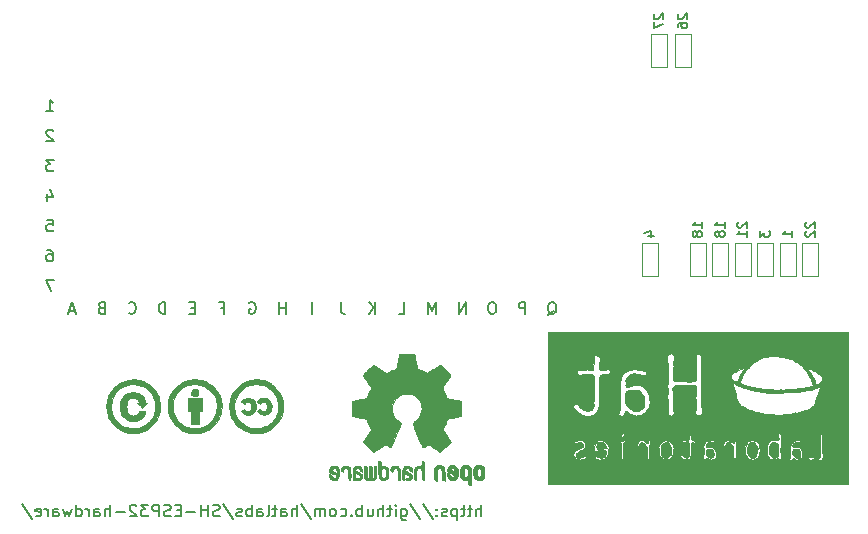
<source format=gbr>
%TF.GenerationSoftware,KiCad,Pcbnew,(5.1.6-0-10_14)*%
%TF.CreationDate,2020-11-01T12:10:01+02:00*%
%TF.ProjectId,SH-ESP32,53482d45-5350-4333-922e-6b696361645f,0.1.0*%
%TF.SameCoordinates,Original*%
%TF.FileFunction,Legend,Bot*%
%TF.FilePolarity,Positive*%
%FSLAX46Y46*%
G04 Gerber Fmt 4.6, Leading zero omitted, Abs format (unit mm)*
G04 Created by KiCad (PCBNEW (5.1.6-0-10_14)) date 2020-11-01 12:10:01*
%MOMM*%
%LPD*%
G01*
G04 APERTURE LIST*
%ADD10C,0.160000*%
%ADD11C,0.010000*%
%ADD12C,0.120000*%
G04 APERTURE END LIST*
D10*
X105108333Y-83272380D02*
X104441666Y-83272380D01*
X104870238Y-84272380D01*
X104584523Y-80732380D02*
X104775000Y-80732380D01*
X104870238Y-80780000D01*
X104917857Y-80827619D01*
X105013095Y-80970476D01*
X105060714Y-81160952D01*
X105060714Y-81541904D01*
X105013095Y-81637142D01*
X104965476Y-81684761D01*
X104870238Y-81732380D01*
X104679761Y-81732380D01*
X104584523Y-81684761D01*
X104536904Y-81637142D01*
X104489285Y-81541904D01*
X104489285Y-81303809D01*
X104536904Y-81208571D01*
X104584523Y-81160952D01*
X104679761Y-81113333D01*
X104870238Y-81113333D01*
X104965476Y-81160952D01*
X105013095Y-81208571D01*
X105060714Y-81303809D01*
X104536904Y-78192380D02*
X105013095Y-78192380D01*
X105060714Y-78668571D01*
X105013095Y-78620952D01*
X104917857Y-78573333D01*
X104679761Y-78573333D01*
X104584523Y-78620952D01*
X104536904Y-78668571D01*
X104489285Y-78763809D01*
X104489285Y-79001904D01*
X104536904Y-79097142D01*
X104584523Y-79144761D01*
X104679761Y-79192380D01*
X104917857Y-79192380D01*
X105013095Y-79144761D01*
X105060714Y-79097142D01*
X104584523Y-75985714D02*
X104584523Y-76652380D01*
X104822619Y-75604761D02*
X105060714Y-76319047D01*
X104441666Y-76319047D01*
X105108333Y-73112380D02*
X104489285Y-73112380D01*
X104822619Y-73493333D01*
X104679761Y-73493333D01*
X104584523Y-73540952D01*
X104536904Y-73588571D01*
X104489285Y-73683809D01*
X104489285Y-73921904D01*
X104536904Y-74017142D01*
X104584523Y-74064761D01*
X104679761Y-74112380D01*
X104965476Y-74112380D01*
X105060714Y-74064761D01*
X105108333Y-74017142D01*
X105060714Y-70667619D02*
X105013095Y-70620000D01*
X104917857Y-70572380D01*
X104679761Y-70572380D01*
X104584523Y-70620000D01*
X104536904Y-70667619D01*
X104489285Y-70762857D01*
X104489285Y-70858095D01*
X104536904Y-71000952D01*
X105108333Y-71572380D01*
X104489285Y-71572380D01*
X104489285Y-69032380D02*
X105060714Y-69032380D01*
X104775000Y-69032380D02*
X104775000Y-68032380D01*
X104870238Y-68175238D01*
X104965476Y-68270476D01*
X105060714Y-68318095D01*
X106918095Y-85891666D02*
X106441904Y-85891666D01*
X107013333Y-86177380D02*
X106680000Y-85177380D01*
X106346666Y-86177380D01*
X109148571Y-85653571D02*
X109005714Y-85701190D01*
X108958095Y-85748809D01*
X108910476Y-85844047D01*
X108910476Y-85986904D01*
X108958095Y-86082142D01*
X109005714Y-86129761D01*
X109100952Y-86177380D01*
X109481904Y-86177380D01*
X109481904Y-85177380D01*
X109148571Y-85177380D01*
X109053333Y-85225000D01*
X109005714Y-85272619D01*
X108958095Y-85367857D01*
X108958095Y-85463095D01*
X109005714Y-85558333D01*
X109053333Y-85605952D01*
X109148571Y-85653571D01*
X109481904Y-85653571D01*
X111450476Y-86082142D02*
X111498095Y-86129761D01*
X111640952Y-86177380D01*
X111736190Y-86177380D01*
X111879047Y-86129761D01*
X111974285Y-86034523D01*
X112021904Y-85939285D01*
X112069523Y-85748809D01*
X112069523Y-85605952D01*
X112021904Y-85415476D01*
X111974285Y-85320238D01*
X111879047Y-85225000D01*
X111736190Y-85177380D01*
X111640952Y-85177380D01*
X111498095Y-85225000D01*
X111450476Y-85272619D01*
X114561904Y-86177380D02*
X114561904Y-85177380D01*
X114323809Y-85177380D01*
X114180952Y-85225000D01*
X114085714Y-85320238D01*
X114038095Y-85415476D01*
X113990476Y-85605952D01*
X113990476Y-85748809D01*
X114038095Y-85939285D01*
X114085714Y-86034523D01*
X114180952Y-86129761D01*
X114323809Y-86177380D01*
X114561904Y-86177380D01*
X117054285Y-85653571D02*
X116720952Y-85653571D01*
X116578095Y-86177380D02*
X117054285Y-86177380D01*
X117054285Y-85177380D01*
X116578095Y-85177380D01*
X119237142Y-85653571D02*
X119570476Y-85653571D01*
X119570476Y-86177380D02*
X119570476Y-85177380D01*
X119094285Y-85177380D01*
X121658095Y-85225000D02*
X121753333Y-85177380D01*
X121896190Y-85177380D01*
X122039047Y-85225000D01*
X122134285Y-85320238D01*
X122181904Y-85415476D01*
X122229523Y-85605952D01*
X122229523Y-85748809D01*
X122181904Y-85939285D01*
X122134285Y-86034523D01*
X122039047Y-86129761D01*
X121896190Y-86177380D01*
X121800952Y-86177380D01*
X121658095Y-86129761D01*
X121610476Y-86082142D01*
X121610476Y-85748809D01*
X121800952Y-85748809D01*
X124745714Y-86177380D02*
X124745714Y-85177380D01*
X124745714Y-85653571D02*
X124174285Y-85653571D01*
X124174285Y-86177380D02*
X124174285Y-85177380D01*
X127000000Y-86177380D02*
X127000000Y-85177380D01*
X129397142Y-85177380D02*
X129397142Y-85891666D01*
X129444761Y-86034523D01*
X129540000Y-86129761D01*
X129682857Y-86177380D01*
X129778095Y-86177380D01*
X132341904Y-86177380D02*
X132341904Y-85177380D01*
X131770476Y-86177380D02*
X132199047Y-85605952D01*
X131770476Y-85177380D02*
X132341904Y-85748809D01*
X134310476Y-86177380D02*
X134786666Y-86177380D01*
X134786666Y-85177380D01*
X137493333Y-86177380D02*
X137493333Y-85177380D01*
X137160000Y-85891666D01*
X136826666Y-85177380D01*
X136826666Y-86177380D01*
X139985714Y-86177380D02*
X139985714Y-85177380D01*
X139414285Y-86177380D01*
X139414285Y-85177380D01*
X142335238Y-85177380D02*
X142144761Y-85177380D01*
X142049523Y-85225000D01*
X141954285Y-85320238D01*
X141906666Y-85510714D01*
X141906666Y-85844047D01*
X141954285Y-86034523D01*
X142049523Y-86129761D01*
X142144761Y-86177380D01*
X142335238Y-86177380D01*
X142430476Y-86129761D01*
X142525714Y-86034523D01*
X142573333Y-85844047D01*
X142573333Y-85510714D01*
X142525714Y-85320238D01*
X142430476Y-85225000D01*
X142335238Y-85177380D01*
X145041904Y-86177380D02*
X145041904Y-85177380D01*
X144660952Y-85177380D01*
X144565714Y-85225000D01*
X144518095Y-85272619D01*
X144470476Y-85367857D01*
X144470476Y-85510714D01*
X144518095Y-85605952D01*
X144565714Y-85653571D01*
X144660952Y-85701190D01*
X145041904Y-85701190D01*
X146939047Y-86272619D02*
X147034285Y-86225000D01*
X147129523Y-86129761D01*
X147272380Y-85986904D01*
X147367619Y-85939285D01*
X147462857Y-85939285D01*
X147415238Y-86177380D02*
X147510476Y-86129761D01*
X147605714Y-86034523D01*
X147653333Y-85844047D01*
X147653333Y-85510714D01*
X147605714Y-85320238D01*
X147510476Y-85225000D01*
X147415238Y-85177380D01*
X147224761Y-85177380D01*
X147129523Y-85225000D01*
X147034285Y-85320238D01*
X146986666Y-85510714D01*
X146986666Y-85844047D01*
X147034285Y-86034523D01*
X147129523Y-86129761D01*
X147224761Y-86177380D01*
X147415238Y-86177380D01*
X141300952Y-103322380D02*
X141300952Y-102322380D01*
X140872380Y-103322380D02*
X140872380Y-102798571D01*
X140920000Y-102703333D01*
X141015238Y-102655714D01*
X141158095Y-102655714D01*
X141253333Y-102703333D01*
X141300952Y-102750952D01*
X140539047Y-102655714D02*
X140158095Y-102655714D01*
X140396190Y-102322380D02*
X140396190Y-103179523D01*
X140348571Y-103274761D01*
X140253333Y-103322380D01*
X140158095Y-103322380D01*
X139967619Y-102655714D02*
X139586666Y-102655714D01*
X139824761Y-102322380D02*
X139824761Y-103179523D01*
X139777142Y-103274761D01*
X139681904Y-103322380D01*
X139586666Y-103322380D01*
X139253333Y-102655714D02*
X139253333Y-103655714D01*
X139253333Y-102703333D02*
X139158095Y-102655714D01*
X138967619Y-102655714D01*
X138872380Y-102703333D01*
X138824761Y-102750952D01*
X138777142Y-102846190D01*
X138777142Y-103131904D01*
X138824761Y-103227142D01*
X138872380Y-103274761D01*
X138967619Y-103322380D01*
X139158095Y-103322380D01*
X139253333Y-103274761D01*
X138396190Y-103274761D02*
X138300952Y-103322380D01*
X138110476Y-103322380D01*
X138015238Y-103274761D01*
X137967619Y-103179523D01*
X137967619Y-103131904D01*
X138015238Y-103036666D01*
X138110476Y-102989047D01*
X138253333Y-102989047D01*
X138348571Y-102941428D01*
X138396190Y-102846190D01*
X138396190Y-102798571D01*
X138348571Y-102703333D01*
X138253333Y-102655714D01*
X138110476Y-102655714D01*
X138015238Y-102703333D01*
X137539047Y-103227142D02*
X137491428Y-103274761D01*
X137539047Y-103322380D01*
X137586666Y-103274761D01*
X137539047Y-103227142D01*
X137539047Y-103322380D01*
X137539047Y-102703333D02*
X137491428Y-102750952D01*
X137539047Y-102798571D01*
X137586666Y-102750952D01*
X137539047Y-102703333D01*
X137539047Y-102798571D01*
X136348571Y-102274761D02*
X137205714Y-103560476D01*
X135300952Y-102274761D02*
X136158095Y-103560476D01*
X134539047Y-102655714D02*
X134539047Y-103465238D01*
X134586666Y-103560476D01*
X134634285Y-103608095D01*
X134729523Y-103655714D01*
X134872380Y-103655714D01*
X134967619Y-103608095D01*
X134539047Y-103274761D02*
X134634285Y-103322380D01*
X134824761Y-103322380D01*
X134920000Y-103274761D01*
X134967619Y-103227142D01*
X135015238Y-103131904D01*
X135015238Y-102846190D01*
X134967619Y-102750952D01*
X134920000Y-102703333D01*
X134824761Y-102655714D01*
X134634285Y-102655714D01*
X134539047Y-102703333D01*
X134062857Y-103322380D02*
X134062857Y-102655714D01*
X134062857Y-102322380D02*
X134110476Y-102370000D01*
X134062857Y-102417619D01*
X134015238Y-102370000D01*
X134062857Y-102322380D01*
X134062857Y-102417619D01*
X133729523Y-102655714D02*
X133348571Y-102655714D01*
X133586666Y-102322380D02*
X133586666Y-103179523D01*
X133539047Y-103274761D01*
X133443809Y-103322380D01*
X133348571Y-103322380D01*
X133015238Y-103322380D02*
X133015238Y-102322380D01*
X132586666Y-103322380D02*
X132586666Y-102798571D01*
X132634285Y-102703333D01*
X132729523Y-102655714D01*
X132872380Y-102655714D01*
X132967619Y-102703333D01*
X133015238Y-102750952D01*
X131681904Y-102655714D02*
X131681904Y-103322380D01*
X132110476Y-102655714D02*
X132110476Y-103179523D01*
X132062857Y-103274761D01*
X131967619Y-103322380D01*
X131824761Y-103322380D01*
X131729523Y-103274761D01*
X131681904Y-103227142D01*
X131205714Y-103322380D02*
X131205714Y-102322380D01*
X131205714Y-102703333D02*
X131110476Y-102655714D01*
X130920000Y-102655714D01*
X130824761Y-102703333D01*
X130777142Y-102750952D01*
X130729523Y-102846190D01*
X130729523Y-103131904D01*
X130777142Y-103227142D01*
X130824761Y-103274761D01*
X130920000Y-103322380D01*
X131110476Y-103322380D01*
X131205714Y-103274761D01*
X130300952Y-103227142D02*
X130253333Y-103274761D01*
X130300952Y-103322380D01*
X130348571Y-103274761D01*
X130300952Y-103227142D01*
X130300952Y-103322380D01*
X129396190Y-103274761D02*
X129491428Y-103322380D01*
X129681904Y-103322380D01*
X129777142Y-103274761D01*
X129824761Y-103227142D01*
X129872380Y-103131904D01*
X129872380Y-102846190D01*
X129824761Y-102750952D01*
X129777142Y-102703333D01*
X129681904Y-102655714D01*
X129491428Y-102655714D01*
X129396190Y-102703333D01*
X128824761Y-103322380D02*
X128920000Y-103274761D01*
X128967619Y-103227142D01*
X129015238Y-103131904D01*
X129015238Y-102846190D01*
X128967619Y-102750952D01*
X128920000Y-102703333D01*
X128824761Y-102655714D01*
X128681904Y-102655714D01*
X128586666Y-102703333D01*
X128539047Y-102750952D01*
X128491428Y-102846190D01*
X128491428Y-103131904D01*
X128539047Y-103227142D01*
X128586666Y-103274761D01*
X128681904Y-103322380D01*
X128824761Y-103322380D01*
X128062857Y-103322380D02*
X128062857Y-102655714D01*
X128062857Y-102750952D02*
X128015238Y-102703333D01*
X127920000Y-102655714D01*
X127777142Y-102655714D01*
X127681904Y-102703333D01*
X127634285Y-102798571D01*
X127634285Y-103322380D01*
X127634285Y-102798571D02*
X127586666Y-102703333D01*
X127491428Y-102655714D01*
X127348571Y-102655714D01*
X127253333Y-102703333D01*
X127205714Y-102798571D01*
X127205714Y-103322380D01*
X126015238Y-102274761D02*
X126872380Y-103560476D01*
X125681904Y-103322380D02*
X125681904Y-102322380D01*
X125253333Y-103322380D02*
X125253333Y-102798571D01*
X125300952Y-102703333D01*
X125396190Y-102655714D01*
X125539047Y-102655714D01*
X125634285Y-102703333D01*
X125681904Y-102750952D01*
X124348571Y-103322380D02*
X124348571Y-102798571D01*
X124396190Y-102703333D01*
X124491428Y-102655714D01*
X124681904Y-102655714D01*
X124777142Y-102703333D01*
X124348571Y-103274761D02*
X124443809Y-103322380D01*
X124681904Y-103322380D01*
X124777142Y-103274761D01*
X124824761Y-103179523D01*
X124824761Y-103084285D01*
X124777142Y-102989047D01*
X124681904Y-102941428D01*
X124443809Y-102941428D01*
X124348571Y-102893809D01*
X124015238Y-102655714D02*
X123634285Y-102655714D01*
X123872380Y-102322380D02*
X123872380Y-103179523D01*
X123824761Y-103274761D01*
X123729523Y-103322380D01*
X123634285Y-103322380D01*
X123158095Y-103322380D02*
X123253333Y-103274761D01*
X123300952Y-103179523D01*
X123300952Y-102322380D01*
X122348571Y-103322380D02*
X122348571Y-102798571D01*
X122396190Y-102703333D01*
X122491428Y-102655714D01*
X122681904Y-102655714D01*
X122777142Y-102703333D01*
X122348571Y-103274761D02*
X122443809Y-103322380D01*
X122681904Y-103322380D01*
X122777142Y-103274761D01*
X122824761Y-103179523D01*
X122824761Y-103084285D01*
X122777142Y-102989047D01*
X122681904Y-102941428D01*
X122443809Y-102941428D01*
X122348571Y-102893809D01*
X121872380Y-103322380D02*
X121872380Y-102322380D01*
X121872380Y-102703333D02*
X121777142Y-102655714D01*
X121586666Y-102655714D01*
X121491428Y-102703333D01*
X121443809Y-102750952D01*
X121396190Y-102846190D01*
X121396190Y-103131904D01*
X121443809Y-103227142D01*
X121491428Y-103274761D01*
X121586666Y-103322380D01*
X121777142Y-103322380D01*
X121872380Y-103274761D01*
X121015238Y-103274761D02*
X120920000Y-103322380D01*
X120729523Y-103322380D01*
X120634285Y-103274761D01*
X120586666Y-103179523D01*
X120586666Y-103131904D01*
X120634285Y-103036666D01*
X120729523Y-102989047D01*
X120872380Y-102989047D01*
X120967619Y-102941428D01*
X121015238Y-102846190D01*
X121015238Y-102798571D01*
X120967619Y-102703333D01*
X120872380Y-102655714D01*
X120729523Y-102655714D01*
X120634285Y-102703333D01*
X119443809Y-102274761D02*
X120300952Y-103560476D01*
X119158095Y-103274761D02*
X119015238Y-103322380D01*
X118777142Y-103322380D01*
X118681904Y-103274761D01*
X118634285Y-103227142D01*
X118586666Y-103131904D01*
X118586666Y-103036666D01*
X118634285Y-102941428D01*
X118681904Y-102893809D01*
X118777142Y-102846190D01*
X118967619Y-102798571D01*
X119062857Y-102750952D01*
X119110476Y-102703333D01*
X119158095Y-102608095D01*
X119158095Y-102512857D01*
X119110476Y-102417619D01*
X119062857Y-102370000D01*
X118967619Y-102322380D01*
X118729523Y-102322380D01*
X118586666Y-102370000D01*
X118158095Y-103322380D02*
X118158095Y-102322380D01*
X118158095Y-102798571D02*
X117586666Y-102798571D01*
X117586666Y-103322380D02*
X117586666Y-102322380D01*
X117110476Y-102941428D02*
X116348571Y-102941428D01*
X115872380Y-102798571D02*
X115539047Y-102798571D01*
X115396190Y-103322380D02*
X115872380Y-103322380D01*
X115872380Y-102322380D01*
X115396190Y-102322380D01*
X115015238Y-103274761D02*
X114872380Y-103322380D01*
X114634285Y-103322380D01*
X114539047Y-103274761D01*
X114491428Y-103227142D01*
X114443809Y-103131904D01*
X114443809Y-103036666D01*
X114491428Y-102941428D01*
X114539047Y-102893809D01*
X114634285Y-102846190D01*
X114824761Y-102798571D01*
X114920000Y-102750952D01*
X114967619Y-102703333D01*
X115015238Y-102608095D01*
X115015238Y-102512857D01*
X114967619Y-102417619D01*
X114920000Y-102370000D01*
X114824761Y-102322380D01*
X114586666Y-102322380D01*
X114443809Y-102370000D01*
X114015238Y-103322380D02*
X114015238Y-102322380D01*
X113634285Y-102322380D01*
X113539047Y-102370000D01*
X113491428Y-102417619D01*
X113443809Y-102512857D01*
X113443809Y-102655714D01*
X113491428Y-102750952D01*
X113539047Y-102798571D01*
X113634285Y-102846190D01*
X114015238Y-102846190D01*
X113110476Y-102322380D02*
X112491428Y-102322380D01*
X112824761Y-102703333D01*
X112681904Y-102703333D01*
X112586666Y-102750952D01*
X112539047Y-102798571D01*
X112491428Y-102893809D01*
X112491428Y-103131904D01*
X112539047Y-103227142D01*
X112586666Y-103274761D01*
X112681904Y-103322380D01*
X112967619Y-103322380D01*
X113062857Y-103274761D01*
X113110476Y-103227142D01*
X112110476Y-102417619D02*
X112062857Y-102370000D01*
X111967619Y-102322380D01*
X111729523Y-102322380D01*
X111634285Y-102370000D01*
X111586666Y-102417619D01*
X111539047Y-102512857D01*
X111539047Y-102608095D01*
X111586666Y-102750952D01*
X112158095Y-103322380D01*
X111539047Y-103322380D01*
X111110476Y-102941428D02*
X110348571Y-102941428D01*
X109872380Y-103322380D02*
X109872380Y-102322380D01*
X109443809Y-103322380D02*
X109443809Y-102798571D01*
X109491428Y-102703333D01*
X109586666Y-102655714D01*
X109729523Y-102655714D01*
X109824761Y-102703333D01*
X109872380Y-102750952D01*
X108539047Y-103322380D02*
X108539047Y-102798571D01*
X108586666Y-102703333D01*
X108681904Y-102655714D01*
X108872380Y-102655714D01*
X108967619Y-102703333D01*
X108539047Y-103274761D02*
X108634285Y-103322380D01*
X108872380Y-103322380D01*
X108967619Y-103274761D01*
X109015238Y-103179523D01*
X109015238Y-103084285D01*
X108967619Y-102989047D01*
X108872380Y-102941428D01*
X108634285Y-102941428D01*
X108539047Y-102893809D01*
X108062857Y-103322380D02*
X108062857Y-102655714D01*
X108062857Y-102846190D02*
X108015238Y-102750952D01*
X107967619Y-102703333D01*
X107872380Y-102655714D01*
X107777142Y-102655714D01*
X107015238Y-103322380D02*
X107015238Y-102322380D01*
X107015238Y-103274761D02*
X107110476Y-103322380D01*
X107300952Y-103322380D01*
X107396190Y-103274761D01*
X107443809Y-103227142D01*
X107491428Y-103131904D01*
X107491428Y-102846190D01*
X107443809Y-102750952D01*
X107396190Y-102703333D01*
X107300952Y-102655714D01*
X107110476Y-102655714D01*
X107015238Y-102703333D01*
X106634285Y-102655714D02*
X106443809Y-103322380D01*
X106253333Y-102846190D01*
X106062857Y-103322380D01*
X105872380Y-102655714D01*
X105062857Y-103322380D02*
X105062857Y-102798571D01*
X105110476Y-102703333D01*
X105205714Y-102655714D01*
X105396190Y-102655714D01*
X105491428Y-102703333D01*
X105062857Y-103274761D02*
X105158095Y-103322380D01*
X105396190Y-103322380D01*
X105491428Y-103274761D01*
X105539047Y-103179523D01*
X105539047Y-103084285D01*
X105491428Y-102989047D01*
X105396190Y-102941428D01*
X105158095Y-102941428D01*
X105062857Y-102893809D01*
X104586666Y-103322380D02*
X104586666Y-102655714D01*
X104586666Y-102846190D02*
X104539047Y-102750952D01*
X104491428Y-102703333D01*
X104396190Y-102655714D01*
X104300952Y-102655714D01*
X103586666Y-103274761D02*
X103681904Y-103322380D01*
X103872380Y-103322380D01*
X103967619Y-103274761D01*
X104015238Y-103179523D01*
X104015238Y-102798571D01*
X103967619Y-102703333D01*
X103872380Y-102655714D01*
X103681904Y-102655714D01*
X103586666Y-102703333D01*
X103539047Y-102798571D01*
X103539047Y-102893809D01*
X104015238Y-102989047D01*
X102396190Y-102274761D02*
X103253333Y-103560476D01*
X158007095Y-60754571D02*
X157969000Y-60792666D01*
X157930904Y-60868857D01*
X157930904Y-61059333D01*
X157969000Y-61135523D01*
X158007095Y-61173619D01*
X158083285Y-61211714D01*
X158159476Y-61211714D01*
X158273761Y-61173619D01*
X158730904Y-60716476D01*
X158730904Y-61211714D01*
X157930904Y-61897428D02*
X157930904Y-61745047D01*
X157969000Y-61668857D01*
X158007095Y-61630761D01*
X158121380Y-61554571D01*
X158273761Y-61516476D01*
X158578523Y-61516476D01*
X158654714Y-61554571D01*
X158692809Y-61592666D01*
X158730904Y-61668857D01*
X158730904Y-61821238D01*
X158692809Y-61897428D01*
X158654714Y-61935523D01*
X158578523Y-61973619D01*
X158388047Y-61973619D01*
X158311857Y-61935523D01*
X158273761Y-61897428D01*
X158235666Y-61821238D01*
X158235666Y-61668857D01*
X158273761Y-61592666D01*
X158311857Y-61554571D01*
X158388047Y-61516476D01*
X155975095Y-60754571D02*
X155937000Y-60792666D01*
X155898904Y-60868857D01*
X155898904Y-61059333D01*
X155937000Y-61135523D01*
X155975095Y-61173619D01*
X156051285Y-61211714D01*
X156127476Y-61211714D01*
X156241761Y-61173619D01*
X156698904Y-60716476D01*
X156698904Y-61211714D01*
X155898904Y-61478380D02*
X155898904Y-62011714D01*
X156698904Y-61668857D01*
X168802095Y-78407571D02*
X168764000Y-78445666D01*
X168725904Y-78521857D01*
X168725904Y-78712333D01*
X168764000Y-78788523D01*
X168802095Y-78826619D01*
X168878285Y-78864714D01*
X168954476Y-78864714D01*
X169068761Y-78826619D01*
X169525904Y-78369476D01*
X169525904Y-78864714D01*
X168802095Y-79169476D02*
X168764000Y-79207571D01*
X168725904Y-79283761D01*
X168725904Y-79474238D01*
X168764000Y-79550428D01*
X168802095Y-79588523D01*
X168878285Y-79626619D01*
X168954476Y-79626619D01*
X169068761Y-79588523D01*
X169525904Y-79131380D01*
X169525904Y-79626619D01*
X167620904Y-79626619D02*
X167620904Y-79169476D01*
X167620904Y-79398047D02*
X166820904Y-79398047D01*
X166935190Y-79321857D01*
X167011380Y-79245666D01*
X167049476Y-79169476D01*
X164915904Y-79131380D02*
X164915904Y-79626619D01*
X165220666Y-79359952D01*
X165220666Y-79474238D01*
X165258761Y-79550428D01*
X165296857Y-79588523D01*
X165373047Y-79626619D01*
X165563523Y-79626619D01*
X165639714Y-79588523D01*
X165677809Y-79550428D01*
X165715904Y-79474238D01*
X165715904Y-79245666D01*
X165677809Y-79169476D01*
X165639714Y-79131380D01*
X163054285Y-78407571D02*
X163016190Y-78445666D01*
X162978094Y-78521857D01*
X162978094Y-78712333D01*
X163016190Y-78788523D01*
X163054285Y-78826619D01*
X163130475Y-78864714D01*
X163206666Y-78864714D01*
X163320951Y-78826619D01*
X163778094Y-78369476D01*
X163778094Y-78864714D01*
X163778094Y-79626619D02*
X163778094Y-79169476D01*
X163778094Y-79398047D02*
X162978094Y-79398047D01*
X163092380Y-79321857D01*
X163168570Y-79245666D01*
X163206666Y-79169476D01*
X161905904Y-78864714D02*
X161905904Y-78407571D01*
X161905904Y-78636142D02*
X161105904Y-78636142D01*
X161220190Y-78559952D01*
X161296380Y-78483761D01*
X161334476Y-78407571D01*
X161448761Y-79321857D02*
X161410666Y-79245666D01*
X161372571Y-79207571D01*
X161296380Y-79169476D01*
X161258285Y-79169476D01*
X161182095Y-79207571D01*
X161144000Y-79245666D01*
X161105904Y-79321857D01*
X161105904Y-79474238D01*
X161144000Y-79550428D01*
X161182095Y-79588523D01*
X161258285Y-79626619D01*
X161296380Y-79626619D01*
X161372571Y-79588523D01*
X161410666Y-79550428D01*
X161448761Y-79474238D01*
X161448761Y-79321857D01*
X161486857Y-79245666D01*
X161524952Y-79207571D01*
X161601142Y-79169476D01*
X161753523Y-79169476D01*
X161829714Y-79207571D01*
X161867809Y-79245666D01*
X161905904Y-79321857D01*
X161905904Y-79474238D01*
X161867809Y-79550428D01*
X161829714Y-79588523D01*
X161753523Y-79626619D01*
X161601142Y-79626619D01*
X161524952Y-79588523D01*
X161486857Y-79550428D01*
X161448761Y-79474238D01*
X160000904Y-78864714D02*
X160000904Y-78407571D01*
X160000904Y-78636142D02*
X159200904Y-78636142D01*
X159315190Y-78559952D01*
X159391380Y-78483761D01*
X159429476Y-78407571D01*
X159543761Y-79321857D02*
X159505666Y-79245666D01*
X159467571Y-79207571D01*
X159391380Y-79169476D01*
X159353285Y-79169476D01*
X159277095Y-79207571D01*
X159239000Y-79245666D01*
X159200904Y-79321857D01*
X159200904Y-79474238D01*
X159239000Y-79550428D01*
X159277095Y-79588523D01*
X159353285Y-79626619D01*
X159391380Y-79626619D01*
X159467571Y-79588523D01*
X159505666Y-79550428D01*
X159543761Y-79474238D01*
X159543761Y-79321857D01*
X159581857Y-79245666D01*
X159619952Y-79207571D01*
X159696142Y-79169476D01*
X159848523Y-79169476D01*
X159924714Y-79207571D01*
X159962809Y-79245666D01*
X160000904Y-79321857D01*
X160000904Y-79474238D01*
X159962809Y-79550428D01*
X159924714Y-79588523D01*
X159848523Y-79626619D01*
X159696142Y-79626619D01*
X159619952Y-79588523D01*
X159581857Y-79550428D01*
X159543761Y-79474238D01*
X155403571Y-79550428D02*
X155936904Y-79550428D01*
X155098809Y-79359952D02*
X155670238Y-79169476D01*
X155670238Y-79664714D01*
D11*
%TO.C,G\u002A\u002A\u002A*%
G36*
X121951931Y-91743256D02*
G01*
X121717786Y-91785735D01*
X121491134Y-91852464D01*
X121272079Y-91943414D01*
X121060724Y-92058561D01*
X120978808Y-92111089D01*
X120789640Y-92252688D01*
X120618474Y-92411382D01*
X120466041Y-92585644D01*
X120333072Y-92773946D01*
X120220295Y-92974760D01*
X120128442Y-93186559D01*
X120058242Y-93407814D01*
X120010426Y-93636999D01*
X119985724Y-93872585D01*
X119984866Y-94113045D01*
X119989063Y-94181907D01*
X120019162Y-94426073D01*
X120071754Y-94658720D01*
X120146673Y-94879521D01*
X120243755Y-95088148D01*
X120362833Y-95284273D01*
X120503742Y-95467568D01*
X120666316Y-95637705D01*
X120770650Y-95730377D01*
X120968635Y-95880170D01*
X121177120Y-96007075D01*
X121395291Y-96110752D01*
X121622332Y-96190866D01*
X121857429Y-96247079D01*
X122093754Y-96278561D01*
X122170230Y-96284518D01*
X122230848Y-96287913D01*
X122284421Y-96288739D01*
X122339763Y-96286993D01*
X122405687Y-96282669D01*
X122459839Y-96278354D01*
X122608111Y-96259922D01*
X122764044Y-96229537D01*
X122914579Y-96189938D01*
X122976183Y-96170148D01*
X123197932Y-96081407D01*
X123407384Y-95971952D01*
X123603227Y-95843238D01*
X123784152Y-95696720D01*
X123948849Y-95533852D01*
X124096007Y-95356089D01*
X124224317Y-95164885D01*
X124332467Y-94961695D01*
X124419148Y-94747974D01*
X124483050Y-94525175D01*
X124491172Y-94488313D01*
X124529266Y-94248351D01*
X124542358Y-94009900D01*
X124541064Y-93983421D01*
X124133124Y-93983421D01*
X124132152Y-94084180D01*
X124128113Y-94178139D01*
X124121001Y-94257370D01*
X124118055Y-94278450D01*
X124072430Y-94488612D01*
X124003080Y-94690759D01*
X123910796Y-94883525D01*
X123796368Y-95065544D01*
X123660585Y-95235451D01*
X123504238Y-95391879D01*
X123444000Y-95443859D01*
X123308023Y-95548030D01*
X123169581Y-95635704D01*
X123024395Y-95708742D01*
X122868182Y-95769005D01*
X122696661Y-95818354D01*
X122505553Y-95858649D01*
X122478800Y-95863362D01*
X122436925Y-95867587D01*
X122376190Y-95869889D01*
X122303054Y-95870392D01*
X122223975Y-95869219D01*
X122145412Y-95866494D01*
X122073823Y-95862340D01*
X122015665Y-95856881D01*
X121996200Y-95854132D01*
X121773990Y-95806498D01*
X121566866Y-95738765D01*
X121373616Y-95650315D01*
X121193028Y-95540529D01*
X121023891Y-95408790D01*
X120907592Y-95299051D01*
X120766765Y-95141182D01*
X120649831Y-94977708D01*
X120555769Y-94806387D01*
X120483562Y-94624977D01*
X120432191Y-94431235D01*
X120400639Y-94222919D01*
X120396058Y-94172454D01*
X120389987Y-93948463D01*
X120407883Y-93730896D01*
X120449351Y-93520870D01*
X120513995Y-93319503D01*
X120601418Y-93127911D01*
X120711227Y-92947211D01*
X120843023Y-92778520D01*
X120918970Y-92697075D01*
X121021041Y-92598064D01*
X121115918Y-92515927D01*
X121209883Y-92446010D01*
X121309219Y-92383658D01*
X121420208Y-92324215D01*
X121426234Y-92321207D01*
X121552959Y-92262803D01*
X121674344Y-92217494D01*
X121797754Y-92183277D01*
X121930554Y-92158146D01*
X122080112Y-92140098D01*
X122097870Y-92138462D01*
X122262664Y-92131752D01*
X122434335Y-92139495D01*
X122605203Y-92160771D01*
X122767587Y-92194660D01*
X122897900Y-92234375D01*
X123080559Y-92313333D01*
X123256625Y-92415380D01*
X123423748Y-92538562D01*
X123579578Y-92680925D01*
X123721764Y-92840514D01*
X123847955Y-93015376D01*
X123859938Y-93034157D01*
X123930201Y-93159464D01*
X123994584Y-93300851D01*
X124049840Y-93449687D01*
X124092723Y-93597338D01*
X124117683Y-93719650D01*
X124125884Y-93793227D01*
X124131032Y-93883794D01*
X124133124Y-93983421D01*
X124541064Y-93983421D01*
X124530843Y-93774328D01*
X124495117Y-93542999D01*
X124435577Y-93317279D01*
X124352619Y-93098535D01*
X124246640Y-92888131D01*
X124118036Y-92687434D01*
X123967202Y-92497809D01*
X123888927Y-92413087D01*
X123794176Y-92318435D01*
X123707065Y-92238968D01*
X123620783Y-92168980D01*
X123528520Y-92102766D01*
X123480679Y-92071018D01*
X123287278Y-91958758D01*
X123086987Y-91869255D01*
X122877504Y-91801753D01*
X122656527Y-91755501D01*
X122442289Y-91731154D01*
X122193467Y-91725054D01*
X121951931Y-91743256D01*
G37*
X121951931Y-91743256D02*
X121717786Y-91785735D01*
X121491134Y-91852464D01*
X121272079Y-91943414D01*
X121060724Y-92058561D01*
X120978808Y-92111089D01*
X120789640Y-92252688D01*
X120618474Y-92411382D01*
X120466041Y-92585644D01*
X120333072Y-92773946D01*
X120220295Y-92974760D01*
X120128442Y-93186559D01*
X120058242Y-93407814D01*
X120010426Y-93636999D01*
X119985724Y-93872585D01*
X119984866Y-94113045D01*
X119989063Y-94181907D01*
X120019162Y-94426073D01*
X120071754Y-94658720D01*
X120146673Y-94879521D01*
X120243755Y-95088148D01*
X120362833Y-95284273D01*
X120503742Y-95467568D01*
X120666316Y-95637705D01*
X120770650Y-95730377D01*
X120968635Y-95880170D01*
X121177120Y-96007075D01*
X121395291Y-96110752D01*
X121622332Y-96190866D01*
X121857429Y-96247079D01*
X122093754Y-96278561D01*
X122170230Y-96284518D01*
X122230848Y-96287913D01*
X122284421Y-96288739D01*
X122339763Y-96286993D01*
X122405687Y-96282669D01*
X122459839Y-96278354D01*
X122608111Y-96259922D01*
X122764044Y-96229537D01*
X122914579Y-96189938D01*
X122976183Y-96170148D01*
X123197932Y-96081407D01*
X123407384Y-95971952D01*
X123603227Y-95843238D01*
X123784152Y-95696720D01*
X123948849Y-95533852D01*
X124096007Y-95356089D01*
X124224317Y-95164885D01*
X124332467Y-94961695D01*
X124419148Y-94747974D01*
X124483050Y-94525175D01*
X124491172Y-94488313D01*
X124529266Y-94248351D01*
X124542358Y-94009900D01*
X124541064Y-93983421D01*
X124133124Y-93983421D01*
X124132152Y-94084180D01*
X124128113Y-94178139D01*
X124121001Y-94257370D01*
X124118055Y-94278450D01*
X124072430Y-94488612D01*
X124003080Y-94690759D01*
X123910796Y-94883525D01*
X123796368Y-95065544D01*
X123660585Y-95235451D01*
X123504238Y-95391879D01*
X123444000Y-95443859D01*
X123308023Y-95548030D01*
X123169581Y-95635704D01*
X123024395Y-95708742D01*
X122868182Y-95769005D01*
X122696661Y-95818354D01*
X122505553Y-95858649D01*
X122478800Y-95863362D01*
X122436925Y-95867587D01*
X122376190Y-95869889D01*
X122303054Y-95870392D01*
X122223975Y-95869219D01*
X122145412Y-95866494D01*
X122073823Y-95862340D01*
X122015665Y-95856881D01*
X121996200Y-95854132D01*
X121773990Y-95806498D01*
X121566866Y-95738765D01*
X121373616Y-95650315D01*
X121193028Y-95540529D01*
X121023891Y-95408790D01*
X120907592Y-95299051D01*
X120766765Y-95141182D01*
X120649831Y-94977708D01*
X120555769Y-94806387D01*
X120483562Y-94624977D01*
X120432191Y-94431235D01*
X120400639Y-94222919D01*
X120396058Y-94172454D01*
X120389987Y-93948463D01*
X120407883Y-93730896D01*
X120449351Y-93520870D01*
X120513995Y-93319503D01*
X120601418Y-93127911D01*
X120711227Y-92947211D01*
X120843023Y-92778520D01*
X120918970Y-92697075D01*
X121021041Y-92598064D01*
X121115918Y-92515927D01*
X121209883Y-92446010D01*
X121309219Y-92383658D01*
X121420208Y-92324215D01*
X121426234Y-92321207D01*
X121552959Y-92262803D01*
X121674344Y-92217494D01*
X121797754Y-92183277D01*
X121930554Y-92158146D01*
X122080112Y-92140098D01*
X122097870Y-92138462D01*
X122262664Y-92131752D01*
X122434335Y-92139495D01*
X122605203Y-92160771D01*
X122767587Y-92194660D01*
X122897900Y-92234375D01*
X123080559Y-92313333D01*
X123256625Y-92415380D01*
X123423748Y-92538562D01*
X123579578Y-92680925D01*
X123721764Y-92840514D01*
X123847955Y-93015376D01*
X123859938Y-93034157D01*
X123930201Y-93159464D01*
X123994584Y-93300851D01*
X124049840Y-93449687D01*
X124092723Y-93597338D01*
X124117683Y-93719650D01*
X124125884Y-93793227D01*
X124131032Y-93883794D01*
X124133124Y-93983421D01*
X124541064Y-93983421D01*
X124530843Y-93774328D01*
X124495117Y-93542999D01*
X124435577Y-93317279D01*
X124352619Y-93098535D01*
X124246640Y-92888131D01*
X124118036Y-92687434D01*
X123967202Y-92497809D01*
X123888927Y-92413087D01*
X123794176Y-92318435D01*
X123707065Y-92238968D01*
X123620783Y-92168980D01*
X123528520Y-92102766D01*
X123480679Y-92071018D01*
X123287278Y-91958758D01*
X123086987Y-91869255D01*
X122877504Y-91801753D01*
X122656527Y-91755501D01*
X122442289Y-91731154D01*
X122193467Y-91725054D01*
X121951931Y-91743256D01*
G36*
X116875304Y-91731869D02*
G01*
X116656599Y-91756878D01*
X116452449Y-91798586D01*
X116257080Y-91858467D01*
X116064717Y-91937993D01*
X116062277Y-91939131D01*
X115874633Y-92040013D01*
X115693781Y-92163032D01*
X115522588Y-92305232D01*
X115363918Y-92463654D01*
X115220636Y-92635341D01*
X115095607Y-92817337D01*
X114991698Y-93006684D01*
X114959430Y-93077428D01*
X114880560Y-93291621D01*
X114823424Y-93515965D01*
X114788144Y-93747267D01*
X114774842Y-93982335D01*
X114783639Y-94217973D01*
X114814659Y-94450990D01*
X114868022Y-94678193D01*
X114895013Y-94764826D01*
X114978980Y-94976852D01*
X115085229Y-95177127D01*
X115213905Y-95365849D01*
X115365155Y-95543213D01*
X115539128Y-95709418D01*
X115694969Y-95834631D01*
X115891151Y-95966427D01*
X116096289Y-96076307D01*
X116308218Y-96163350D01*
X116524768Y-96226636D01*
X116693950Y-96258693D01*
X116811429Y-96272165D01*
X116940233Y-96280934D01*
X117070565Y-96284656D01*
X117192624Y-96282991D01*
X117265450Y-96278645D01*
X117493313Y-96246893D01*
X117716255Y-96190872D01*
X117932640Y-96111499D01*
X118140832Y-96009689D01*
X118339196Y-95886360D01*
X118526096Y-95742429D01*
X118699895Y-95578813D01*
X118858957Y-95396429D01*
X118874140Y-95377000D01*
X119009513Y-95181723D01*
X119121877Y-94976040D01*
X119210966Y-94760852D01*
X119276518Y-94537060D01*
X119318266Y-94305563D01*
X119335947Y-94067262D01*
X119333408Y-93971635D01*
X118929919Y-93971635D01*
X118922381Y-94175423D01*
X118893391Y-94376266D01*
X118843343Y-94571534D01*
X118772628Y-94758599D01*
X118681639Y-94934829D01*
X118570769Y-95097596D01*
X118559697Y-95111661D01*
X118404394Y-95289791D01*
X118241377Y-95443836D01*
X118070186Y-95574049D01*
X117890366Y-95680685D01*
X117701459Y-95763998D01*
X117503007Y-95824244D01*
X117294553Y-95861677D01*
X117195600Y-95871275D01*
X117134759Y-95875009D01*
X117078692Y-95877265D01*
X117035207Y-95877788D01*
X117017800Y-95877114D01*
X116984018Y-95874438D01*
X116934369Y-95870764D01*
X116878329Y-95866790D01*
X116865400Y-95865898D01*
X116680609Y-95841282D01*
X116493990Y-95793496D01*
X116309642Y-95724070D01*
X116131662Y-95634533D01*
X115972881Y-95532720D01*
X115923619Y-95495000D01*
X115863781Y-95445571D01*
X115800740Y-95390699D01*
X115741866Y-95336650D01*
X115738921Y-95333849D01*
X115592421Y-95179943D01*
X115469722Y-95019356D01*
X115369937Y-94850217D01*
X115292179Y-94670653D01*
X115235564Y-94478795D01*
X115199203Y-94272770D01*
X115189014Y-94172454D01*
X115182596Y-93947469D01*
X115199726Y-93730061D01*
X115240197Y-93521085D01*
X115303801Y-93321397D01*
X115390331Y-93131855D01*
X115475063Y-92989400D01*
X115606043Y-92812464D01*
X115752464Y-92653544D01*
X115912710Y-92513786D01*
X116085164Y-92394337D01*
X116268212Y-92296345D01*
X116460237Y-92220958D01*
X116617750Y-92178022D01*
X116816800Y-92145008D01*
X117019875Y-92132231D01*
X117222956Y-92139259D01*
X117422026Y-92165660D01*
X117613066Y-92211001D01*
X117792057Y-92274851D01*
X117875050Y-92313216D01*
X118048039Y-92413306D01*
X118212695Y-92534678D01*
X118366237Y-92674220D01*
X118505880Y-92828822D01*
X118628840Y-92995373D01*
X118732334Y-93170764D01*
X118813577Y-93351884D01*
X118819898Y-93368897D01*
X118879071Y-93565742D01*
X118915613Y-93767532D01*
X118929919Y-93971635D01*
X119333408Y-93971635D01*
X119329552Y-93826419D01*
X119299188Y-93587433D01*
X119244836Y-93356531D01*
X119166797Y-93134360D01*
X119065370Y-92921571D01*
X118940855Y-92718811D01*
X118793553Y-92526730D01*
X118662930Y-92384636D01*
X118485485Y-92223170D01*
X118295685Y-92083698D01*
X118094445Y-91966552D01*
X117882677Y-91872067D01*
X117661294Y-91800574D01*
X117431212Y-91752409D01*
X117193341Y-91727905D01*
X116948597Y-91727395D01*
X116875304Y-91731869D01*
G37*
X116875304Y-91731869D02*
X116656599Y-91756878D01*
X116452449Y-91798586D01*
X116257080Y-91858467D01*
X116064717Y-91937993D01*
X116062277Y-91939131D01*
X115874633Y-92040013D01*
X115693781Y-92163032D01*
X115522588Y-92305232D01*
X115363918Y-92463654D01*
X115220636Y-92635341D01*
X115095607Y-92817337D01*
X114991698Y-93006684D01*
X114959430Y-93077428D01*
X114880560Y-93291621D01*
X114823424Y-93515965D01*
X114788144Y-93747267D01*
X114774842Y-93982335D01*
X114783639Y-94217973D01*
X114814659Y-94450990D01*
X114868022Y-94678193D01*
X114895013Y-94764826D01*
X114978980Y-94976852D01*
X115085229Y-95177127D01*
X115213905Y-95365849D01*
X115365155Y-95543213D01*
X115539128Y-95709418D01*
X115694969Y-95834631D01*
X115891151Y-95966427D01*
X116096289Y-96076307D01*
X116308218Y-96163350D01*
X116524768Y-96226636D01*
X116693950Y-96258693D01*
X116811429Y-96272165D01*
X116940233Y-96280934D01*
X117070565Y-96284656D01*
X117192624Y-96282991D01*
X117265450Y-96278645D01*
X117493313Y-96246893D01*
X117716255Y-96190872D01*
X117932640Y-96111499D01*
X118140832Y-96009689D01*
X118339196Y-95886360D01*
X118526096Y-95742429D01*
X118699895Y-95578813D01*
X118858957Y-95396429D01*
X118874140Y-95377000D01*
X119009513Y-95181723D01*
X119121877Y-94976040D01*
X119210966Y-94760852D01*
X119276518Y-94537060D01*
X119318266Y-94305563D01*
X119335947Y-94067262D01*
X119333408Y-93971635D01*
X118929919Y-93971635D01*
X118922381Y-94175423D01*
X118893391Y-94376266D01*
X118843343Y-94571534D01*
X118772628Y-94758599D01*
X118681639Y-94934829D01*
X118570769Y-95097596D01*
X118559697Y-95111661D01*
X118404394Y-95289791D01*
X118241377Y-95443836D01*
X118070186Y-95574049D01*
X117890366Y-95680685D01*
X117701459Y-95763998D01*
X117503007Y-95824244D01*
X117294553Y-95861677D01*
X117195600Y-95871275D01*
X117134759Y-95875009D01*
X117078692Y-95877265D01*
X117035207Y-95877788D01*
X117017800Y-95877114D01*
X116984018Y-95874438D01*
X116934369Y-95870764D01*
X116878329Y-95866790D01*
X116865400Y-95865898D01*
X116680609Y-95841282D01*
X116493990Y-95793496D01*
X116309642Y-95724070D01*
X116131662Y-95634533D01*
X115972881Y-95532720D01*
X115923619Y-95495000D01*
X115863781Y-95445571D01*
X115800740Y-95390699D01*
X115741866Y-95336650D01*
X115738921Y-95333849D01*
X115592421Y-95179943D01*
X115469722Y-95019356D01*
X115369937Y-94850217D01*
X115292179Y-94670653D01*
X115235564Y-94478795D01*
X115199203Y-94272770D01*
X115189014Y-94172454D01*
X115182596Y-93947469D01*
X115199726Y-93730061D01*
X115240197Y-93521085D01*
X115303801Y-93321397D01*
X115390331Y-93131855D01*
X115475063Y-92989400D01*
X115606043Y-92812464D01*
X115752464Y-92653544D01*
X115912710Y-92513786D01*
X116085164Y-92394337D01*
X116268212Y-92296345D01*
X116460237Y-92220958D01*
X116617750Y-92178022D01*
X116816800Y-92145008D01*
X117019875Y-92132231D01*
X117222956Y-92139259D01*
X117422026Y-92165660D01*
X117613066Y-92211001D01*
X117792057Y-92274851D01*
X117875050Y-92313216D01*
X118048039Y-92413306D01*
X118212695Y-92534678D01*
X118366237Y-92674220D01*
X118505880Y-92828822D01*
X118628840Y-92995373D01*
X118732334Y-93170764D01*
X118813577Y-93351884D01*
X118819898Y-93368897D01*
X118879071Y-93565742D01*
X118915613Y-93767532D01*
X118929919Y-93971635D01*
X119333408Y-93971635D01*
X119329552Y-93826419D01*
X119299188Y-93587433D01*
X119244836Y-93356531D01*
X119166797Y-93134360D01*
X119065370Y-92921571D01*
X118940855Y-92718811D01*
X118793553Y-92526730D01*
X118662930Y-92384636D01*
X118485485Y-92223170D01*
X118295685Y-92083698D01*
X118094445Y-91966552D01*
X117882677Y-91872067D01*
X117661294Y-91800574D01*
X117431212Y-91752409D01*
X117193341Y-91727905D01*
X116948597Y-91727395D01*
X116875304Y-91731869D01*
G36*
X111576470Y-91738846D02*
G01*
X111376921Y-91767895D01*
X111360329Y-91771172D01*
X111147085Y-91826862D01*
X110935101Y-91907384D01*
X110725704Y-92012168D01*
X110558757Y-92114534D01*
X110456245Y-92189855D01*
X110347512Y-92282329D01*
X110237954Y-92386521D01*
X110132966Y-92496995D01*
X110037941Y-92608317D01*
X109958275Y-92715049D01*
X109948832Y-92729050D01*
X109836416Y-92913145D01*
X109745887Y-93095931D01*
X109675610Y-93282211D01*
X109623951Y-93476787D01*
X109589278Y-93684461D01*
X109575180Y-93827332D01*
X109568883Y-94050282D01*
X109582845Y-94273152D01*
X109616305Y-94491994D01*
X109668504Y-94702858D01*
X109738681Y-94901796D01*
X109812391Y-95059500D01*
X109934014Y-95262732D01*
X110076210Y-95452351D01*
X110237183Y-95626776D01*
X110415137Y-95784425D01*
X110608278Y-95923720D01*
X110814809Y-96043079D01*
X111032935Y-96140921D01*
X111047274Y-96146423D01*
X111215844Y-96200620D01*
X111400362Y-96242297D01*
X111594208Y-96270588D01*
X111790762Y-96284628D01*
X111983402Y-96283550D01*
X112058450Y-96278645D01*
X112284099Y-96247155D01*
X112504572Y-96191854D01*
X112718143Y-96114094D01*
X112923088Y-96015229D01*
X113117680Y-95896612D01*
X113300195Y-95759595D01*
X113468906Y-95605531D01*
X113622089Y-95435775D01*
X113758018Y-95251677D01*
X113874968Y-95054593D01*
X113971212Y-94845874D01*
X114006403Y-94751144D01*
X114053823Y-94599139D01*
X114087990Y-94453545D01*
X114111224Y-94303041D01*
X114122552Y-94184380D01*
X114125089Y-94081651D01*
X113721093Y-94081651D01*
X113716232Y-94158716D01*
X113688081Y-94368807D01*
X113640754Y-94564197D01*
X113573074Y-94747451D01*
X113483865Y-94921132D01*
X113371951Y-95087804D01*
X113236154Y-95250031D01*
X113195843Y-95292779D01*
X113038207Y-95442008D01*
X112875573Y-95567384D01*
X112705407Y-95670332D01*
X112525176Y-95752279D01*
X112332346Y-95814653D01*
X112223181Y-95840470D01*
X112161910Y-95851208D01*
X112088254Y-95860982D01*
X112009510Y-95869145D01*
X111932971Y-95875047D01*
X111865933Y-95878042D01*
X111815693Y-95877480D01*
X111810800Y-95877114D01*
X111777018Y-95874438D01*
X111727369Y-95870764D01*
X111671329Y-95866790D01*
X111658400Y-95865898D01*
X111470199Y-95840616D01*
X111282598Y-95791553D01*
X111098082Y-95720262D01*
X110919132Y-95628292D01*
X110748231Y-95517193D01*
X110587862Y-95388516D01*
X110440506Y-95243812D01*
X110308648Y-95084631D01*
X110233674Y-94976087D01*
X110147667Y-94819949D01*
X110078064Y-94647478D01*
X110025692Y-94462406D01*
X109991378Y-94268464D01*
X109975950Y-94069382D01*
X109980234Y-93868891D01*
X109982321Y-93842469D01*
X110010569Y-93629487D01*
X110058039Y-93431337D01*
X110125773Y-93245908D01*
X110214815Y-93071088D01*
X110326207Y-92904764D01*
X110460994Y-92744824D01*
X110585733Y-92620639D01*
X110753768Y-92480355D01*
X110929879Y-92364032D01*
X111113908Y-92271757D01*
X111305696Y-92203614D01*
X111410067Y-92177391D01*
X111601215Y-92146069D01*
X111796859Y-92133046D01*
X111992737Y-92137883D01*
X112184588Y-92160140D01*
X112368150Y-92199377D01*
X112539162Y-92255154D01*
X112652907Y-92305700D01*
X112826536Y-92406260D01*
X112993301Y-92528713D01*
X113149984Y-92669814D01*
X113293368Y-92826318D01*
X113420236Y-92994982D01*
X113527370Y-93172561D01*
X113543692Y-93204000D01*
X113610603Y-93359603D01*
X113662834Y-93530899D01*
X113699350Y-93712159D01*
X113719115Y-93897654D01*
X113721093Y-94081651D01*
X114125089Y-94081651D01*
X114128564Y-93940968D01*
X114109992Y-93702603D01*
X114067352Y-93470446D01*
X114001161Y-93245657D01*
X113911936Y-93029396D01*
X113800192Y-92822824D01*
X113666446Y-92627101D01*
X113511216Y-92443386D01*
X113335017Y-92272840D01*
X113234085Y-92188802D01*
X113106660Y-92097353D01*
X112962350Y-92009683D01*
X112809657Y-91930375D01*
X112657083Y-91864015D01*
X112579150Y-91835654D01*
X112396866Y-91785019D01*
X112199783Y-91749721D01*
X111993574Y-91730060D01*
X111783912Y-91726335D01*
X111576470Y-91738846D01*
G37*
X111576470Y-91738846D02*
X111376921Y-91767895D01*
X111360329Y-91771172D01*
X111147085Y-91826862D01*
X110935101Y-91907384D01*
X110725704Y-92012168D01*
X110558757Y-92114534D01*
X110456245Y-92189855D01*
X110347512Y-92282329D01*
X110237954Y-92386521D01*
X110132966Y-92496995D01*
X110037941Y-92608317D01*
X109958275Y-92715049D01*
X109948832Y-92729050D01*
X109836416Y-92913145D01*
X109745887Y-93095931D01*
X109675610Y-93282211D01*
X109623951Y-93476787D01*
X109589278Y-93684461D01*
X109575180Y-93827332D01*
X109568883Y-94050282D01*
X109582845Y-94273152D01*
X109616305Y-94491994D01*
X109668504Y-94702858D01*
X109738681Y-94901796D01*
X109812391Y-95059500D01*
X109934014Y-95262732D01*
X110076210Y-95452351D01*
X110237183Y-95626776D01*
X110415137Y-95784425D01*
X110608278Y-95923720D01*
X110814809Y-96043079D01*
X111032935Y-96140921D01*
X111047274Y-96146423D01*
X111215844Y-96200620D01*
X111400362Y-96242297D01*
X111594208Y-96270588D01*
X111790762Y-96284628D01*
X111983402Y-96283550D01*
X112058450Y-96278645D01*
X112284099Y-96247155D01*
X112504572Y-96191854D01*
X112718143Y-96114094D01*
X112923088Y-96015229D01*
X113117680Y-95896612D01*
X113300195Y-95759595D01*
X113468906Y-95605531D01*
X113622089Y-95435775D01*
X113758018Y-95251677D01*
X113874968Y-95054593D01*
X113971212Y-94845874D01*
X114006403Y-94751144D01*
X114053823Y-94599139D01*
X114087990Y-94453545D01*
X114111224Y-94303041D01*
X114122552Y-94184380D01*
X114125089Y-94081651D01*
X113721093Y-94081651D01*
X113716232Y-94158716D01*
X113688081Y-94368807D01*
X113640754Y-94564197D01*
X113573074Y-94747451D01*
X113483865Y-94921132D01*
X113371951Y-95087804D01*
X113236154Y-95250031D01*
X113195843Y-95292779D01*
X113038207Y-95442008D01*
X112875573Y-95567384D01*
X112705407Y-95670332D01*
X112525176Y-95752279D01*
X112332346Y-95814653D01*
X112223181Y-95840470D01*
X112161910Y-95851208D01*
X112088254Y-95860982D01*
X112009510Y-95869145D01*
X111932971Y-95875047D01*
X111865933Y-95878042D01*
X111815693Y-95877480D01*
X111810800Y-95877114D01*
X111777018Y-95874438D01*
X111727369Y-95870764D01*
X111671329Y-95866790D01*
X111658400Y-95865898D01*
X111470199Y-95840616D01*
X111282598Y-95791553D01*
X111098082Y-95720262D01*
X110919132Y-95628292D01*
X110748231Y-95517193D01*
X110587862Y-95388516D01*
X110440506Y-95243812D01*
X110308648Y-95084631D01*
X110233674Y-94976087D01*
X110147667Y-94819949D01*
X110078064Y-94647478D01*
X110025692Y-94462406D01*
X109991378Y-94268464D01*
X109975950Y-94069382D01*
X109980234Y-93868891D01*
X109982321Y-93842469D01*
X110010569Y-93629487D01*
X110058039Y-93431337D01*
X110125773Y-93245908D01*
X110214815Y-93071088D01*
X110326207Y-92904764D01*
X110460994Y-92744824D01*
X110585733Y-92620639D01*
X110753768Y-92480355D01*
X110929879Y-92364032D01*
X111113908Y-92271757D01*
X111305696Y-92203614D01*
X111410067Y-92177391D01*
X111601215Y-92146069D01*
X111796859Y-92133046D01*
X111992737Y-92137883D01*
X112184588Y-92160140D01*
X112368150Y-92199377D01*
X112539162Y-92255154D01*
X112652907Y-92305700D01*
X112826536Y-92406260D01*
X112993301Y-92528713D01*
X113149984Y-92669814D01*
X113293368Y-92826318D01*
X113420236Y-92994982D01*
X113527370Y-93172561D01*
X113543692Y-93204000D01*
X113610603Y-93359603D01*
X113662834Y-93530899D01*
X113699350Y-93712159D01*
X113719115Y-93897654D01*
X113721093Y-94081651D01*
X114125089Y-94081651D01*
X114128564Y-93940968D01*
X114109992Y-93702603D01*
X114067352Y-93470446D01*
X114001161Y-93245657D01*
X113911936Y-93029396D01*
X113800192Y-92822824D01*
X113666446Y-92627101D01*
X113511216Y-92443386D01*
X113335017Y-92272840D01*
X113234085Y-92188802D01*
X113106660Y-92097353D01*
X112962350Y-92009683D01*
X112809657Y-91930375D01*
X112657083Y-91864015D01*
X112579150Y-91835654D01*
X112396866Y-91785019D01*
X112199783Y-91749721D01*
X111993574Y-91730060D01*
X111783912Y-91726335D01*
X111576470Y-91738846D01*
G36*
X122854330Y-93297589D02*
G01*
X122803052Y-93303670D01*
X122765326Y-93309590D01*
X122639804Y-93339556D01*
X122530057Y-93385360D01*
X122438868Y-93445813D01*
X122431003Y-93452508D01*
X122398382Y-93484345D01*
X122364446Y-93522870D01*
X122333839Y-93562083D01*
X122311206Y-93595988D01*
X122301191Y-93618584D01*
X122301058Y-93620338D01*
X122311557Y-93628809D01*
X122339688Y-93646081D01*
X122380453Y-93669416D01*
X122428857Y-93696079D01*
X122479900Y-93723332D01*
X122528587Y-93748439D01*
X122569920Y-93768665D01*
X122582253Y-93774320D01*
X122593588Y-93766956D01*
X122613571Y-93743893D01*
X122629851Y-93721611D01*
X122684263Y-93663620D01*
X122752613Y-93623267D01*
X122829129Y-93602502D01*
X122908042Y-93603274D01*
X122949980Y-93613453D01*
X123019627Y-93647002D01*
X123073517Y-93696566D01*
X123112523Y-93763682D01*
X123137516Y-93849886D01*
X123149368Y-93956714D01*
X123149750Y-93965569D01*
X123148770Y-94076608D01*
X123135797Y-94168057D01*
X123110062Y-94243114D01*
X123070794Y-94304976D01*
X123066828Y-94309704D01*
X123006630Y-94365991D01*
X122940226Y-94399194D01*
X122862771Y-94411593D01*
X122849884Y-94411800D01*
X122762577Y-94400705D01*
X122686572Y-94367171D01*
X122621266Y-94310820D01*
X122569239Y-94236970D01*
X122558390Y-94233167D01*
X122533886Y-94239581D01*
X122493169Y-94257181D01*
X122433681Y-94286934D01*
X122424223Y-94291856D01*
X122288334Y-94362822D01*
X122325253Y-94416481D01*
X122406469Y-94512768D01*
X122504068Y-94591681D01*
X122614660Y-94651794D01*
X122734855Y-94691678D01*
X122861263Y-94709905D01*
X122990495Y-94705047D01*
X123005251Y-94702964D01*
X123123228Y-94676778D01*
X123224348Y-94635506D01*
X123313829Y-94576623D01*
X123368816Y-94527116D01*
X123435801Y-94450308D01*
X123486011Y-94368709D01*
X123521274Y-94277611D01*
X123543421Y-94172304D01*
X123554203Y-94049850D01*
X123553659Y-93916862D01*
X123538497Y-93801384D01*
X123507353Y-93699257D01*
X123458859Y-93606321D01*
X123391650Y-93518418D01*
X123373014Y-93498063D01*
X123296165Y-93426696D01*
X123215712Y-93374109D01*
X123125044Y-93336902D01*
X123017550Y-93311675D01*
X123007207Y-93309938D01*
X122945678Y-93300707D01*
X122898295Y-93296596D01*
X122854330Y-93297589D01*
G37*
X122854330Y-93297589D02*
X122803052Y-93303670D01*
X122765326Y-93309590D01*
X122639804Y-93339556D01*
X122530057Y-93385360D01*
X122438868Y-93445813D01*
X122431003Y-93452508D01*
X122398382Y-93484345D01*
X122364446Y-93522870D01*
X122333839Y-93562083D01*
X122311206Y-93595988D01*
X122301191Y-93618584D01*
X122301058Y-93620338D01*
X122311557Y-93628809D01*
X122339688Y-93646081D01*
X122380453Y-93669416D01*
X122428857Y-93696079D01*
X122479900Y-93723332D01*
X122528587Y-93748439D01*
X122569920Y-93768665D01*
X122582253Y-93774320D01*
X122593588Y-93766956D01*
X122613571Y-93743893D01*
X122629851Y-93721611D01*
X122684263Y-93663620D01*
X122752613Y-93623267D01*
X122829129Y-93602502D01*
X122908042Y-93603274D01*
X122949980Y-93613453D01*
X123019627Y-93647002D01*
X123073517Y-93696566D01*
X123112523Y-93763682D01*
X123137516Y-93849886D01*
X123149368Y-93956714D01*
X123149750Y-93965569D01*
X123148770Y-94076608D01*
X123135797Y-94168057D01*
X123110062Y-94243114D01*
X123070794Y-94304976D01*
X123066828Y-94309704D01*
X123006630Y-94365991D01*
X122940226Y-94399194D01*
X122862771Y-94411593D01*
X122849884Y-94411800D01*
X122762577Y-94400705D01*
X122686572Y-94367171D01*
X122621266Y-94310820D01*
X122569239Y-94236970D01*
X122558390Y-94233167D01*
X122533886Y-94239581D01*
X122493169Y-94257181D01*
X122433681Y-94286934D01*
X122424223Y-94291856D01*
X122288334Y-94362822D01*
X122325253Y-94416481D01*
X122406469Y-94512768D01*
X122504068Y-94591681D01*
X122614660Y-94651794D01*
X122734855Y-94691678D01*
X122861263Y-94709905D01*
X122990495Y-94705047D01*
X123005251Y-94702964D01*
X123123228Y-94676778D01*
X123224348Y-94635506D01*
X123313829Y-94576623D01*
X123368816Y-94527116D01*
X123435801Y-94450308D01*
X123486011Y-94368709D01*
X123521274Y-94277611D01*
X123543421Y-94172304D01*
X123554203Y-94049850D01*
X123553659Y-93916862D01*
X123538497Y-93801384D01*
X123507353Y-93699257D01*
X123458859Y-93606321D01*
X123391650Y-93518418D01*
X123373014Y-93498063D01*
X123296165Y-93426696D01*
X123215712Y-93374109D01*
X123125044Y-93336902D01*
X123017550Y-93311675D01*
X123007207Y-93309938D01*
X122945678Y-93300707D01*
X122898295Y-93296596D01*
X122854330Y-93297589D01*
G36*
X121395138Y-93317583D02*
G01*
X121280623Y-93351666D01*
X121178390Y-93402454D01*
X121125111Y-93440504D01*
X121090339Y-93472619D01*
X121055105Y-93511069D01*
X121023347Y-93550694D01*
X120999003Y-93586331D01*
X120986013Y-93612821D01*
X120985753Y-93623109D01*
X120998282Y-93632069D01*
X121027902Y-93649886D01*
X121069222Y-93673588D01*
X121116856Y-93700206D01*
X121165415Y-93726767D01*
X121209510Y-93750302D01*
X121243753Y-93767839D01*
X121262756Y-93776407D01*
X121264500Y-93776800D01*
X121273171Y-93767414D01*
X121291795Y-93743248D01*
X121308206Y-93720806D01*
X121364754Y-93661549D01*
X121432381Y-93621840D01*
X121506493Y-93602085D01*
X121582495Y-93602691D01*
X121655793Y-93624066D01*
X121721790Y-93666617D01*
X121738609Y-93682665D01*
X121782721Y-93740084D01*
X121812729Y-93807989D01*
X121829914Y-93890554D01*
X121835554Y-93991952D01*
X121835552Y-93999050D01*
X121827265Y-94115876D01*
X121803485Y-94214228D01*
X121764668Y-94293485D01*
X121711273Y-94353026D01*
X121643757Y-94392230D01*
X121562576Y-94410478D01*
X121531134Y-94411800D01*
X121443632Y-94400705D01*
X121368047Y-94368135D01*
X121306459Y-94315158D01*
X121283588Y-94284519D01*
X121243568Y-94222759D01*
X121105913Y-94291795D01*
X120968258Y-94360832D01*
X120993540Y-94403681D01*
X121023266Y-94443861D01*
X121067523Y-94491643D01*
X121119595Y-94540708D01*
X121172765Y-94584740D01*
X121220318Y-94617420D01*
X121221500Y-94618109D01*
X121327989Y-94666575D01*
X121446523Y-94697709D01*
X121569348Y-94710092D01*
X121684451Y-94702964D01*
X121801556Y-94677076D01*
X121901914Y-94636330D01*
X121991082Y-94578024D01*
X122049854Y-94525278D01*
X122123082Y-94434529D01*
X122178934Y-94327691D01*
X122216677Y-94207863D01*
X122235578Y-94078144D01*
X122234904Y-93941634D01*
X122217368Y-93817539D01*
X122180187Y-93695422D01*
X122122509Y-93585786D01*
X122046389Y-93490857D01*
X121953886Y-93412863D01*
X121847056Y-93354030D01*
X121762123Y-93324705D01*
X121640912Y-93303190D01*
X121516909Y-93301120D01*
X121395138Y-93317583D01*
G37*
X121395138Y-93317583D02*
X121280623Y-93351666D01*
X121178390Y-93402454D01*
X121125111Y-93440504D01*
X121090339Y-93472619D01*
X121055105Y-93511069D01*
X121023347Y-93550694D01*
X120999003Y-93586331D01*
X120986013Y-93612821D01*
X120985753Y-93623109D01*
X120998282Y-93632069D01*
X121027902Y-93649886D01*
X121069222Y-93673588D01*
X121116856Y-93700206D01*
X121165415Y-93726767D01*
X121209510Y-93750302D01*
X121243753Y-93767839D01*
X121262756Y-93776407D01*
X121264500Y-93776800D01*
X121273171Y-93767414D01*
X121291795Y-93743248D01*
X121308206Y-93720806D01*
X121364754Y-93661549D01*
X121432381Y-93621840D01*
X121506493Y-93602085D01*
X121582495Y-93602691D01*
X121655793Y-93624066D01*
X121721790Y-93666617D01*
X121738609Y-93682665D01*
X121782721Y-93740084D01*
X121812729Y-93807989D01*
X121829914Y-93890554D01*
X121835554Y-93991952D01*
X121835552Y-93999050D01*
X121827265Y-94115876D01*
X121803485Y-94214228D01*
X121764668Y-94293485D01*
X121711273Y-94353026D01*
X121643757Y-94392230D01*
X121562576Y-94410478D01*
X121531134Y-94411800D01*
X121443632Y-94400705D01*
X121368047Y-94368135D01*
X121306459Y-94315158D01*
X121283588Y-94284519D01*
X121243568Y-94222759D01*
X121105913Y-94291795D01*
X120968258Y-94360832D01*
X120993540Y-94403681D01*
X121023266Y-94443861D01*
X121067523Y-94491643D01*
X121119595Y-94540708D01*
X121172765Y-94584740D01*
X121220318Y-94617420D01*
X121221500Y-94618109D01*
X121327989Y-94666575D01*
X121446523Y-94697709D01*
X121569348Y-94710092D01*
X121684451Y-94702964D01*
X121801556Y-94677076D01*
X121901914Y-94636330D01*
X121991082Y-94578024D01*
X122049854Y-94525278D01*
X122123082Y-94434529D01*
X122178934Y-94327691D01*
X122216677Y-94207863D01*
X122235578Y-94078144D01*
X122234904Y-93941634D01*
X122217368Y-93817539D01*
X122180187Y-93695422D01*
X122122509Y-93585786D01*
X122046389Y-93490857D01*
X121953886Y-93412863D01*
X121847056Y-93354030D01*
X121762123Y-93324705D01*
X121640912Y-93303190D01*
X121516909Y-93301120D01*
X121395138Y-93317583D01*
G36*
X116968197Y-93292757D02*
G01*
X116867789Y-93293782D01*
X116773944Y-93295565D01*
X116690211Y-93298109D01*
X116620140Y-93301412D01*
X116567283Y-93305475D01*
X116535189Y-93310297D01*
X116530102Y-93311908D01*
X116509665Y-93320556D01*
X116492852Y-93329411D01*
X116479310Y-93340874D01*
X116468686Y-93357348D01*
X116460625Y-93381236D01*
X116454775Y-93414940D01*
X116450781Y-93460862D01*
X116448290Y-93521405D01*
X116446948Y-93598972D01*
X116446402Y-93695965D01*
X116446297Y-93814785D01*
X116446300Y-93881225D01*
X116446300Y-94373700D01*
X116700300Y-94373700D01*
X116700300Y-95478600D01*
X117052725Y-95478601D01*
X117405150Y-95478603D01*
X117405150Y-94380050D01*
X117535325Y-94376430D01*
X117665500Y-94372811D01*
X117665500Y-93880781D01*
X117665483Y-93750528D01*
X117665196Y-93643271D01*
X117664283Y-93556606D01*
X117662392Y-93488131D01*
X117659168Y-93435441D01*
X117654258Y-93396133D01*
X117647306Y-93367803D01*
X117637960Y-93348048D01*
X117625864Y-93334465D01*
X117610665Y-93324649D01*
X117592009Y-93316196D01*
X117581699Y-93311908D01*
X117556595Y-93306856D01*
X117509652Y-93302563D01*
X117444422Y-93299029D01*
X117364453Y-93296256D01*
X117273296Y-93294242D01*
X117174501Y-93292987D01*
X117071618Y-93292492D01*
X116968197Y-93292757D01*
G37*
X116968197Y-93292757D02*
X116867789Y-93293782D01*
X116773944Y-93295565D01*
X116690211Y-93298109D01*
X116620140Y-93301412D01*
X116567283Y-93305475D01*
X116535189Y-93310297D01*
X116530102Y-93311908D01*
X116509665Y-93320556D01*
X116492852Y-93329411D01*
X116479310Y-93340874D01*
X116468686Y-93357348D01*
X116460625Y-93381236D01*
X116454775Y-93414940D01*
X116450781Y-93460862D01*
X116448290Y-93521405D01*
X116446948Y-93598972D01*
X116446402Y-93695965D01*
X116446297Y-93814785D01*
X116446300Y-93881225D01*
X116446300Y-94373700D01*
X116700300Y-94373700D01*
X116700300Y-95478600D01*
X117052725Y-95478601D01*
X117405150Y-95478603D01*
X117405150Y-94380050D01*
X117535325Y-94376430D01*
X117665500Y-94372811D01*
X117665500Y-93880781D01*
X117665483Y-93750528D01*
X117665196Y-93643271D01*
X117664283Y-93556606D01*
X117662392Y-93488131D01*
X117659168Y-93435441D01*
X117654258Y-93396133D01*
X117647306Y-93367803D01*
X117637960Y-93348048D01*
X117625864Y-93334465D01*
X117610665Y-93324649D01*
X117592009Y-93316196D01*
X117581699Y-93311908D01*
X117556595Y-93306856D01*
X117509652Y-93302563D01*
X117444422Y-93299029D01*
X117364453Y-93296256D01*
X117273296Y-93294242D01*
X117174501Y-93292987D01*
X117071618Y-93292492D01*
X116968197Y-93292757D01*
G36*
X116994235Y-92539642D02*
G01*
X116950391Y-92543536D01*
X116916844Y-92551543D01*
X116886066Y-92564903D01*
X116881290Y-92567410D01*
X116823435Y-92612119D01*
X116779745Y-92674759D01*
X116751727Y-92751242D01*
X116740889Y-92837479D01*
X116748447Y-92927827D01*
X116773220Y-93011650D01*
X116813043Y-93075621D01*
X116868690Y-93120895D01*
X116882628Y-93128217D01*
X116945104Y-93149129D01*
X117020537Y-93160615D01*
X117097975Y-93161823D01*
X117166466Y-93151899D01*
X117170978Y-93150671D01*
X117246116Y-93119007D01*
X117302813Y-93071180D01*
X117342102Y-93005869D01*
X117365018Y-92921758D01*
X117368105Y-92899421D01*
X117369346Y-92807972D01*
X117352240Y-92723932D01*
X117318476Y-92651374D01*
X117269740Y-92594368D01*
X117230511Y-92567410D01*
X117199504Y-92553152D01*
X117166841Y-92544432D01*
X117124995Y-92540007D01*
X117066441Y-92538638D01*
X117055900Y-92538620D01*
X116994235Y-92539642D01*
G37*
X116994235Y-92539642D02*
X116950391Y-92543536D01*
X116916844Y-92551543D01*
X116886066Y-92564903D01*
X116881290Y-92567410D01*
X116823435Y-92612119D01*
X116779745Y-92674759D01*
X116751727Y-92751242D01*
X116740889Y-92837479D01*
X116748447Y-92927827D01*
X116773220Y-93011650D01*
X116813043Y-93075621D01*
X116868690Y-93120895D01*
X116882628Y-93128217D01*
X116945104Y-93149129D01*
X117020537Y-93160615D01*
X117097975Y-93161823D01*
X117166466Y-93151899D01*
X117170978Y-93150671D01*
X117246116Y-93119007D01*
X117302813Y-93071180D01*
X117342102Y-93005869D01*
X117365018Y-92921758D01*
X117368105Y-92899421D01*
X117369346Y-92807972D01*
X117352240Y-92723932D01*
X117318476Y-92651374D01*
X117269740Y-92594368D01*
X117230511Y-92567410D01*
X117199504Y-92553152D01*
X117166841Y-92544432D01*
X117124995Y-92540007D01*
X117066441Y-92538638D01*
X117055900Y-92538620D01*
X116994235Y-92539642D01*
G36*
X111777861Y-92814015D02*
G01*
X111661205Y-92823293D01*
X111556230Y-92840626D01*
X111525050Y-92848248D01*
X111365713Y-92903717D01*
X111220658Y-92979752D01*
X111090887Y-93075266D01*
X110977401Y-93189175D01*
X110881203Y-93320392D01*
X110803294Y-93467832D01*
X110744675Y-93630408D01*
X110722704Y-93717992D01*
X110711806Y-93787392D01*
X110704397Y-93874231D01*
X110700475Y-93971697D01*
X110700041Y-94072981D01*
X110703094Y-94171271D01*
X110709632Y-94259755D01*
X110719656Y-94331623D01*
X110722762Y-94346437D01*
X110770563Y-94503923D01*
X110838485Y-94652191D01*
X110924428Y-94788948D01*
X111026294Y-94911901D01*
X111141984Y-95018759D01*
X111269398Y-95107227D01*
X111406438Y-95175013D01*
X111514135Y-95210864D01*
X111589972Y-95227671D01*
X111676435Y-95241450D01*
X111766609Y-95251591D01*
X111853574Y-95257483D01*
X111930415Y-95258515D01*
X111990213Y-95254077D01*
X111994950Y-95253315D01*
X112100166Y-95233548D01*
X112185475Y-95213384D01*
X112256350Y-95191350D01*
X112316769Y-95166665D01*
X112451183Y-95091059D01*
X112570497Y-94996176D01*
X112672561Y-94884145D01*
X112755223Y-94757091D01*
X112779143Y-94709531D01*
X112802325Y-94654399D01*
X112823638Y-94593784D01*
X112841885Y-94532557D01*
X112855871Y-94475590D01*
X112864400Y-94427755D01*
X112866274Y-94393922D01*
X112860318Y-94378971D01*
X112843554Y-94377389D01*
X112805408Y-94376302D01*
X112749890Y-94375742D01*
X112681016Y-94375743D01*
X112602796Y-94376340D01*
X112580545Y-94376608D01*
X112315896Y-94380050D01*
X112291961Y-94474335D01*
X112275420Y-94534056D01*
X112258760Y-94577171D01*
X112237479Y-94612095D01*
X112207075Y-94647240D01*
X112190380Y-94664213D01*
X112123914Y-94714087D01*
X112037488Y-94752471D01*
X111934443Y-94777985D01*
X111903894Y-94782529D01*
X111786395Y-94787897D01*
X111681156Y-94771538D01*
X111586362Y-94732873D01*
X111500199Y-94671320D01*
X111471478Y-94643989D01*
X111400075Y-94553915D01*
X111343363Y-94445013D01*
X111301904Y-94319558D01*
X111276257Y-94179827D01*
X111266981Y-94028096D01*
X111274636Y-93866642D01*
X111276311Y-93850452D01*
X111298465Y-93712325D01*
X111333166Y-93595195D01*
X111381256Y-93497520D01*
X111443577Y-93417754D01*
X111520969Y-93354355D01*
X111559010Y-93331784D01*
X111597845Y-93311952D01*
X111630804Y-93298993D01*
X111665705Y-93291150D01*
X111710362Y-93286668D01*
X111772591Y-93283792D01*
X111772700Y-93283788D01*
X111902366Y-93287815D01*
X112014254Y-93309937D01*
X112108475Y-93350216D01*
X112185137Y-93408711D01*
X112244347Y-93485483D01*
X112281235Y-93565717D01*
X112299331Y-93620484D01*
X112306316Y-93655902D01*
X112300652Y-93676151D01*
X112280801Y-93685411D01*
X112245222Y-93687859D01*
X112236250Y-93687900D01*
X112197993Y-93689489D01*
X112172621Y-93693589D01*
X112166400Y-93697565D01*
X112175017Y-93708887D01*
X112199206Y-93735466D01*
X112236476Y-93774702D01*
X112284338Y-93823994D01*
X112340301Y-93880741D01*
X112379264Y-93919817D01*
X112592127Y-94132403D01*
X112804714Y-93919540D01*
X112864466Y-93859354D01*
X112917727Y-93805027D01*
X112962008Y-93759151D01*
X112994826Y-93724317D01*
X113013694Y-93703116D01*
X113017300Y-93697894D01*
X113005744Y-93692763D01*
X112975633Y-93688135D01*
X112938862Y-93685331D01*
X112860424Y-93681550D01*
X112838313Y-93578548D01*
X112793063Y-93423512D01*
X112727592Y-93283392D01*
X112642887Y-93159194D01*
X112539937Y-93051922D01*
X112419727Y-92962583D01*
X112283246Y-92892182D01*
X112131482Y-92841722D01*
X112109133Y-92836321D01*
X112010705Y-92820348D01*
X111897321Y-92812973D01*
X111777861Y-92814015D01*
G37*
X111777861Y-92814015D02*
X111661205Y-92823293D01*
X111556230Y-92840626D01*
X111525050Y-92848248D01*
X111365713Y-92903717D01*
X111220658Y-92979752D01*
X111090887Y-93075266D01*
X110977401Y-93189175D01*
X110881203Y-93320392D01*
X110803294Y-93467832D01*
X110744675Y-93630408D01*
X110722704Y-93717992D01*
X110711806Y-93787392D01*
X110704397Y-93874231D01*
X110700475Y-93971697D01*
X110700041Y-94072981D01*
X110703094Y-94171271D01*
X110709632Y-94259755D01*
X110719656Y-94331623D01*
X110722762Y-94346437D01*
X110770563Y-94503923D01*
X110838485Y-94652191D01*
X110924428Y-94788948D01*
X111026294Y-94911901D01*
X111141984Y-95018759D01*
X111269398Y-95107227D01*
X111406438Y-95175013D01*
X111514135Y-95210864D01*
X111589972Y-95227671D01*
X111676435Y-95241450D01*
X111766609Y-95251591D01*
X111853574Y-95257483D01*
X111930415Y-95258515D01*
X111990213Y-95254077D01*
X111994950Y-95253315D01*
X112100166Y-95233548D01*
X112185475Y-95213384D01*
X112256350Y-95191350D01*
X112316769Y-95166665D01*
X112451183Y-95091059D01*
X112570497Y-94996176D01*
X112672561Y-94884145D01*
X112755223Y-94757091D01*
X112779143Y-94709531D01*
X112802325Y-94654399D01*
X112823638Y-94593784D01*
X112841885Y-94532557D01*
X112855871Y-94475590D01*
X112864400Y-94427755D01*
X112866274Y-94393922D01*
X112860318Y-94378971D01*
X112843554Y-94377389D01*
X112805408Y-94376302D01*
X112749890Y-94375742D01*
X112681016Y-94375743D01*
X112602796Y-94376340D01*
X112580545Y-94376608D01*
X112315896Y-94380050D01*
X112291961Y-94474335D01*
X112275420Y-94534056D01*
X112258760Y-94577171D01*
X112237479Y-94612095D01*
X112207075Y-94647240D01*
X112190380Y-94664213D01*
X112123914Y-94714087D01*
X112037488Y-94752471D01*
X111934443Y-94777985D01*
X111903894Y-94782529D01*
X111786395Y-94787897D01*
X111681156Y-94771538D01*
X111586362Y-94732873D01*
X111500199Y-94671320D01*
X111471478Y-94643989D01*
X111400075Y-94553915D01*
X111343363Y-94445013D01*
X111301904Y-94319558D01*
X111276257Y-94179827D01*
X111266981Y-94028096D01*
X111274636Y-93866642D01*
X111276311Y-93850452D01*
X111298465Y-93712325D01*
X111333166Y-93595195D01*
X111381256Y-93497520D01*
X111443577Y-93417754D01*
X111520969Y-93354355D01*
X111559010Y-93331784D01*
X111597845Y-93311952D01*
X111630804Y-93298993D01*
X111665705Y-93291150D01*
X111710362Y-93286668D01*
X111772591Y-93283792D01*
X111772700Y-93283788D01*
X111902366Y-93287815D01*
X112014254Y-93309937D01*
X112108475Y-93350216D01*
X112185137Y-93408711D01*
X112244347Y-93485483D01*
X112281235Y-93565717D01*
X112299331Y-93620484D01*
X112306316Y-93655902D01*
X112300652Y-93676151D01*
X112280801Y-93685411D01*
X112245222Y-93687859D01*
X112236250Y-93687900D01*
X112197993Y-93689489D01*
X112172621Y-93693589D01*
X112166400Y-93697565D01*
X112175017Y-93708887D01*
X112199206Y-93735466D01*
X112236476Y-93774702D01*
X112284338Y-93823994D01*
X112340301Y-93880741D01*
X112379264Y-93919817D01*
X112592127Y-94132403D01*
X112804714Y-93919540D01*
X112864466Y-93859354D01*
X112917727Y-93805027D01*
X112962008Y-93759151D01*
X112994826Y-93724317D01*
X113013694Y-93703116D01*
X113017300Y-93697894D01*
X113005744Y-93692763D01*
X112975633Y-93688135D01*
X112938862Y-93685331D01*
X112860424Y-93681550D01*
X112838313Y-93578548D01*
X112793063Y-93423512D01*
X112727592Y-93283392D01*
X112642887Y-93159194D01*
X112539937Y-93051922D01*
X112419727Y-92962583D01*
X112283246Y-92892182D01*
X112131482Y-92841722D01*
X112109133Y-92836321D01*
X112010705Y-92820348D01*
X111897321Y-92812973D01*
X111777861Y-92814015D01*
%TO.C,REF\u002A\u002A*%
G36*
X139829100Y-98984903D02*
G01*
X139717550Y-99040522D01*
X139619092Y-99142931D01*
X139591977Y-99180864D01*
X139562438Y-99230500D01*
X139543272Y-99284412D01*
X139532307Y-99356364D01*
X139527371Y-99460122D01*
X139526287Y-99597101D01*
X139531182Y-99784815D01*
X139548196Y-99925758D01*
X139580823Y-100030908D01*
X139632558Y-100111243D01*
X139706896Y-100177741D01*
X139712358Y-100181678D01*
X139785620Y-100221953D01*
X139873840Y-100241880D01*
X139986038Y-100246793D01*
X140168433Y-100246793D01*
X140168509Y-100423857D01*
X140170207Y-100522470D01*
X140180550Y-100580314D01*
X140207578Y-100615006D01*
X140259332Y-100644164D01*
X140271761Y-100650121D01*
X140329923Y-100678039D01*
X140374956Y-100695672D01*
X140408441Y-100697194D01*
X140431962Y-100676781D01*
X140447100Y-100628607D01*
X140455437Y-100546846D01*
X140458556Y-100425672D01*
X140458040Y-100259260D01*
X140455471Y-100041785D01*
X140454668Y-99976736D01*
X140451778Y-99752502D01*
X140449188Y-99605821D01*
X140168586Y-99605821D01*
X140167009Y-99730326D01*
X140160000Y-99811787D01*
X140144142Y-99865515D01*
X140116019Y-99906823D01*
X140096925Y-99926971D01*
X140018865Y-99985921D01*
X139949753Y-99990720D01*
X139878440Y-99942038D01*
X139876632Y-99940241D01*
X139847617Y-99902618D01*
X139829967Y-99851484D01*
X139821064Y-99772738D01*
X139818291Y-99652276D01*
X139818241Y-99625588D01*
X139824942Y-99459583D01*
X139846752Y-99344505D01*
X139886235Y-99274254D01*
X139945956Y-99242729D01*
X139980472Y-99239552D01*
X140062389Y-99254460D01*
X140118579Y-99303548D01*
X140152402Y-99393362D01*
X140167220Y-99530445D01*
X140168586Y-99605821D01*
X140449188Y-99605821D01*
X140448713Y-99578952D01*
X140444753Y-99448382D01*
X140439174Y-99353087D01*
X140431254Y-99285364D01*
X140420269Y-99237507D01*
X140405499Y-99201813D01*
X140386218Y-99170578D01*
X140377951Y-99158824D01*
X140268288Y-99047797D01*
X140129635Y-98984847D01*
X139969246Y-98967297D01*
X139829100Y-98984903D01*
G37*
X139829100Y-98984903D02*
X139717550Y-99040522D01*
X139619092Y-99142931D01*
X139591977Y-99180864D01*
X139562438Y-99230500D01*
X139543272Y-99284412D01*
X139532307Y-99356364D01*
X139527371Y-99460122D01*
X139526287Y-99597101D01*
X139531182Y-99784815D01*
X139548196Y-99925758D01*
X139580823Y-100030908D01*
X139632558Y-100111243D01*
X139706896Y-100177741D01*
X139712358Y-100181678D01*
X139785620Y-100221953D01*
X139873840Y-100241880D01*
X139986038Y-100246793D01*
X140168433Y-100246793D01*
X140168509Y-100423857D01*
X140170207Y-100522470D01*
X140180550Y-100580314D01*
X140207578Y-100615006D01*
X140259332Y-100644164D01*
X140271761Y-100650121D01*
X140329923Y-100678039D01*
X140374956Y-100695672D01*
X140408441Y-100697194D01*
X140431962Y-100676781D01*
X140447100Y-100628607D01*
X140455437Y-100546846D01*
X140458556Y-100425672D01*
X140458040Y-100259260D01*
X140455471Y-100041785D01*
X140454668Y-99976736D01*
X140451778Y-99752502D01*
X140449188Y-99605821D01*
X140168586Y-99605821D01*
X140167009Y-99730326D01*
X140160000Y-99811787D01*
X140144142Y-99865515D01*
X140116019Y-99906823D01*
X140096925Y-99926971D01*
X140018865Y-99985921D01*
X139949753Y-99990720D01*
X139878440Y-99942038D01*
X139876632Y-99940241D01*
X139847617Y-99902618D01*
X139829967Y-99851484D01*
X139821064Y-99772738D01*
X139818291Y-99652276D01*
X139818241Y-99625588D01*
X139824942Y-99459583D01*
X139846752Y-99344505D01*
X139886235Y-99274254D01*
X139945956Y-99242729D01*
X139980472Y-99239552D01*
X140062389Y-99254460D01*
X140118579Y-99303548D01*
X140152402Y-99393362D01*
X140167220Y-99530445D01*
X140168586Y-99605821D01*
X140449188Y-99605821D01*
X140448713Y-99578952D01*
X140444753Y-99448382D01*
X140439174Y-99353087D01*
X140431254Y-99285364D01*
X140420269Y-99237507D01*
X140405499Y-99201813D01*
X140386218Y-99170578D01*
X140377951Y-99158824D01*
X140268288Y-99047797D01*
X140129635Y-98984847D01*
X139969246Y-98967297D01*
X139829100Y-98984903D01*
G36*
X137583571Y-99000719D02*
G01*
X137489877Y-99054914D01*
X137424736Y-99108707D01*
X137377093Y-99165066D01*
X137344272Y-99233987D01*
X137323594Y-99325468D01*
X137312380Y-99449506D01*
X137307951Y-99616098D01*
X137307437Y-99735851D01*
X137307437Y-100176659D01*
X137431517Y-100232283D01*
X137555598Y-100287907D01*
X137570195Y-99805095D01*
X137576227Y-99624779D01*
X137582555Y-99493901D01*
X137590394Y-99403511D01*
X137600963Y-99344664D01*
X137615477Y-99308413D01*
X137635152Y-99285810D01*
X137641465Y-99280917D01*
X137737112Y-99242706D01*
X137833793Y-99257827D01*
X137891345Y-99297943D01*
X137914755Y-99326370D01*
X137930961Y-99363672D01*
X137941259Y-99420223D01*
X137946951Y-99506394D01*
X137949336Y-99632558D01*
X137949736Y-99764042D01*
X137949814Y-99928999D01*
X137952639Y-100045761D01*
X137962093Y-100124510D01*
X137982060Y-100175431D01*
X138016424Y-100208706D01*
X138069068Y-100234520D01*
X138139383Y-100261344D01*
X138216180Y-100290542D01*
X138207038Y-99772346D01*
X138203357Y-99585539D01*
X138199050Y-99447490D01*
X138192877Y-99348568D01*
X138183598Y-99279145D01*
X138169973Y-99229590D01*
X138150761Y-99190273D01*
X138127598Y-99155584D01*
X138015848Y-99044770D01*
X137879487Y-98980689D01*
X137731175Y-98965339D01*
X137583571Y-99000719D01*
G37*
X137583571Y-99000719D02*
X137489877Y-99054914D01*
X137424736Y-99108707D01*
X137377093Y-99165066D01*
X137344272Y-99233987D01*
X137323594Y-99325468D01*
X137312380Y-99449506D01*
X137307951Y-99616098D01*
X137307437Y-99735851D01*
X137307437Y-100176659D01*
X137431517Y-100232283D01*
X137555598Y-100287907D01*
X137570195Y-99805095D01*
X137576227Y-99624779D01*
X137582555Y-99493901D01*
X137590394Y-99403511D01*
X137600963Y-99344664D01*
X137615477Y-99308413D01*
X137635152Y-99285810D01*
X137641465Y-99280917D01*
X137737112Y-99242706D01*
X137833793Y-99257827D01*
X137891345Y-99297943D01*
X137914755Y-99326370D01*
X137930961Y-99363672D01*
X137941259Y-99420223D01*
X137946951Y-99506394D01*
X137949336Y-99632558D01*
X137949736Y-99764042D01*
X137949814Y-99928999D01*
X137952639Y-100045761D01*
X137962093Y-100124510D01*
X137982060Y-100175431D01*
X138016424Y-100208706D01*
X138069068Y-100234520D01*
X138139383Y-100261344D01*
X138216180Y-100290542D01*
X138207038Y-99772346D01*
X138203357Y-99585539D01*
X138199050Y-99447490D01*
X138192877Y-99348568D01*
X138183598Y-99279145D01*
X138169973Y-99229590D01*
X138150761Y-99190273D01*
X138127598Y-99155584D01*
X138015848Y-99044770D01*
X137879487Y-98980689D01*
X137731175Y-98965339D01*
X137583571Y-99000719D01*
G36*
X140952779Y-98989015D02*
G01*
X140815939Y-99060968D01*
X140714949Y-99176766D01*
X140679075Y-99251213D01*
X140651161Y-99362992D01*
X140636871Y-99504227D01*
X140635516Y-99658371D01*
X140646405Y-99808879D01*
X140668847Y-99939205D01*
X140702150Y-100032803D01*
X140712385Y-100048922D01*
X140833618Y-100169249D01*
X140977613Y-100241317D01*
X141133861Y-100262408D01*
X141291852Y-100229802D01*
X141335820Y-100210253D01*
X141421444Y-100150012D01*
X141496592Y-100070135D01*
X141503694Y-100060004D01*
X141532561Y-100011181D01*
X141551643Y-99958990D01*
X141562916Y-99890285D01*
X141568355Y-99791918D01*
X141569938Y-99650744D01*
X141569965Y-99619092D01*
X141569893Y-99609019D01*
X141278011Y-99609019D01*
X141276313Y-99742256D01*
X141269628Y-99830674D01*
X141255575Y-99887785D01*
X141231771Y-99927102D01*
X141219621Y-99940241D01*
X141149764Y-99990172D01*
X141081941Y-99987895D01*
X141013365Y-99944584D01*
X140972465Y-99898346D01*
X140948242Y-99830857D01*
X140934639Y-99724433D01*
X140933706Y-99712020D01*
X140931384Y-99519147D01*
X140955650Y-99375900D01*
X141006176Y-99283160D01*
X141082632Y-99241807D01*
X141109924Y-99239552D01*
X141181589Y-99250893D01*
X141230610Y-99290184D01*
X141260582Y-99365326D01*
X141275101Y-99484222D01*
X141278011Y-99609019D01*
X141569893Y-99609019D01*
X141568878Y-99468659D01*
X141564312Y-99363549D01*
X141554312Y-99290714D01*
X141536921Y-99237108D01*
X141510184Y-99189681D01*
X141504276Y-99180864D01*
X141404968Y-99062007D01*
X141296758Y-98993008D01*
X141165019Y-98965619D01*
X141120283Y-98964281D01*
X140952779Y-98989015D01*
G37*
X140952779Y-98989015D02*
X140815939Y-99060968D01*
X140714949Y-99176766D01*
X140679075Y-99251213D01*
X140651161Y-99362992D01*
X140636871Y-99504227D01*
X140635516Y-99658371D01*
X140646405Y-99808879D01*
X140668847Y-99939205D01*
X140702150Y-100032803D01*
X140712385Y-100048922D01*
X140833618Y-100169249D01*
X140977613Y-100241317D01*
X141133861Y-100262408D01*
X141291852Y-100229802D01*
X141335820Y-100210253D01*
X141421444Y-100150012D01*
X141496592Y-100070135D01*
X141503694Y-100060004D01*
X141532561Y-100011181D01*
X141551643Y-99958990D01*
X141562916Y-99890285D01*
X141568355Y-99791918D01*
X141569938Y-99650744D01*
X141569965Y-99619092D01*
X141569893Y-99609019D01*
X141278011Y-99609019D01*
X141276313Y-99742256D01*
X141269628Y-99830674D01*
X141255575Y-99887785D01*
X141231771Y-99927102D01*
X141219621Y-99940241D01*
X141149764Y-99990172D01*
X141081941Y-99987895D01*
X141013365Y-99944584D01*
X140972465Y-99898346D01*
X140948242Y-99830857D01*
X140934639Y-99724433D01*
X140933706Y-99712020D01*
X140931384Y-99519147D01*
X140955650Y-99375900D01*
X141006176Y-99283160D01*
X141082632Y-99241807D01*
X141109924Y-99239552D01*
X141181589Y-99250893D01*
X141230610Y-99290184D01*
X141260582Y-99365326D01*
X141275101Y-99484222D01*
X141278011Y-99609019D01*
X141569893Y-99609019D01*
X141568878Y-99468659D01*
X141564312Y-99363549D01*
X141554312Y-99290714D01*
X141536921Y-99237108D01*
X141510184Y-99189681D01*
X141504276Y-99180864D01*
X141404968Y-99062007D01*
X141296758Y-98993008D01*
X141165019Y-98965619D01*
X141120283Y-98964281D01*
X140952779Y-98989015D01*
G36*
X138685448Y-99007676D02*
G01*
X138570342Y-99085111D01*
X138481389Y-99196949D01*
X138428251Y-99339265D01*
X138417503Y-99444015D01*
X138418724Y-99487726D01*
X138428944Y-99521194D01*
X138457039Y-99551179D01*
X138511884Y-99584440D01*
X138602355Y-99627738D01*
X138737328Y-99687833D01*
X138738011Y-99688134D01*
X138862249Y-99745037D01*
X138964127Y-99795565D01*
X139033233Y-99834280D01*
X139059154Y-99855740D01*
X139059161Y-99855913D01*
X139036315Y-99902644D01*
X138982891Y-99954154D01*
X138921558Y-99991261D01*
X138890485Y-99998632D01*
X138805711Y-99973138D01*
X138732707Y-99909291D01*
X138697087Y-99839094D01*
X138662820Y-99787343D01*
X138595697Y-99728409D01*
X138516792Y-99677496D01*
X138447179Y-99649809D01*
X138432623Y-99648287D01*
X138416237Y-99673321D01*
X138415250Y-99737311D01*
X138427292Y-99823593D01*
X138449993Y-99915501D01*
X138480986Y-99996369D01*
X138482552Y-99999509D01*
X138575819Y-100129734D01*
X138696696Y-100218311D01*
X138833973Y-100261786D01*
X138976440Y-100256706D01*
X139112888Y-100199616D01*
X139118955Y-100195602D01*
X139226290Y-100098326D01*
X139296868Y-99971409D01*
X139335926Y-99804526D01*
X139341168Y-99757639D01*
X139350452Y-99536329D01*
X139339322Y-99433124D01*
X139059161Y-99433124D01*
X139055521Y-99497503D01*
X139035611Y-99516291D01*
X138985974Y-99502235D01*
X138907733Y-99469009D01*
X138820274Y-99427359D01*
X138818101Y-99426256D01*
X138743970Y-99387265D01*
X138714219Y-99361244D01*
X138721555Y-99333965D01*
X138752447Y-99298121D01*
X138831040Y-99246251D01*
X138915677Y-99242439D01*
X138991597Y-99280189D01*
X139044035Y-99353001D01*
X139059161Y-99433124D01*
X139339322Y-99433124D01*
X139331356Y-99359261D01*
X139282366Y-99218829D01*
X139214164Y-99120447D01*
X139091065Y-99021030D01*
X138955472Y-98971711D01*
X138817045Y-98968568D01*
X138685448Y-99007676D01*
G37*
X138685448Y-99007676D02*
X138570342Y-99085111D01*
X138481389Y-99196949D01*
X138428251Y-99339265D01*
X138417503Y-99444015D01*
X138418724Y-99487726D01*
X138428944Y-99521194D01*
X138457039Y-99551179D01*
X138511884Y-99584440D01*
X138602355Y-99627738D01*
X138737328Y-99687833D01*
X138738011Y-99688134D01*
X138862249Y-99745037D01*
X138964127Y-99795565D01*
X139033233Y-99834280D01*
X139059154Y-99855740D01*
X139059161Y-99855913D01*
X139036315Y-99902644D01*
X138982891Y-99954154D01*
X138921558Y-99991261D01*
X138890485Y-99998632D01*
X138805711Y-99973138D01*
X138732707Y-99909291D01*
X138697087Y-99839094D01*
X138662820Y-99787343D01*
X138595697Y-99728409D01*
X138516792Y-99677496D01*
X138447179Y-99649809D01*
X138432623Y-99648287D01*
X138416237Y-99673321D01*
X138415250Y-99737311D01*
X138427292Y-99823593D01*
X138449993Y-99915501D01*
X138480986Y-99996369D01*
X138482552Y-99999509D01*
X138575819Y-100129734D01*
X138696696Y-100218311D01*
X138833973Y-100261786D01*
X138976440Y-100256706D01*
X139112888Y-100199616D01*
X139118955Y-100195602D01*
X139226290Y-100098326D01*
X139296868Y-99971409D01*
X139335926Y-99804526D01*
X139341168Y-99757639D01*
X139350452Y-99536329D01*
X139339322Y-99433124D01*
X139059161Y-99433124D01*
X139055521Y-99497503D01*
X139035611Y-99516291D01*
X138985974Y-99502235D01*
X138907733Y-99469009D01*
X138820274Y-99427359D01*
X138818101Y-99426256D01*
X138743970Y-99387265D01*
X138714219Y-99361244D01*
X138721555Y-99333965D01*
X138752447Y-99298121D01*
X138831040Y-99246251D01*
X138915677Y-99242439D01*
X138991597Y-99280189D01*
X139044035Y-99353001D01*
X139059161Y-99433124D01*
X139339322Y-99433124D01*
X139331356Y-99359261D01*
X139282366Y-99218829D01*
X139214164Y-99120447D01*
X139091065Y-99021030D01*
X138955472Y-98971711D01*
X138817045Y-98968568D01*
X138685448Y-99007676D01*
G36*
X136256402Y-98846857D02*
G01*
X136247846Y-98966188D01*
X136238019Y-99036506D01*
X136224401Y-99067179D01*
X136204473Y-99067571D01*
X136198011Y-99063910D01*
X136112060Y-99037398D01*
X136000255Y-99038946D01*
X135886586Y-99066199D01*
X135815490Y-99101455D01*
X135742595Y-99157778D01*
X135689307Y-99221519D01*
X135652725Y-99302510D01*
X135629950Y-99410586D01*
X135618081Y-99555580D01*
X135614218Y-99747326D01*
X135614149Y-99784109D01*
X135614103Y-100197288D01*
X135706046Y-100229339D01*
X135771348Y-100251144D01*
X135807176Y-100261297D01*
X135808230Y-100261391D01*
X135811758Y-100233860D01*
X135814761Y-100157923D01*
X135817010Y-100043565D01*
X135818276Y-99900769D01*
X135818471Y-99813951D01*
X135818877Y-99642773D01*
X135820968Y-99520088D01*
X135826053Y-99436000D01*
X135835440Y-99380614D01*
X135850439Y-99344032D01*
X135872358Y-99316359D01*
X135886043Y-99303032D01*
X135980051Y-99249328D01*
X136082636Y-99245307D01*
X136175710Y-99290725D01*
X136192922Y-99307123D01*
X136218168Y-99337957D01*
X136235680Y-99374531D01*
X136246858Y-99427415D01*
X136253104Y-99507177D01*
X136255818Y-99624385D01*
X136256402Y-99785991D01*
X136256402Y-100197288D01*
X136348345Y-100229339D01*
X136413647Y-100251144D01*
X136449475Y-100261297D01*
X136450529Y-100261391D01*
X136453225Y-100233448D01*
X136455655Y-100154630D01*
X136457722Y-100032453D01*
X136459329Y-99874432D01*
X136460377Y-99688083D01*
X136460769Y-99480920D01*
X136460770Y-99471706D01*
X136460770Y-98682020D01*
X136365885Y-98641997D01*
X136271000Y-98601973D01*
X136256402Y-98846857D01*
G37*
X136256402Y-98846857D02*
X136247846Y-98966188D01*
X136238019Y-99036506D01*
X136224401Y-99067179D01*
X136204473Y-99067571D01*
X136198011Y-99063910D01*
X136112060Y-99037398D01*
X136000255Y-99038946D01*
X135886586Y-99066199D01*
X135815490Y-99101455D01*
X135742595Y-99157778D01*
X135689307Y-99221519D01*
X135652725Y-99302510D01*
X135629950Y-99410586D01*
X135618081Y-99555580D01*
X135614218Y-99747326D01*
X135614149Y-99784109D01*
X135614103Y-100197288D01*
X135706046Y-100229339D01*
X135771348Y-100251144D01*
X135807176Y-100261297D01*
X135808230Y-100261391D01*
X135811758Y-100233860D01*
X135814761Y-100157923D01*
X135817010Y-100043565D01*
X135818276Y-99900769D01*
X135818471Y-99813951D01*
X135818877Y-99642773D01*
X135820968Y-99520088D01*
X135826053Y-99436000D01*
X135835440Y-99380614D01*
X135850439Y-99344032D01*
X135872358Y-99316359D01*
X135886043Y-99303032D01*
X135980051Y-99249328D01*
X136082636Y-99245307D01*
X136175710Y-99290725D01*
X136192922Y-99307123D01*
X136218168Y-99337957D01*
X136235680Y-99374531D01*
X136246858Y-99427415D01*
X136253104Y-99507177D01*
X136255818Y-99624385D01*
X136256402Y-99785991D01*
X136256402Y-100197288D01*
X136348345Y-100229339D01*
X136413647Y-100251144D01*
X136449475Y-100261297D01*
X136450529Y-100261391D01*
X136453225Y-100233448D01*
X136455655Y-100154630D01*
X136457722Y-100032453D01*
X136459329Y-99874432D01*
X136460377Y-99688083D01*
X136460769Y-99480920D01*
X136460770Y-99471706D01*
X136460770Y-98682020D01*
X136365885Y-98641997D01*
X136271000Y-98601973D01*
X136256402Y-98846857D01*
G36*
X134921056Y-99047360D02*
G01*
X134806657Y-99089842D01*
X134805348Y-99090658D01*
X134734597Y-99142730D01*
X134682364Y-99203584D01*
X134645629Y-99282887D01*
X134621366Y-99390309D01*
X134606555Y-99535517D01*
X134598171Y-99728179D01*
X134597436Y-99755628D01*
X134586880Y-100169521D01*
X134675709Y-100215456D01*
X134739982Y-100246498D01*
X134778790Y-100261206D01*
X134780585Y-100261391D01*
X134787300Y-100234250D01*
X134792635Y-100161041D01*
X134795917Y-100054081D01*
X134796632Y-99967469D01*
X134796649Y-99827162D01*
X134803063Y-99739051D01*
X134825420Y-99697025D01*
X134873268Y-99694975D01*
X134956151Y-99726790D01*
X135081287Y-99785272D01*
X135173303Y-99833845D01*
X135220629Y-99875986D01*
X135234542Y-99921916D01*
X135234563Y-99924189D01*
X135211605Y-100003311D01*
X135143630Y-100046055D01*
X135039602Y-100052246D01*
X134964670Y-100051172D01*
X134925161Y-100072753D01*
X134900522Y-100124591D01*
X134886341Y-100190632D01*
X134906777Y-100228104D01*
X134914472Y-100233467D01*
X134986917Y-100255006D01*
X135088367Y-100258055D01*
X135192843Y-100243778D01*
X135266875Y-100217688D01*
X135369228Y-100130785D01*
X135427409Y-100009816D01*
X135438931Y-99915308D01*
X135430138Y-99830062D01*
X135398320Y-99760476D01*
X135335316Y-99698672D01*
X135232969Y-99636772D01*
X135083118Y-99566897D01*
X135073988Y-99562948D01*
X134939003Y-99500588D01*
X134855706Y-99449446D01*
X134820003Y-99403488D01*
X134827797Y-99356683D01*
X134874993Y-99302998D01*
X134889106Y-99290644D01*
X134983641Y-99242741D01*
X135081594Y-99244758D01*
X135166903Y-99291724D01*
X135223504Y-99378669D01*
X135228763Y-99395734D01*
X135279977Y-99478504D01*
X135344963Y-99518372D01*
X135438931Y-99557882D01*
X135438931Y-99455658D01*
X135410347Y-99307072D01*
X135325505Y-99170784D01*
X135281355Y-99125191D01*
X135180995Y-99066674D01*
X135053365Y-99040184D01*
X134921056Y-99047360D01*
G37*
X134921056Y-99047360D02*
X134806657Y-99089842D01*
X134805348Y-99090658D01*
X134734597Y-99142730D01*
X134682364Y-99203584D01*
X134645629Y-99282887D01*
X134621366Y-99390309D01*
X134606555Y-99535517D01*
X134598171Y-99728179D01*
X134597436Y-99755628D01*
X134586880Y-100169521D01*
X134675709Y-100215456D01*
X134739982Y-100246498D01*
X134778790Y-100261206D01*
X134780585Y-100261391D01*
X134787300Y-100234250D01*
X134792635Y-100161041D01*
X134795917Y-100054081D01*
X134796632Y-99967469D01*
X134796649Y-99827162D01*
X134803063Y-99739051D01*
X134825420Y-99697025D01*
X134873268Y-99694975D01*
X134956151Y-99726790D01*
X135081287Y-99785272D01*
X135173303Y-99833845D01*
X135220629Y-99875986D01*
X135234542Y-99921916D01*
X135234563Y-99924189D01*
X135211605Y-100003311D01*
X135143630Y-100046055D01*
X135039602Y-100052246D01*
X134964670Y-100051172D01*
X134925161Y-100072753D01*
X134900522Y-100124591D01*
X134886341Y-100190632D01*
X134906777Y-100228104D01*
X134914472Y-100233467D01*
X134986917Y-100255006D01*
X135088367Y-100258055D01*
X135192843Y-100243778D01*
X135266875Y-100217688D01*
X135369228Y-100130785D01*
X135427409Y-100009816D01*
X135438931Y-99915308D01*
X135430138Y-99830062D01*
X135398320Y-99760476D01*
X135335316Y-99698672D01*
X135232969Y-99636772D01*
X135083118Y-99566897D01*
X135073988Y-99562948D01*
X134939003Y-99500588D01*
X134855706Y-99449446D01*
X134820003Y-99403488D01*
X134827797Y-99356683D01*
X134874993Y-99302998D01*
X134889106Y-99290644D01*
X134983641Y-99242741D01*
X135081594Y-99244758D01*
X135166903Y-99291724D01*
X135223504Y-99378669D01*
X135228763Y-99395734D01*
X135279977Y-99478504D01*
X135344963Y-99518372D01*
X135438931Y-99557882D01*
X135438931Y-99455658D01*
X135410347Y-99307072D01*
X135325505Y-99170784D01*
X135281355Y-99125191D01*
X135180995Y-99066674D01*
X135053365Y-99040184D01*
X134921056Y-99047360D01*
G36*
X133935057Y-99044920D02*
G01*
X133802435Y-99093859D01*
X133694990Y-99180419D01*
X133652968Y-99241352D01*
X133607157Y-99353161D01*
X133608109Y-99434006D01*
X133656192Y-99488378D01*
X133673983Y-99497624D01*
X133750796Y-99526450D01*
X133790024Y-99519065D01*
X133803311Y-99470658D01*
X133803988Y-99443920D01*
X133828314Y-99345548D01*
X133891719Y-99276734D01*
X133979846Y-99243498D01*
X134078337Y-99251861D01*
X134158398Y-99295296D01*
X134185439Y-99320072D01*
X134204606Y-99350129D01*
X134217554Y-99395565D01*
X134225936Y-99466476D01*
X134231407Y-99572960D01*
X134235622Y-99725112D01*
X134236713Y-99773287D01*
X134240693Y-99938095D01*
X134245219Y-100054088D01*
X134252005Y-100130833D01*
X134262769Y-100177893D01*
X134279227Y-100204835D01*
X134303094Y-100221223D01*
X134318374Y-100228463D01*
X134383267Y-100253220D01*
X134421466Y-100261391D01*
X134434088Y-100234103D01*
X134441792Y-100151603D01*
X134444620Y-100012941D01*
X134442614Y-99817162D01*
X134441989Y-99786965D01*
X134437579Y-99608349D01*
X134432365Y-99477923D01*
X134424945Y-99385492D01*
X134413918Y-99320858D01*
X134397883Y-99273825D01*
X134375439Y-99234196D01*
X134363698Y-99217215D01*
X134296381Y-99142080D01*
X134221090Y-99083638D01*
X134211872Y-99078536D01*
X134076867Y-99038260D01*
X133935057Y-99044920D01*
G37*
X133935057Y-99044920D02*
X133802435Y-99093859D01*
X133694990Y-99180419D01*
X133652968Y-99241352D01*
X133607157Y-99353161D01*
X133608109Y-99434006D01*
X133656192Y-99488378D01*
X133673983Y-99497624D01*
X133750796Y-99526450D01*
X133790024Y-99519065D01*
X133803311Y-99470658D01*
X133803988Y-99443920D01*
X133828314Y-99345548D01*
X133891719Y-99276734D01*
X133979846Y-99243498D01*
X134078337Y-99251861D01*
X134158398Y-99295296D01*
X134185439Y-99320072D01*
X134204606Y-99350129D01*
X134217554Y-99395565D01*
X134225936Y-99466476D01*
X134231407Y-99572960D01*
X134235622Y-99725112D01*
X134236713Y-99773287D01*
X134240693Y-99938095D01*
X134245219Y-100054088D01*
X134252005Y-100130833D01*
X134262769Y-100177893D01*
X134279227Y-100204835D01*
X134303094Y-100221223D01*
X134318374Y-100228463D01*
X134383267Y-100253220D01*
X134421466Y-100261391D01*
X134434088Y-100234103D01*
X134441792Y-100151603D01*
X134444620Y-100012941D01*
X134442614Y-99817162D01*
X134441989Y-99786965D01*
X134437579Y-99608349D01*
X134432365Y-99477923D01*
X134424945Y-99385492D01*
X134413918Y-99320858D01*
X134397883Y-99273825D01*
X134375439Y-99234196D01*
X134363698Y-99217215D01*
X134296381Y-99142080D01*
X134221090Y-99083638D01*
X134211872Y-99078536D01*
X134076867Y-99038260D01*
X133935057Y-99044920D01*
G36*
X132607086Y-99277455D02*
G01*
X132607457Y-99495661D01*
X132608892Y-99663519D01*
X132611998Y-99789070D01*
X132617378Y-99880355D01*
X132625638Y-99945415D01*
X132637384Y-99992291D01*
X132653219Y-100029024D01*
X132665210Y-100049991D01*
X132764510Y-100163694D01*
X132890412Y-100234965D01*
X133029709Y-100260538D01*
X133169195Y-100237150D01*
X133252257Y-100195119D01*
X133339455Y-100122411D01*
X133398883Y-100033612D01*
X133434739Y-99917320D01*
X133451219Y-99762135D01*
X133453553Y-99648287D01*
X133453239Y-99640106D01*
X133249276Y-99640106D01*
X133248030Y-99770657D01*
X133242322Y-99857080D01*
X133229196Y-99913618D01*
X133205694Y-99954514D01*
X133177614Y-99985362D01*
X133083312Y-100044905D01*
X132982060Y-100049992D01*
X132886364Y-100000279D01*
X132878916Y-99993543D01*
X132847126Y-99958502D01*
X132827192Y-99916811D01*
X132816400Y-99854762D01*
X132812035Y-99758644D01*
X132811345Y-99652379D01*
X132812841Y-99518880D01*
X132819036Y-99429822D01*
X132832486Y-99371293D01*
X132855749Y-99329382D01*
X132874825Y-99307123D01*
X132963437Y-99250985D01*
X133065492Y-99244235D01*
X133162905Y-99287114D01*
X133181704Y-99303032D01*
X133213707Y-99338382D01*
X133233682Y-99380502D01*
X133244407Y-99443251D01*
X133248661Y-99540487D01*
X133249276Y-99640106D01*
X133453239Y-99640106D01*
X133446496Y-99464947D01*
X133422528Y-99327195D01*
X133377452Y-99223632D01*
X133307072Y-99142856D01*
X133252257Y-99101455D01*
X133152624Y-99056728D01*
X133037145Y-99035967D01*
X132929801Y-99041525D01*
X132869736Y-99063943D01*
X132846165Y-99070323D01*
X132830523Y-99046535D01*
X132819605Y-98982788D01*
X132811345Y-98885687D01*
X132802301Y-98777541D01*
X132789739Y-98712475D01*
X132766881Y-98675268D01*
X132726949Y-98650699D01*
X132701862Y-98639819D01*
X132606977Y-98600072D01*
X132607086Y-99277455D01*
G37*
X132607086Y-99277455D02*
X132607457Y-99495661D01*
X132608892Y-99663519D01*
X132611998Y-99789070D01*
X132617378Y-99880355D01*
X132625638Y-99945415D01*
X132637384Y-99992291D01*
X132653219Y-100029024D01*
X132665210Y-100049991D01*
X132764510Y-100163694D01*
X132890412Y-100234965D01*
X133029709Y-100260538D01*
X133169195Y-100237150D01*
X133252257Y-100195119D01*
X133339455Y-100122411D01*
X133398883Y-100033612D01*
X133434739Y-99917320D01*
X133451219Y-99762135D01*
X133453553Y-99648287D01*
X133453239Y-99640106D01*
X133249276Y-99640106D01*
X133248030Y-99770657D01*
X133242322Y-99857080D01*
X133229196Y-99913618D01*
X133205694Y-99954514D01*
X133177614Y-99985362D01*
X133083312Y-100044905D01*
X132982060Y-100049992D01*
X132886364Y-100000279D01*
X132878916Y-99993543D01*
X132847126Y-99958502D01*
X132827192Y-99916811D01*
X132816400Y-99854762D01*
X132812035Y-99758644D01*
X132811345Y-99652379D01*
X132812841Y-99518880D01*
X132819036Y-99429822D01*
X132832486Y-99371293D01*
X132855749Y-99329382D01*
X132874825Y-99307123D01*
X132963437Y-99250985D01*
X133065492Y-99244235D01*
X133162905Y-99287114D01*
X133181704Y-99303032D01*
X133213707Y-99338382D01*
X133233682Y-99380502D01*
X133244407Y-99443251D01*
X133248661Y-99540487D01*
X133249276Y-99640106D01*
X133453239Y-99640106D01*
X133446496Y-99464947D01*
X133422528Y-99327195D01*
X133377452Y-99223632D01*
X133307072Y-99142856D01*
X133252257Y-99101455D01*
X133152624Y-99056728D01*
X133037145Y-99035967D01*
X132929801Y-99041525D01*
X132869736Y-99063943D01*
X132846165Y-99070323D01*
X132830523Y-99046535D01*
X132819605Y-98982788D01*
X132811345Y-98885687D01*
X132802301Y-98777541D01*
X132789739Y-98712475D01*
X132766881Y-98675268D01*
X132726949Y-98650699D01*
X132701862Y-98639819D01*
X132606977Y-98600072D01*
X132607086Y-99277455D01*
G36*
X131420876Y-99062840D02*
G01*
X131416421Y-99139653D01*
X131412929Y-99256391D01*
X131410685Y-99403821D01*
X131409965Y-99558455D01*
X131409965Y-100081727D01*
X131502355Y-100174117D01*
X131566022Y-100231047D01*
X131621911Y-100254107D01*
X131698298Y-100252647D01*
X131728620Y-100248934D01*
X131823390Y-100238126D01*
X131901778Y-100231933D01*
X131920885Y-100231361D01*
X131985301Y-100235102D01*
X132077429Y-100244494D01*
X132113150Y-100248934D01*
X132200886Y-100255801D01*
X132259847Y-100240885D01*
X132318310Y-100194835D01*
X132339415Y-100174117D01*
X132431805Y-100081727D01*
X132431805Y-99102947D01*
X132357442Y-99069066D01*
X132293410Y-99043970D01*
X132255948Y-99035184D01*
X132246343Y-99062950D01*
X132237365Y-99140530D01*
X132229614Y-99259348D01*
X132223686Y-99410828D01*
X132220827Y-99538805D01*
X132212839Y-100042425D01*
X132143152Y-100052278D01*
X132079771Y-100045389D01*
X132048714Y-100023083D01*
X132040033Y-99981379D01*
X132032622Y-99892544D01*
X132027069Y-99767834D01*
X132023964Y-99618507D01*
X132023516Y-99541661D01*
X132023069Y-99099287D01*
X131931126Y-99067235D01*
X131866051Y-99045443D01*
X131830653Y-99035281D01*
X131829632Y-99035184D01*
X131826080Y-99062809D01*
X131822177Y-99139411D01*
X131818249Y-99255579D01*
X131814624Y-99401904D01*
X131812092Y-99538805D01*
X131804103Y-100042425D01*
X131628931Y-100042425D01*
X131620893Y-99582965D01*
X131612854Y-99123505D01*
X131527457Y-99079344D01*
X131464407Y-99049019D01*
X131427090Y-99035258D01*
X131426013Y-99035184D01*
X131420876Y-99062840D01*
G37*
X131420876Y-99062840D02*
X131416421Y-99139653D01*
X131412929Y-99256391D01*
X131410685Y-99403821D01*
X131409965Y-99558455D01*
X131409965Y-100081727D01*
X131502355Y-100174117D01*
X131566022Y-100231047D01*
X131621911Y-100254107D01*
X131698298Y-100252647D01*
X131728620Y-100248934D01*
X131823390Y-100238126D01*
X131901778Y-100231933D01*
X131920885Y-100231361D01*
X131985301Y-100235102D01*
X132077429Y-100244494D01*
X132113150Y-100248934D01*
X132200886Y-100255801D01*
X132259847Y-100240885D01*
X132318310Y-100194835D01*
X132339415Y-100174117D01*
X132431805Y-100081727D01*
X132431805Y-99102947D01*
X132357442Y-99069066D01*
X132293410Y-99043970D01*
X132255948Y-99035184D01*
X132246343Y-99062950D01*
X132237365Y-99140530D01*
X132229614Y-99259348D01*
X132223686Y-99410828D01*
X132220827Y-99538805D01*
X132212839Y-100042425D01*
X132143152Y-100052278D01*
X132079771Y-100045389D01*
X132048714Y-100023083D01*
X132040033Y-99981379D01*
X132032622Y-99892544D01*
X132027069Y-99767834D01*
X132023964Y-99618507D01*
X132023516Y-99541661D01*
X132023069Y-99099287D01*
X131931126Y-99067235D01*
X131866051Y-99045443D01*
X131830653Y-99035281D01*
X131829632Y-99035184D01*
X131826080Y-99062809D01*
X131822177Y-99139411D01*
X131818249Y-99255579D01*
X131814624Y-99401904D01*
X131812092Y-99538805D01*
X131804103Y-100042425D01*
X131628931Y-100042425D01*
X131620893Y-99582965D01*
X131612854Y-99123505D01*
X131527457Y-99079344D01*
X131464407Y-99049019D01*
X131427090Y-99035258D01*
X131426013Y-99035184D01*
X131420876Y-99062840D01*
G36*
X130686594Y-99058156D02*
G01*
X130602531Y-99096393D01*
X130536550Y-99142726D01*
X130488206Y-99194532D01*
X130454828Y-99261363D01*
X130433747Y-99352769D01*
X130422293Y-99478301D01*
X130417797Y-99647508D01*
X130417322Y-99758933D01*
X130417322Y-100193627D01*
X130491684Y-100227509D01*
X130550254Y-100252272D01*
X130579270Y-100261391D01*
X130584821Y-100234257D01*
X130589225Y-100161094D01*
X130591922Y-100054263D01*
X130592494Y-99969437D01*
X130594954Y-99846887D01*
X130601588Y-99749668D01*
X130611274Y-99690134D01*
X130618968Y-99677483D01*
X130670689Y-99690402D01*
X130751883Y-99723539D01*
X130845898Y-99768461D01*
X130936083Y-99816735D01*
X131005785Y-99859928D01*
X131038352Y-99889608D01*
X131038481Y-99889929D01*
X131035680Y-99944857D01*
X131010561Y-99997292D01*
X130966459Y-100039881D01*
X130902091Y-100054126D01*
X130847079Y-100052466D01*
X130769165Y-100051245D01*
X130728268Y-100069498D01*
X130703705Y-100117726D01*
X130700608Y-100126820D01*
X130689960Y-100195598D01*
X130718435Y-100237360D01*
X130792656Y-100257263D01*
X130872832Y-100260944D01*
X131017110Y-100233658D01*
X131091797Y-100194690D01*
X131184037Y-100103148D01*
X131232957Y-99990782D01*
X131237346Y-99872051D01*
X131195999Y-99761411D01*
X131133803Y-99692080D01*
X131071706Y-99653265D01*
X130974105Y-99604125D01*
X130860368Y-99554292D01*
X130841410Y-99546677D01*
X130716479Y-99491545D01*
X130644461Y-99442954D01*
X130621300Y-99394647D01*
X130642936Y-99340370D01*
X130680080Y-99297943D01*
X130767873Y-99245702D01*
X130864470Y-99241784D01*
X130953056Y-99282041D01*
X131016814Y-99362326D01*
X131025183Y-99383040D01*
X131073904Y-99459225D01*
X131145035Y-99515785D01*
X131234793Y-99562201D01*
X131234793Y-99430584D01*
X131229510Y-99350168D01*
X131206858Y-99286786D01*
X131156633Y-99219163D01*
X131108418Y-99167076D01*
X131033446Y-99093322D01*
X130975194Y-99053702D01*
X130912628Y-99037810D01*
X130841807Y-99035184D01*
X130686594Y-99058156D01*
G37*
X130686594Y-99058156D02*
X130602531Y-99096393D01*
X130536550Y-99142726D01*
X130488206Y-99194532D01*
X130454828Y-99261363D01*
X130433747Y-99352769D01*
X130422293Y-99478301D01*
X130417797Y-99647508D01*
X130417322Y-99758933D01*
X130417322Y-100193627D01*
X130491684Y-100227509D01*
X130550254Y-100252272D01*
X130579270Y-100261391D01*
X130584821Y-100234257D01*
X130589225Y-100161094D01*
X130591922Y-100054263D01*
X130592494Y-99969437D01*
X130594954Y-99846887D01*
X130601588Y-99749668D01*
X130611274Y-99690134D01*
X130618968Y-99677483D01*
X130670689Y-99690402D01*
X130751883Y-99723539D01*
X130845898Y-99768461D01*
X130936083Y-99816735D01*
X131005785Y-99859928D01*
X131038352Y-99889608D01*
X131038481Y-99889929D01*
X131035680Y-99944857D01*
X131010561Y-99997292D01*
X130966459Y-100039881D01*
X130902091Y-100054126D01*
X130847079Y-100052466D01*
X130769165Y-100051245D01*
X130728268Y-100069498D01*
X130703705Y-100117726D01*
X130700608Y-100126820D01*
X130689960Y-100195598D01*
X130718435Y-100237360D01*
X130792656Y-100257263D01*
X130872832Y-100260944D01*
X131017110Y-100233658D01*
X131091797Y-100194690D01*
X131184037Y-100103148D01*
X131232957Y-99990782D01*
X131237346Y-99872051D01*
X131195999Y-99761411D01*
X131133803Y-99692080D01*
X131071706Y-99653265D01*
X130974105Y-99604125D01*
X130860368Y-99554292D01*
X130841410Y-99546677D01*
X130716479Y-99491545D01*
X130644461Y-99442954D01*
X130621300Y-99394647D01*
X130642936Y-99340370D01*
X130680080Y-99297943D01*
X130767873Y-99245702D01*
X130864470Y-99241784D01*
X130953056Y-99282041D01*
X131016814Y-99362326D01*
X131025183Y-99383040D01*
X131073904Y-99459225D01*
X131145035Y-99515785D01*
X131234793Y-99562201D01*
X131234793Y-99430584D01*
X131229510Y-99350168D01*
X131206858Y-99286786D01*
X131156633Y-99219163D01*
X131108418Y-99167076D01*
X131033446Y-99093322D01*
X130975194Y-99053702D01*
X130912628Y-99037810D01*
X130841807Y-99035184D01*
X130686594Y-99058156D01*
G36*
X129665310Y-99063018D02*
G01*
X129630415Y-99078269D01*
X129547123Y-99144235D01*
X129475897Y-99239618D01*
X129431847Y-99341406D01*
X129424678Y-99391587D01*
X129448715Y-99461647D01*
X129501439Y-99498717D01*
X129557969Y-99521164D01*
X129583854Y-99525300D01*
X129596458Y-99495283D01*
X129621346Y-99429961D01*
X129632265Y-99400445D01*
X129693492Y-99298348D01*
X129782139Y-99247423D01*
X129895807Y-99248989D01*
X129904226Y-99250994D01*
X129964912Y-99279767D01*
X130009526Y-99335859D01*
X130039998Y-99426163D01*
X130058256Y-99557571D01*
X130066229Y-99736974D01*
X130066977Y-99832433D01*
X130067348Y-99982913D01*
X130069777Y-100085495D01*
X130076240Y-100150672D01*
X130088712Y-100188938D01*
X130109167Y-100210785D01*
X130139581Y-100226707D01*
X130141339Y-100227509D01*
X130199909Y-100252272D01*
X130228925Y-100261391D01*
X130233384Y-100233822D01*
X130237201Y-100157620D01*
X130240101Y-100042541D01*
X130241809Y-99898341D01*
X130242149Y-99792814D01*
X130240412Y-99588613D01*
X130233618Y-99433697D01*
X130219393Y-99319024D01*
X130195362Y-99235551D01*
X130159152Y-99174236D01*
X130108388Y-99126034D01*
X130058261Y-99092393D01*
X129937725Y-99047619D01*
X129797443Y-99037521D01*
X129665310Y-99063018D01*
G37*
X129665310Y-99063018D02*
X129630415Y-99078269D01*
X129547123Y-99144235D01*
X129475897Y-99239618D01*
X129431847Y-99341406D01*
X129424678Y-99391587D01*
X129448715Y-99461647D01*
X129501439Y-99498717D01*
X129557969Y-99521164D01*
X129583854Y-99525300D01*
X129596458Y-99495283D01*
X129621346Y-99429961D01*
X129632265Y-99400445D01*
X129693492Y-99298348D01*
X129782139Y-99247423D01*
X129895807Y-99248989D01*
X129904226Y-99250994D01*
X129964912Y-99279767D01*
X130009526Y-99335859D01*
X130039998Y-99426163D01*
X130058256Y-99557571D01*
X130066229Y-99736974D01*
X130066977Y-99832433D01*
X130067348Y-99982913D01*
X130069777Y-100085495D01*
X130076240Y-100150672D01*
X130088712Y-100188938D01*
X130109167Y-100210785D01*
X130139581Y-100226707D01*
X130141339Y-100227509D01*
X130199909Y-100252272D01*
X130228925Y-100261391D01*
X130233384Y-100233822D01*
X130237201Y-100157620D01*
X130240101Y-100042541D01*
X130241809Y-99898341D01*
X130242149Y-99792814D01*
X130240412Y-99588613D01*
X130233618Y-99433697D01*
X130219393Y-99319024D01*
X130195362Y-99235551D01*
X130159152Y-99174236D01*
X130108388Y-99126034D01*
X130058261Y-99092393D01*
X129937725Y-99047619D01*
X129797443Y-99037521D01*
X129665310Y-99063018D01*
G36*
X128657561Y-99079540D02*
G01*
X128542050Y-99155034D01*
X128486336Y-99222617D01*
X128442196Y-99345255D01*
X128438691Y-99442298D01*
X128446632Y-99572056D01*
X128745885Y-99703039D01*
X128891389Y-99769958D01*
X128986463Y-99823790D01*
X129035899Y-99870416D01*
X129044489Y-99915720D01*
X129017028Y-99965582D01*
X128986747Y-99998632D01*
X128898637Y-100051633D01*
X128802804Y-100055347D01*
X128714788Y-100014041D01*
X128650131Y-99931983D01*
X128638567Y-99903008D01*
X128583175Y-99812509D01*
X128519447Y-99773940D01*
X128432034Y-99740946D01*
X128432034Y-99866034D01*
X128439762Y-99951156D01*
X128470034Y-100022938D01*
X128533482Y-100105356D01*
X128542912Y-100116066D01*
X128613487Y-100189391D01*
X128674153Y-100228742D01*
X128750050Y-100246845D01*
X128812970Y-100252774D01*
X128925513Y-100254251D01*
X129005630Y-100235535D01*
X129055610Y-100207747D01*
X129134162Y-100146641D01*
X129188537Y-100080554D01*
X129222948Y-99997441D01*
X129241612Y-99885254D01*
X129248744Y-99731946D01*
X129249313Y-99654136D01*
X129247378Y-99560853D01*
X129071101Y-99560853D01*
X129069056Y-99610896D01*
X129063961Y-99619092D01*
X129030334Y-99607958D01*
X128957970Y-99578493D01*
X128861253Y-99536601D01*
X128841027Y-99527597D01*
X128718797Y-99465442D01*
X128651453Y-99410815D01*
X128636652Y-99359649D01*
X128672053Y-99307876D01*
X128701289Y-99285000D01*
X128806784Y-99239250D01*
X128905524Y-99246808D01*
X128988188Y-99302651D01*
X129045452Y-99401753D01*
X129063812Y-99480414D01*
X129071101Y-99560853D01*
X129247378Y-99560853D01*
X129245541Y-99472351D01*
X129231641Y-99337853D01*
X129204106Y-99239916D01*
X129159428Y-99167811D01*
X129094099Y-99110813D01*
X129065617Y-99092393D01*
X128936237Y-99044422D01*
X128794588Y-99041403D01*
X128657561Y-99079540D01*
G37*
X128657561Y-99079540D02*
X128542050Y-99155034D01*
X128486336Y-99222617D01*
X128442196Y-99345255D01*
X128438691Y-99442298D01*
X128446632Y-99572056D01*
X128745885Y-99703039D01*
X128891389Y-99769958D01*
X128986463Y-99823790D01*
X129035899Y-99870416D01*
X129044489Y-99915720D01*
X129017028Y-99965582D01*
X128986747Y-99998632D01*
X128898637Y-100051633D01*
X128802804Y-100055347D01*
X128714788Y-100014041D01*
X128650131Y-99931983D01*
X128638567Y-99903008D01*
X128583175Y-99812509D01*
X128519447Y-99773940D01*
X128432034Y-99740946D01*
X128432034Y-99866034D01*
X128439762Y-99951156D01*
X128470034Y-100022938D01*
X128533482Y-100105356D01*
X128542912Y-100116066D01*
X128613487Y-100189391D01*
X128674153Y-100228742D01*
X128750050Y-100246845D01*
X128812970Y-100252774D01*
X128925513Y-100254251D01*
X129005630Y-100235535D01*
X129055610Y-100207747D01*
X129134162Y-100146641D01*
X129188537Y-100080554D01*
X129222948Y-99997441D01*
X129241612Y-99885254D01*
X129248744Y-99731946D01*
X129249313Y-99654136D01*
X129247378Y-99560853D01*
X129071101Y-99560853D01*
X129069056Y-99610896D01*
X129063961Y-99619092D01*
X129030334Y-99607958D01*
X128957970Y-99578493D01*
X128861253Y-99536601D01*
X128841027Y-99527597D01*
X128718797Y-99465442D01*
X128651453Y-99410815D01*
X128636652Y-99359649D01*
X128672053Y-99307876D01*
X128701289Y-99285000D01*
X128806784Y-99239250D01*
X128905524Y-99246808D01*
X128988188Y-99302651D01*
X129045452Y-99401753D01*
X129063812Y-99480414D01*
X129071101Y-99560853D01*
X129247378Y-99560853D01*
X129245541Y-99472351D01*
X129231641Y-99337853D01*
X129204106Y-99239916D01*
X129159428Y-99167811D01*
X129094099Y-99110813D01*
X129065617Y-99092393D01*
X128936237Y-99044422D01*
X128794588Y-99041403D01*
X128657561Y-99079540D01*
G36*
X134791986Y-89575998D02*
G01*
X134633994Y-89576863D01*
X134519653Y-89579205D01*
X134441593Y-89583762D01*
X134392446Y-89591270D01*
X134364841Y-89602466D01*
X134351408Y-89618088D01*
X134344779Y-89638873D01*
X134344135Y-89641563D01*
X134334065Y-89690113D01*
X134315425Y-89785905D01*
X134290155Y-89918743D01*
X134260193Y-90078431D01*
X134227478Y-90254774D01*
X134226336Y-90260967D01*
X134193567Y-90433782D01*
X134162907Y-90586469D01*
X134136336Y-90709871D01*
X134115833Y-90794831D01*
X134103374Y-90832190D01*
X134102780Y-90832852D01*
X134066081Y-90851095D01*
X133990414Y-90881497D01*
X133892122Y-90917493D01*
X133891575Y-90917685D01*
X133767767Y-90964222D01*
X133621804Y-91023504D01*
X133484219Y-91083109D01*
X133477707Y-91086056D01*
X133253610Y-91187765D01*
X132757381Y-90848897D01*
X132605154Y-90745592D01*
X132467259Y-90653237D01*
X132351685Y-90577084D01*
X132266421Y-90522385D01*
X132219456Y-90494393D01*
X132214996Y-90492317D01*
X132180866Y-90501560D01*
X132117119Y-90546156D01*
X132021269Y-90628209D01*
X131890831Y-90749821D01*
X131757672Y-90879205D01*
X131629306Y-91006702D01*
X131514419Y-91123046D01*
X131419927Y-91221052D01*
X131352747Y-91293536D01*
X131319794Y-91333313D01*
X131318568Y-91335361D01*
X131314926Y-91362656D01*
X131328650Y-91407234D01*
X131363131Y-91475112D01*
X131421761Y-91572311D01*
X131507930Y-91704851D01*
X131622800Y-91875476D01*
X131724746Y-92025655D01*
X131815877Y-92160350D01*
X131890927Y-92271740D01*
X131944631Y-92352005D01*
X131971720Y-92393325D01*
X131973426Y-92396130D01*
X131970118Y-92435721D01*
X131945047Y-92512669D01*
X131903202Y-92612432D01*
X131888288Y-92644291D01*
X131823214Y-92786226D01*
X131753788Y-92947273D01*
X131697391Y-93086621D01*
X131656753Y-93190044D01*
X131624474Y-93268642D01*
X131605822Y-93309720D01*
X131603503Y-93312885D01*
X131569197Y-93318128D01*
X131488331Y-93332494D01*
X131371657Y-93353937D01*
X131229925Y-93380413D01*
X131073890Y-93409877D01*
X130914302Y-93440283D01*
X130761915Y-93469588D01*
X130627479Y-93495745D01*
X130521748Y-93516710D01*
X130455474Y-93530439D01*
X130439218Y-93534320D01*
X130422427Y-93543900D01*
X130409751Y-93565536D01*
X130400622Y-93606531D01*
X130394469Y-93674189D01*
X130390720Y-93775812D01*
X130388808Y-93918703D01*
X130388160Y-94110165D01*
X130388126Y-94188645D01*
X130388126Y-94826906D01*
X130541402Y-94857160D01*
X130626678Y-94873564D01*
X130753930Y-94897509D01*
X130907685Y-94926107D01*
X131072466Y-94956467D01*
X131118011Y-94964806D01*
X131270068Y-94994370D01*
X131402532Y-95023442D01*
X131504286Y-95049329D01*
X131564212Y-95069337D01*
X131574195Y-95075301D01*
X131598707Y-95117534D01*
X131633852Y-95199370D01*
X131672827Y-95304683D01*
X131680558Y-95327368D01*
X131731640Y-95468018D01*
X131795046Y-95626714D01*
X131857096Y-95769225D01*
X131857402Y-95769886D01*
X131960733Y-95993440D01*
X131281039Y-96993232D01*
X131717379Y-97430300D01*
X131849351Y-97560381D01*
X131969721Y-97675048D01*
X132071727Y-97768181D01*
X132148609Y-97833658D01*
X132193607Y-97865357D01*
X132200062Y-97867368D01*
X132237960Y-97851529D01*
X132315292Y-97807496D01*
X132423611Y-97740490D01*
X132554468Y-97655734D01*
X132695948Y-97560816D01*
X132839539Y-97463998D01*
X132967565Y-97379751D01*
X133071895Y-97313258D01*
X133144400Y-97269702D01*
X133176842Y-97254264D01*
X133216424Y-97267328D01*
X133291481Y-97301750D01*
X133386532Y-97350380D01*
X133396608Y-97355785D01*
X133524609Y-97419980D01*
X133612382Y-97451463D01*
X133666972Y-97451798D01*
X133695425Y-97422548D01*
X133695590Y-97422138D01*
X133709812Y-97387498D01*
X133743731Y-97305269D01*
X133794716Y-97181814D01*
X133860138Y-97023498D01*
X133937366Y-96836686D01*
X134023771Y-96627742D01*
X134107449Y-96425446D01*
X134199412Y-96202200D01*
X134283850Y-95995392D01*
X134358231Y-95811362D01*
X134420026Y-95656451D01*
X134466703Y-95536996D01*
X134495732Y-95459339D01*
X134504678Y-95430356D01*
X134482244Y-95397110D01*
X134423561Y-95344123D01*
X134345311Y-95285704D01*
X134122466Y-95100952D01*
X133948282Y-94889182D01*
X133824846Y-94654856D01*
X133754246Y-94402434D01*
X133738569Y-94136377D01*
X133749964Y-94013575D01*
X133812050Y-93758793D01*
X133918977Y-93533801D01*
X134064111Y-93340817D01*
X134240822Y-93182061D01*
X134442478Y-93059750D01*
X134662446Y-92976105D01*
X134894094Y-92933344D01*
X135130791Y-92933687D01*
X135365905Y-92979352D01*
X135592804Y-93072559D01*
X135804856Y-93215527D01*
X135893364Y-93296383D01*
X136063111Y-93504007D01*
X136181301Y-93730895D01*
X136248722Y-93970433D01*
X136266160Y-94216007D01*
X136234402Y-94461003D01*
X136154235Y-94698808D01*
X136026445Y-94922807D01*
X135851820Y-95126387D01*
X135656688Y-95285704D01*
X135575409Y-95346602D01*
X135517991Y-95399015D01*
X135497322Y-95430406D01*
X135508144Y-95464639D01*
X135538923Y-95546419D01*
X135587126Y-95669407D01*
X135650222Y-95827263D01*
X135725678Y-96013649D01*
X135810962Y-96222226D01*
X135894781Y-96425496D01*
X135987255Y-96648933D01*
X136072911Y-96855984D01*
X136149118Y-97040286D01*
X136213247Y-97195475D01*
X136262668Y-97315188D01*
X136294752Y-97393061D01*
X136306641Y-97422138D01*
X136334726Y-97451677D01*
X136389051Y-97451591D01*
X136476605Y-97420326D01*
X136604381Y-97356329D01*
X136605392Y-97355785D01*
X136701598Y-97306121D01*
X136779369Y-97269945D01*
X136823223Y-97254408D01*
X136825158Y-97254264D01*
X136858171Y-97270024D01*
X136931054Y-97313850D01*
X137035678Y-97380557D01*
X137163910Y-97464964D01*
X137306052Y-97560816D01*
X137450767Y-97657867D01*
X137581196Y-97742270D01*
X137688890Y-97808801D01*
X137765402Y-97852238D01*
X137801938Y-97867368D01*
X137835582Y-97847482D01*
X137903224Y-97791903D01*
X137998107Y-97706754D01*
X138113470Y-97598153D01*
X138242555Y-97472221D01*
X138284771Y-97430149D01*
X138721261Y-96992931D01*
X138389023Y-96505340D01*
X138288054Y-96355605D01*
X138199438Y-96221220D01*
X138128146Y-96109969D01*
X138079150Y-96029639D01*
X138057422Y-95988014D01*
X138056785Y-95985053D01*
X138068240Y-95945818D01*
X138099051Y-95866895D01*
X138143884Y-95761509D01*
X138175353Y-95690954D01*
X138234192Y-95555876D01*
X138289604Y-95419409D01*
X138332564Y-95304103D01*
X138344234Y-95268977D01*
X138377389Y-95175174D01*
X138409799Y-95102694D01*
X138427601Y-95075301D01*
X138466886Y-95058536D01*
X138552626Y-95034770D01*
X138673697Y-95006697D01*
X138818973Y-94977009D01*
X138883988Y-94964806D01*
X139049087Y-94934468D01*
X139207448Y-94905093D01*
X139343596Y-94879569D01*
X139442057Y-94860785D01*
X139460598Y-94857160D01*
X139613873Y-94826906D01*
X139613873Y-94188645D01*
X139613529Y-93978770D01*
X139612116Y-93819980D01*
X139609064Y-93704973D01*
X139603803Y-93626446D01*
X139595763Y-93577096D01*
X139584373Y-93549619D01*
X139569063Y-93536713D01*
X139562782Y-93534320D01*
X139524896Y-93525833D01*
X139441195Y-93508900D01*
X139322433Y-93485566D01*
X139179361Y-93457875D01*
X139022732Y-93427873D01*
X138863297Y-93397604D01*
X138711809Y-93369115D01*
X138579019Y-93344449D01*
X138475681Y-93325651D01*
X138412545Y-93314767D01*
X138398497Y-93312885D01*
X138385770Y-93287704D01*
X138357600Y-93220622D01*
X138319252Y-93124333D01*
X138304609Y-93086621D01*
X138245548Y-92940921D01*
X138176000Y-92779951D01*
X138113712Y-92644291D01*
X138067879Y-92540561D01*
X138037387Y-92455326D01*
X138027208Y-92403126D01*
X138028831Y-92396130D01*
X138050343Y-92363102D01*
X138099465Y-92289643D01*
X138170923Y-92183577D01*
X138259445Y-92052726D01*
X138359759Y-91904912D01*
X138379594Y-91875734D01*
X138495988Y-91702863D01*
X138581548Y-91571226D01*
X138639684Y-91474761D01*
X138673808Y-91407408D01*
X138687331Y-91363106D01*
X138683664Y-91335794D01*
X138683570Y-91335620D01*
X138654707Y-91299746D01*
X138590867Y-91230391D01*
X138498969Y-91134745D01*
X138385933Y-91019999D01*
X138258679Y-90893341D01*
X138244328Y-90879205D01*
X138083957Y-90723903D01*
X137960195Y-90609870D01*
X137870555Y-90535002D01*
X137812552Y-90497196D01*
X137787004Y-90492317D01*
X137749718Y-90513603D01*
X137672343Y-90562773D01*
X137562867Y-90634575D01*
X137429280Y-90723755D01*
X137279570Y-90825063D01*
X137244618Y-90848897D01*
X136748390Y-91187765D01*
X136524293Y-91086056D01*
X136388011Y-91026783D01*
X136241724Y-90967170D01*
X136115965Y-90919640D01*
X136110425Y-90917685D01*
X136012057Y-90881677D01*
X135936229Y-90851229D01*
X135899282Y-90832905D01*
X135899220Y-90832852D01*
X135887496Y-90799729D01*
X135867568Y-90718267D01*
X135841413Y-90597625D01*
X135811010Y-90446959D01*
X135778337Y-90275428D01*
X135775664Y-90260967D01*
X135742890Y-90084235D01*
X135712802Y-89923810D01*
X135687339Y-89789888D01*
X135668441Y-89692663D01*
X135658047Y-89642332D01*
X135657865Y-89641563D01*
X135651539Y-89620153D01*
X135639239Y-89603988D01*
X135613594Y-89592331D01*
X135567235Y-89584445D01*
X135492792Y-89579593D01*
X135382895Y-89577039D01*
X135230175Y-89576045D01*
X135027262Y-89575874D01*
X135001000Y-89575874D01*
X134791986Y-89575998D01*
G37*
X134791986Y-89575998D02*
X134633994Y-89576863D01*
X134519653Y-89579205D01*
X134441593Y-89583762D01*
X134392446Y-89591270D01*
X134364841Y-89602466D01*
X134351408Y-89618088D01*
X134344779Y-89638873D01*
X134344135Y-89641563D01*
X134334065Y-89690113D01*
X134315425Y-89785905D01*
X134290155Y-89918743D01*
X134260193Y-90078431D01*
X134227478Y-90254774D01*
X134226336Y-90260967D01*
X134193567Y-90433782D01*
X134162907Y-90586469D01*
X134136336Y-90709871D01*
X134115833Y-90794831D01*
X134103374Y-90832190D01*
X134102780Y-90832852D01*
X134066081Y-90851095D01*
X133990414Y-90881497D01*
X133892122Y-90917493D01*
X133891575Y-90917685D01*
X133767767Y-90964222D01*
X133621804Y-91023504D01*
X133484219Y-91083109D01*
X133477707Y-91086056D01*
X133253610Y-91187765D01*
X132757381Y-90848897D01*
X132605154Y-90745592D01*
X132467259Y-90653237D01*
X132351685Y-90577084D01*
X132266421Y-90522385D01*
X132219456Y-90494393D01*
X132214996Y-90492317D01*
X132180866Y-90501560D01*
X132117119Y-90546156D01*
X132021269Y-90628209D01*
X131890831Y-90749821D01*
X131757672Y-90879205D01*
X131629306Y-91006702D01*
X131514419Y-91123046D01*
X131419927Y-91221052D01*
X131352747Y-91293536D01*
X131319794Y-91333313D01*
X131318568Y-91335361D01*
X131314926Y-91362656D01*
X131328650Y-91407234D01*
X131363131Y-91475112D01*
X131421761Y-91572311D01*
X131507930Y-91704851D01*
X131622800Y-91875476D01*
X131724746Y-92025655D01*
X131815877Y-92160350D01*
X131890927Y-92271740D01*
X131944631Y-92352005D01*
X131971720Y-92393325D01*
X131973426Y-92396130D01*
X131970118Y-92435721D01*
X131945047Y-92512669D01*
X131903202Y-92612432D01*
X131888288Y-92644291D01*
X131823214Y-92786226D01*
X131753788Y-92947273D01*
X131697391Y-93086621D01*
X131656753Y-93190044D01*
X131624474Y-93268642D01*
X131605822Y-93309720D01*
X131603503Y-93312885D01*
X131569197Y-93318128D01*
X131488331Y-93332494D01*
X131371657Y-93353937D01*
X131229925Y-93380413D01*
X131073890Y-93409877D01*
X130914302Y-93440283D01*
X130761915Y-93469588D01*
X130627479Y-93495745D01*
X130521748Y-93516710D01*
X130455474Y-93530439D01*
X130439218Y-93534320D01*
X130422427Y-93543900D01*
X130409751Y-93565536D01*
X130400622Y-93606531D01*
X130394469Y-93674189D01*
X130390720Y-93775812D01*
X130388808Y-93918703D01*
X130388160Y-94110165D01*
X130388126Y-94188645D01*
X130388126Y-94826906D01*
X130541402Y-94857160D01*
X130626678Y-94873564D01*
X130753930Y-94897509D01*
X130907685Y-94926107D01*
X131072466Y-94956467D01*
X131118011Y-94964806D01*
X131270068Y-94994370D01*
X131402532Y-95023442D01*
X131504286Y-95049329D01*
X131564212Y-95069337D01*
X131574195Y-95075301D01*
X131598707Y-95117534D01*
X131633852Y-95199370D01*
X131672827Y-95304683D01*
X131680558Y-95327368D01*
X131731640Y-95468018D01*
X131795046Y-95626714D01*
X131857096Y-95769225D01*
X131857402Y-95769886D01*
X131960733Y-95993440D01*
X131281039Y-96993232D01*
X131717379Y-97430300D01*
X131849351Y-97560381D01*
X131969721Y-97675048D01*
X132071727Y-97768181D01*
X132148609Y-97833658D01*
X132193607Y-97865357D01*
X132200062Y-97867368D01*
X132237960Y-97851529D01*
X132315292Y-97807496D01*
X132423611Y-97740490D01*
X132554468Y-97655734D01*
X132695948Y-97560816D01*
X132839539Y-97463998D01*
X132967565Y-97379751D01*
X133071895Y-97313258D01*
X133144400Y-97269702D01*
X133176842Y-97254264D01*
X133216424Y-97267328D01*
X133291481Y-97301750D01*
X133386532Y-97350380D01*
X133396608Y-97355785D01*
X133524609Y-97419980D01*
X133612382Y-97451463D01*
X133666972Y-97451798D01*
X133695425Y-97422548D01*
X133695590Y-97422138D01*
X133709812Y-97387498D01*
X133743731Y-97305269D01*
X133794716Y-97181814D01*
X133860138Y-97023498D01*
X133937366Y-96836686D01*
X134023771Y-96627742D01*
X134107449Y-96425446D01*
X134199412Y-96202200D01*
X134283850Y-95995392D01*
X134358231Y-95811362D01*
X134420026Y-95656451D01*
X134466703Y-95536996D01*
X134495732Y-95459339D01*
X134504678Y-95430356D01*
X134482244Y-95397110D01*
X134423561Y-95344123D01*
X134345311Y-95285704D01*
X134122466Y-95100952D01*
X133948282Y-94889182D01*
X133824846Y-94654856D01*
X133754246Y-94402434D01*
X133738569Y-94136377D01*
X133749964Y-94013575D01*
X133812050Y-93758793D01*
X133918977Y-93533801D01*
X134064111Y-93340817D01*
X134240822Y-93182061D01*
X134442478Y-93059750D01*
X134662446Y-92976105D01*
X134894094Y-92933344D01*
X135130791Y-92933687D01*
X135365905Y-92979352D01*
X135592804Y-93072559D01*
X135804856Y-93215527D01*
X135893364Y-93296383D01*
X136063111Y-93504007D01*
X136181301Y-93730895D01*
X136248722Y-93970433D01*
X136266160Y-94216007D01*
X136234402Y-94461003D01*
X136154235Y-94698808D01*
X136026445Y-94922807D01*
X135851820Y-95126387D01*
X135656688Y-95285704D01*
X135575409Y-95346602D01*
X135517991Y-95399015D01*
X135497322Y-95430406D01*
X135508144Y-95464639D01*
X135538923Y-95546419D01*
X135587126Y-95669407D01*
X135650222Y-95827263D01*
X135725678Y-96013649D01*
X135810962Y-96222226D01*
X135894781Y-96425496D01*
X135987255Y-96648933D01*
X136072911Y-96855984D01*
X136149118Y-97040286D01*
X136213247Y-97195475D01*
X136262668Y-97315188D01*
X136294752Y-97393061D01*
X136306641Y-97422138D01*
X136334726Y-97451677D01*
X136389051Y-97451591D01*
X136476605Y-97420326D01*
X136604381Y-97356329D01*
X136605392Y-97355785D01*
X136701598Y-97306121D01*
X136779369Y-97269945D01*
X136823223Y-97254408D01*
X136825158Y-97254264D01*
X136858171Y-97270024D01*
X136931054Y-97313850D01*
X137035678Y-97380557D01*
X137163910Y-97464964D01*
X137306052Y-97560816D01*
X137450767Y-97657867D01*
X137581196Y-97742270D01*
X137688890Y-97808801D01*
X137765402Y-97852238D01*
X137801938Y-97867368D01*
X137835582Y-97847482D01*
X137903224Y-97791903D01*
X137998107Y-97706754D01*
X138113470Y-97598153D01*
X138242555Y-97472221D01*
X138284771Y-97430149D01*
X138721261Y-96992931D01*
X138389023Y-96505340D01*
X138288054Y-96355605D01*
X138199438Y-96221220D01*
X138128146Y-96109969D01*
X138079150Y-96029639D01*
X138057422Y-95988014D01*
X138056785Y-95985053D01*
X138068240Y-95945818D01*
X138099051Y-95866895D01*
X138143884Y-95761509D01*
X138175353Y-95690954D01*
X138234192Y-95555876D01*
X138289604Y-95419409D01*
X138332564Y-95304103D01*
X138344234Y-95268977D01*
X138377389Y-95175174D01*
X138409799Y-95102694D01*
X138427601Y-95075301D01*
X138466886Y-95058536D01*
X138552626Y-95034770D01*
X138673697Y-95006697D01*
X138818973Y-94977009D01*
X138883988Y-94964806D01*
X139049087Y-94934468D01*
X139207448Y-94905093D01*
X139343596Y-94879569D01*
X139442057Y-94860785D01*
X139460598Y-94857160D01*
X139613873Y-94826906D01*
X139613873Y-94188645D01*
X139613529Y-93978770D01*
X139612116Y-93819980D01*
X139609064Y-93704973D01*
X139603803Y-93626446D01*
X139595763Y-93577096D01*
X139584373Y-93549619D01*
X139569063Y-93536713D01*
X139562782Y-93534320D01*
X139524896Y-93525833D01*
X139441195Y-93508900D01*
X139322433Y-93485566D01*
X139179361Y-93457875D01*
X139022732Y-93427873D01*
X138863297Y-93397604D01*
X138711809Y-93369115D01*
X138579019Y-93344449D01*
X138475681Y-93325651D01*
X138412545Y-93314767D01*
X138398497Y-93312885D01*
X138385770Y-93287704D01*
X138357600Y-93220622D01*
X138319252Y-93124333D01*
X138304609Y-93086621D01*
X138245548Y-92940921D01*
X138176000Y-92779951D01*
X138113712Y-92644291D01*
X138067879Y-92540561D01*
X138037387Y-92455326D01*
X138027208Y-92403126D01*
X138028831Y-92396130D01*
X138050343Y-92363102D01*
X138099465Y-92289643D01*
X138170923Y-92183577D01*
X138259445Y-92052726D01*
X138359759Y-91904912D01*
X138379594Y-91875734D01*
X138495988Y-91702863D01*
X138581548Y-91571226D01*
X138639684Y-91474761D01*
X138673808Y-91407408D01*
X138687331Y-91363106D01*
X138683664Y-91335794D01*
X138683570Y-91335620D01*
X138654707Y-91299746D01*
X138590867Y-91230391D01*
X138498969Y-91134745D01*
X138385933Y-91019999D01*
X138258679Y-90893341D01*
X138244328Y-90879205D01*
X138083957Y-90723903D01*
X137960195Y-90609870D01*
X137870555Y-90535002D01*
X137812552Y-90497196D01*
X137787004Y-90492317D01*
X137749718Y-90513603D01*
X137672343Y-90562773D01*
X137562867Y-90634575D01*
X137429280Y-90723755D01*
X137279570Y-90825063D01*
X137244618Y-90848897D01*
X136748390Y-91187765D01*
X136524293Y-91086056D01*
X136388011Y-91026783D01*
X136241724Y-90967170D01*
X136115965Y-90919640D01*
X136110425Y-90917685D01*
X136012057Y-90881677D01*
X135936229Y-90851229D01*
X135899282Y-90832905D01*
X135899220Y-90832852D01*
X135887496Y-90799729D01*
X135867568Y-90718267D01*
X135841413Y-90597625D01*
X135811010Y-90446959D01*
X135778337Y-90275428D01*
X135775664Y-90260967D01*
X135742890Y-90084235D01*
X135712802Y-89923810D01*
X135687339Y-89789888D01*
X135668441Y-89692663D01*
X135658047Y-89642332D01*
X135657865Y-89641563D01*
X135651539Y-89620153D01*
X135639239Y-89603988D01*
X135613594Y-89592331D01*
X135567235Y-89584445D01*
X135492792Y-89579593D01*
X135382895Y-89577039D01*
X135230175Y-89576045D01*
X135027262Y-89575874D01*
X135001000Y-89575874D01*
X134791986Y-89575998D01*
%TO.C,G\u002A\u002A\u002A*%
G36*
X146939000Y-100558600D02*
G01*
X172339000Y-100558600D01*
X172339000Y-98185233D01*
X170220167Y-98185233D01*
X170208058Y-98296962D01*
X170183788Y-98399006D01*
X170149636Y-98476245D01*
X170121261Y-98507331D01*
X170083088Y-98514432D01*
X170008837Y-98515482D01*
X169912878Y-98510424D01*
X169887900Y-98508266D01*
X169759332Y-98498957D01*
X169620738Y-98493028D01*
X169506900Y-98491756D01*
X169397721Y-98495916D01*
X169292029Y-98504311D01*
X169223081Y-98513473D01*
X169150262Y-98521960D01*
X169101552Y-98509078D01*
X169052422Y-98468126D01*
X169050647Y-98466355D01*
X169007963Y-98415578D01*
X169000712Y-98376046D01*
X169011349Y-98349269D01*
X169045404Y-98308543D01*
X169098378Y-98287605D01*
X169178014Y-98285981D01*
X169292054Y-98303198D01*
X169394831Y-98325812D01*
X169575455Y-98363965D01*
X169714820Y-98382238D01*
X169818381Y-98380717D01*
X169891591Y-98359485D01*
X169926573Y-98334081D01*
X169943627Y-98314309D01*
X169956809Y-98288943D01*
X169966809Y-98251286D01*
X169974317Y-98194640D01*
X169980026Y-98112307D01*
X169980556Y-98099087D01*
X168503660Y-98099087D01*
X168495861Y-98198448D01*
X168481065Y-98281122D01*
X168460116Y-98334855D01*
X168440418Y-98348800D01*
X168402826Y-98363601D01*
X168344653Y-98400940D01*
X168317659Y-98421377D01*
X168205695Y-98485079D01*
X168081249Y-98515210D01*
X167958063Y-98511446D01*
X167849878Y-98473461D01*
X167797460Y-98433688D01*
X167765420Y-98407943D01*
X167733310Y-98405299D01*
X167688924Y-98429415D01*
X167620054Y-98483950D01*
X167614600Y-98488500D01*
X167544022Y-98545004D01*
X167498428Y-98570721D01*
X167465041Y-98568845D01*
X167431084Y-98542569D01*
X167424454Y-98536024D01*
X167397223Y-98484408D01*
X167400661Y-98453474D01*
X167419053Y-98407219D01*
X166698442Y-98407219D01*
X166695253Y-98468226D01*
X166680907Y-98499189D01*
X166654324Y-98505183D01*
X166614422Y-98491279D01*
X166560123Y-98462553D01*
X166552795Y-98458467D01*
X166429473Y-98389613D01*
X166299778Y-98445406D01*
X166209135Y-98477586D01*
X166121876Y-98497745D01*
X166084152Y-98501200D01*
X165941980Y-98483731D01*
X165800241Y-98436406D01*
X165678700Y-98366848D01*
X165632636Y-98327088D01*
X165593273Y-98284476D01*
X165565061Y-98243176D01*
X165544048Y-98191894D01*
X165526281Y-98119339D01*
X165507807Y-98014217D01*
X165495383Y-97934999D01*
X165472988Y-97774144D01*
X165466870Y-97698754D01*
X164888091Y-97698754D01*
X164881429Y-97776285D01*
X164863358Y-97875063D01*
X164844837Y-97959289D01*
X164804500Y-98114199D01*
X164760249Y-98228471D01*
X164705785Y-98312212D01*
X164634809Y-98375527D01*
X164557360Y-98420552D01*
X164490684Y-98458030D01*
X164448000Y-98490049D01*
X164439600Y-98502981D01*
X164415523Y-98521730D01*
X164343476Y-98524587D01*
X164223739Y-98511556D01*
X164141781Y-98498340D01*
X163992566Y-98456316D01*
X163884585Y-98388069D01*
X163814078Y-98290956D01*
X163800688Y-98258643D01*
X163775554Y-98201434D01*
X163753950Y-98172042D01*
X163750770Y-98171000D01*
X163727114Y-98151439D01*
X163690744Y-98102755D01*
X163679672Y-98085451D01*
X163648559Y-98019883D01*
X163631962Y-97941670D01*
X163629810Y-97842183D01*
X163642037Y-97712795D01*
X163668574Y-97544880D01*
X163675111Y-97508553D01*
X163720462Y-97300494D01*
X163771996Y-97138094D01*
X163814450Y-97052579D01*
X162885461Y-97052579D01*
X162880596Y-97121255D01*
X162861024Y-97357771D01*
X162849009Y-97552907D01*
X162844598Y-97704600D01*
X162847838Y-97810785D01*
X162858778Y-97869397D01*
X162863143Y-97876902D01*
X162876859Y-97909173D01*
X162881113Y-97967335D01*
X162876012Y-98060231D01*
X162866568Y-98153959D01*
X162848871Y-98297609D01*
X162831269Y-98395896D01*
X162810754Y-98454163D01*
X162784320Y-98477753D01*
X162748961Y-98472010D01*
X162703551Y-98443656D01*
X162687310Y-98426049D01*
X162675142Y-98395473D01*
X162666225Y-98344596D01*
X162659735Y-98266088D01*
X162654851Y-98152619D01*
X162650748Y-97996858D01*
X162650419Y-97981698D01*
X161195339Y-97981698D01*
X161186482Y-98133955D01*
X161144903Y-98274459D01*
X161094673Y-98369715D01*
X161036379Y-98431711D01*
X160952436Y-98477089D01*
X160915591Y-98491444D01*
X160790264Y-98514719D01*
X160662050Y-98499812D01*
X160552153Y-98449512D01*
X160466025Y-98409537D01*
X160377564Y-98402583D01*
X160303876Y-98428795D01*
X160283503Y-98447250D01*
X160231125Y-98482206D01*
X160179611Y-98473236D01*
X160135575Y-98426887D01*
X160105635Y-98349707D01*
X160096200Y-98261898D01*
X160105026Y-98183708D01*
X160127038Y-98092118D01*
X160135484Y-98066243D01*
X160153252Y-98005534D01*
X160161909Y-97941429D01*
X160161921Y-97860183D01*
X160153752Y-97748045D01*
X160148184Y-97690338D01*
X160133875Y-97541997D01*
X160125965Y-97434315D01*
X160125188Y-97357467D01*
X160132275Y-97301628D01*
X160147961Y-97256974D01*
X160172978Y-97213680D01*
X160185100Y-97195516D01*
X160224091Y-97130602D01*
X160246492Y-97078865D01*
X160248600Y-97066786D01*
X160252436Y-97056907D01*
X159461200Y-97056907D01*
X159442393Y-97072250D01*
X159382807Y-97075472D01*
X159298388Y-97069134D01*
X159196144Y-97061959D01*
X159127429Y-97070084D01*
X159086710Y-97100836D01*
X159068452Y-97161544D01*
X159067122Y-97259537D01*
X159074229Y-97365985D01*
X159088181Y-97620726D01*
X159085603Y-97841962D01*
X159066142Y-98044342D01*
X159056293Y-98107500D01*
X159018570Y-98267749D01*
X158966903Y-98382299D01*
X158899477Y-98454784D01*
X158875610Y-98469018D01*
X158805472Y-98488641D01*
X158703892Y-98498761D01*
X158589296Y-98499546D01*
X158480114Y-98491167D01*
X158394773Y-98473792D01*
X158371510Y-98464397D01*
X158284626Y-98406245D01*
X158216119Y-98335710D01*
X158169626Y-98261513D01*
X158148784Y-98192373D01*
X158157228Y-98137012D01*
X158198597Y-98104149D01*
X158219457Y-98099799D01*
X158267950Y-98105110D01*
X158321768Y-98137259D01*
X158392335Y-98203298D01*
X158399873Y-98211119D01*
X158469503Y-98278803D01*
X158526383Y-98316941D01*
X158589360Y-98335765D01*
X158641718Y-98342418D01*
X158725462Y-98346172D01*
X158779080Y-98334247D01*
X158821987Y-98302206D01*
X158823252Y-98300948D01*
X158840661Y-98283365D01*
X158854217Y-98265534D01*
X158864461Y-98241280D01*
X158871938Y-98204427D01*
X158877191Y-98148799D01*
X158880762Y-98068222D01*
X158883196Y-97956518D01*
X158885036Y-97807514D01*
X158886824Y-97615032D01*
X158887193Y-97574100D01*
X158887291Y-97561400D01*
X157590856Y-97561400D01*
X157584836Y-97659608D01*
X157569075Y-97783663D01*
X157546705Y-97915652D01*
X157520858Y-98037661D01*
X157494666Y-98131780D01*
X157487902Y-98150187D01*
X157434803Y-98241190D01*
X157354349Y-98332042D01*
X157260243Y-98410827D01*
X157166189Y-98465630D01*
X157104235Y-98483790D01*
X157007459Y-98488462D01*
X156896905Y-98484158D01*
X156790913Y-98472561D01*
X156707820Y-98455355D01*
X156679900Y-98444827D01*
X156611460Y-98397655D01*
X156531128Y-98325171D01*
X156455587Y-98244063D01*
X156401521Y-98171020D01*
X156395546Y-98160378D01*
X156373696Y-98099942D01*
X156366998Y-98021954D01*
X156373636Y-97914167D01*
X156380397Y-97806652D01*
X156374018Y-97730893D01*
X156352729Y-97669135D01*
X156348338Y-97660366D01*
X156319922Y-97573208D01*
X156315056Y-97459222D01*
X156316647Y-97432624D01*
X156346906Y-97283702D01*
X156417209Y-97154724D01*
X156531797Y-97039155D01*
X156568493Y-97012455D01*
X155594066Y-97012455D01*
X155581802Y-97119884D01*
X155567374Y-97198515D01*
X155549850Y-97287321D01*
X155536965Y-97358917D01*
X155528360Y-97422862D01*
X155523678Y-97488716D01*
X155522561Y-97566037D01*
X155524651Y-97664385D01*
X155529590Y-97793319D01*
X155537021Y-97962398D01*
X155537977Y-97983887D01*
X155545010Y-98166215D01*
X155547557Y-98303131D01*
X155545341Y-98399850D01*
X155538087Y-98461583D01*
X155525518Y-98493545D01*
X155510628Y-98501200D01*
X155478860Y-98490491D01*
X155439981Y-98471651D01*
X155387823Y-98437908D01*
X155354433Y-98396213D01*
X155336474Y-98335754D01*
X155330609Y-98245720D01*
X155333110Y-98125343D01*
X155339732Y-98018313D01*
X155349877Y-97929241D01*
X155361831Y-97871309D01*
X155367843Y-97858268D01*
X155375675Y-97818469D01*
X155371261Y-97743664D01*
X155356908Y-97647519D01*
X155334922Y-97543698D01*
X155307611Y-97445868D01*
X155289857Y-97396300D01*
X155216485Y-97252262D01*
X155127881Y-97141484D01*
X155029758Y-97068553D01*
X154927830Y-97038059D01*
X154853180Y-97045551D01*
X154787657Y-97081525D01*
X154727892Y-97141992D01*
X154685515Y-97211289D01*
X154672159Y-97273748D01*
X154674594Y-97286074D01*
X154670320Y-97328794D01*
X154621597Y-97363233D01*
X154621364Y-97363339D01*
X154568684Y-97380854D01*
X154535400Y-97366881D01*
X154518118Y-97345990D01*
X154482493Y-97256605D01*
X154490561Y-97153024D01*
X154540845Y-97044300D01*
X154574719Y-96998653D01*
X154584607Y-96987177D01*
X153848310Y-96987177D01*
X153815244Y-97008303D01*
X153734704Y-97022037D01*
X153607688Y-97027838D01*
X153577727Y-97028000D01*
X153388008Y-97028000D01*
X153349110Y-97121095D01*
X153334379Y-97164701D01*
X153325071Y-97217529D01*
X153320871Y-97288590D01*
X153321464Y-97386897D01*
X153326535Y-97521459D01*
X153331564Y-97622745D01*
X153338835Y-97783195D01*
X153344340Y-97947707D01*
X153347951Y-98106551D01*
X153349536Y-98249997D01*
X153348965Y-98368316D01*
X153346109Y-98451776D01*
X153343065Y-98482150D01*
X153321286Y-98501691D01*
X153276852Y-98488520D01*
X153221927Y-98446914D01*
X153210878Y-98435689D01*
X153182782Y-98401942D01*
X153164870Y-98365026D01*
X153154935Y-98313153D01*
X153150765Y-98234535D01*
X153150152Y-98117383D01*
X153150169Y-98111839D01*
X153151661Y-97963673D01*
X153154877Y-97794432D01*
X153159215Y-97633789D01*
X153160823Y-97586800D01*
X153163160Y-97476821D01*
X152089846Y-97476821D01*
X152086827Y-97515319D01*
X152078606Y-97581779D01*
X152070420Y-97679374D01*
X152063882Y-97788466D01*
X152063227Y-97802700D01*
X152034121Y-98011775D01*
X151967910Y-98187856D01*
X151866432Y-98329061D01*
X151731524Y-98433506D01*
X151565025Y-98499307D01*
X151368772Y-98524582D01*
X151358600Y-98524744D01*
X151266146Y-98519247D01*
X151184394Y-98503510D01*
X151151890Y-98491322D01*
X151081324Y-98469204D01*
X151023345Y-98468121D01*
X150961138Y-98459009D01*
X150916101Y-98415173D01*
X150893926Y-98351378D01*
X150900304Y-98282388D01*
X150931975Y-98231139D01*
X150955817Y-98215270D01*
X150989136Y-98214808D01*
X151042779Y-98232315D01*
X151127594Y-98270353D01*
X151156684Y-98284207D01*
X151267600Y-98331454D01*
X151366382Y-98362784D01*
X151434084Y-98373085D01*
X151537859Y-98359745D01*
X151645833Y-98327170D01*
X151735220Y-98283011D01*
X151761381Y-98263175D01*
X151788937Y-98218585D01*
X151806046Y-98174800D01*
X150216052Y-98174800D01*
X150200059Y-98238611D01*
X150145274Y-98320106D01*
X150093750Y-98376307D01*
X150023520Y-98442809D01*
X149970648Y-98479408D01*
X149919112Y-98494496D01*
X149863928Y-98496667D01*
X149793093Y-98499637D01*
X149745548Y-98508867D01*
X149738128Y-98513122D01*
X149703525Y-98520833D01*
X149641937Y-98516302D01*
X149631400Y-98514483D01*
X149546090Y-98500034D01*
X149449546Y-98485634D01*
X149432208Y-98483283D01*
X149361604Y-98468145D01*
X149309215Y-98437193D01*
X149256501Y-98377968D01*
X149237644Y-98352540D01*
X149153984Y-98220129D01*
X149109963Y-98104043D01*
X149107321Y-98000623D01*
X149147799Y-97906209D01*
X149233136Y-97817141D01*
X149365074Y-97729761D01*
X149545353Y-97640408D01*
X149584498Y-97623215D01*
X149697167Y-97571516D01*
X149794607Y-97521246D01*
X149865931Y-97478384D01*
X149899283Y-97450404D01*
X149926788Y-97379914D01*
X149934025Y-97292033D01*
X149920599Y-97211501D01*
X149903643Y-97178491D01*
X149810988Y-97097088D01*
X149686979Y-97053520D01*
X149581937Y-97044933D01*
X149480423Y-97051075D01*
X149397621Y-97074917D01*
X149305430Y-97124584D01*
X149304540Y-97125131D01*
X149174200Y-97205330D01*
X149174200Y-97095557D01*
X149177495Y-97036627D01*
X149192768Y-96994176D01*
X149228104Y-96963105D01*
X149291587Y-96938312D01*
X149391302Y-96914699D01*
X149491700Y-96895259D01*
X149621879Y-96875389D01*
X149721006Y-96874853D01*
X149806388Y-96897427D01*
X149895330Y-96946884D01*
X149968656Y-96999281D01*
X150069313Y-97099781D01*
X150121098Y-97212636D01*
X150124030Y-97336399D01*
X150078125Y-97469625D01*
X149983404Y-97610869D01*
X149960743Y-97637520D01*
X149902521Y-97700482D01*
X149863937Y-97729794D01*
X149833425Y-97731892D01*
X149811036Y-97720841D01*
X149744008Y-97706414D01*
X149656615Y-97725031D01*
X149560605Y-97770374D01*
X149467726Y-97836125D01*
X149389726Y-97915965D01*
X149356427Y-97965354D01*
X149308563Y-98084986D01*
X149306181Y-98189012D01*
X149348391Y-98273584D01*
X149434305Y-98334850D01*
X149442582Y-98338439D01*
X149526296Y-98358505D01*
X149625266Y-98352046D01*
X149746652Y-98317444D01*
X149897617Y-98253078D01*
X149964088Y-98220549D01*
X150056850Y-98176769D01*
X150133270Y-98145997D01*
X150181718Y-98132685D01*
X150191285Y-98133570D01*
X150216052Y-98174800D01*
X151806046Y-98174800D01*
X151819757Y-98139713D01*
X151849449Y-98042496D01*
X151873623Y-97942873D01*
X151887888Y-97856782D01*
X151888330Y-97802397D01*
X151852963Y-97747397D01*
X151774582Y-97710209D01*
X151657956Y-97691393D01*
X151507849Y-97691507D01*
X151329029Y-97711109D01*
X151240268Y-97726475D01*
X151122741Y-97744173D01*
X151019290Y-97751071D01*
X150952283Y-97746786D01*
X150883705Y-97736417D01*
X150834709Y-97734745D01*
X150831550Y-97735224D01*
X150811695Y-97734550D01*
X150803193Y-97717869D01*
X150807117Y-97677946D01*
X150824543Y-97607545D01*
X150856542Y-97499430D01*
X150875775Y-97437215D01*
X150945771Y-97235444D01*
X151017049Y-97080704D01*
X151093048Y-96969272D01*
X151177209Y-96897425D01*
X151272971Y-96861440D01*
X151383773Y-96857593D01*
X151408658Y-96860436D01*
X151495319Y-96876676D01*
X151592683Y-96901701D01*
X151688322Y-96931369D01*
X151769809Y-96961536D01*
X151824714Y-96988062D01*
X151841200Y-97004597D01*
X151856735Y-97035730D01*
X151896329Y-97089193D01*
X151924950Y-97123176D01*
X152012897Y-97243799D01*
X152069483Y-97365607D01*
X152089846Y-97476821D01*
X153163160Y-97476821D01*
X153163690Y-97451882D01*
X153159901Y-97354472D01*
X153148259Y-97281575D01*
X153127570Y-97220194D01*
X153126988Y-97218836D01*
X153104622Y-97138972D01*
X153097547Y-97051105D01*
X153105285Y-96972709D01*
X153127360Y-96921256D01*
X153135289Y-96914510D01*
X153177663Y-96904633D01*
X153257400Y-96898676D01*
X153361232Y-96896421D01*
X153475891Y-96897648D01*
X153588109Y-96902141D01*
X153684617Y-96909681D01*
X153752148Y-96920049D01*
X153768024Y-96924918D01*
X153832903Y-96959202D01*
X153848310Y-96987177D01*
X154584607Y-96987177D01*
X154640067Y-96922813D01*
X154687613Y-96878592D01*
X154730713Y-96857486D01*
X154782725Y-96850992D01*
X154807285Y-96850588D01*
X154877089Y-96863132D01*
X154969814Y-96896289D01*
X155070378Y-96942596D01*
X155163700Y-96994595D01*
X155234701Y-97044823D01*
X155264066Y-97076570D01*
X155311724Y-97122773D01*
X155362535Y-97125952D01*
X155401717Y-97087798D01*
X155411174Y-97059750D01*
X155442295Y-96950753D01*
X155478557Y-96891568D01*
X155515408Y-96880141D01*
X155562069Y-96899935D01*
X155587888Y-96941589D01*
X155594066Y-97012455D01*
X156568493Y-97012455D01*
X156608058Y-96983669D01*
X156684810Y-96934842D01*
X156744307Y-96906918D01*
X156806057Y-96894711D01*
X156889568Y-96893037D01*
X156943669Y-96894469D01*
X157047940Y-96899983D01*
X157121665Y-96912769D01*
X157185086Y-96939022D01*
X157258445Y-96984941D01*
X157274001Y-96995589D01*
X157419050Y-97114996D01*
X157517471Y-97244307D01*
X157573371Y-97390856D01*
X157590856Y-97561400D01*
X158887291Y-97561400D01*
X158888454Y-97411289D01*
X158888285Y-97291427D01*
X158885839Y-97206664D01*
X158880271Y-97149154D01*
X158870734Y-97111048D01*
X158856382Y-97084497D01*
X158836368Y-97061653D01*
X158831391Y-97056618D01*
X158801626Y-97029376D01*
X158770482Y-97012822D01*
X158726439Y-97005409D01*
X158657972Y-97005587D01*
X158553560Y-97011809D01*
X158517011Y-97014374D01*
X158262576Y-97032413D01*
X158281112Y-96973056D01*
X158306478Y-96919347D01*
X158327974Y-96895038D01*
X158387663Y-96878721D01*
X158483422Y-96879245D01*
X158603533Y-96896225D01*
X158647341Y-96905565D01*
X158742046Y-96919938D01*
X158804340Y-96906547D01*
X158841152Y-96859034D01*
X158859411Y-96771038D01*
X158863890Y-96706826D01*
X158877495Y-96569099D01*
X158904527Y-96477488D01*
X158946375Y-96428757D01*
X158987562Y-96418400D01*
X159058721Y-96434281D01*
X159089288Y-96479385D01*
X159077266Y-96549898D01*
X159067485Y-96570829D01*
X159038434Y-96671081D01*
X159056467Y-96760912D01*
X159118189Y-96835612D01*
X159220208Y-96890468D01*
X159315300Y-96914798D01*
X159379505Y-96930195D01*
X159403948Y-96952216D01*
X159402356Y-96979817D01*
X159405684Y-97020267D01*
X159425478Y-97028000D01*
X159457694Y-97044453D01*
X159461200Y-97056907D01*
X160252436Y-97056907D01*
X160272965Y-97004044D01*
X160345812Y-96955354D01*
X160466775Y-96920834D01*
X160635486Y-96900600D01*
X160791129Y-96894890D01*
X161048700Y-96892235D01*
X161050151Y-96966467D01*
X161039539Y-97045986D01*
X161002062Y-97082830D01*
X160935202Y-97078654D01*
X160899310Y-97065720D01*
X160765397Y-97030265D01*
X160633567Y-97031644D01*
X160514580Y-97066808D01*
X160419195Y-97132706D01*
X160361372Y-97218240D01*
X160330043Y-97316045D01*
X160332580Y-97386744D01*
X160369499Y-97441548D01*
X160371742Y-97443608D01*
X160403306Y-97464447D01*
X160447847Y-97475023D01*
X160517576Y-97476551D01*
X160624706Y-97470248D01*
X160632938Y-97469620D01*
X160744972Y-97462884D01*
X160822717Y-97464563D01*
X160882250Y-97476463D01*
X160939650Y-97500388D01*
X160949050Y-97505115D01*
X161047175Y-97581983D01*
X161122833Y-97694506D01*
X161173172Y-97831480D01*
X161195339Y-97981698D01*
X162650419Y-97981698D01*
X162650107Y-97967406D01*
X162644296Y-97773365D01*
X162635652Y-97624505D01*
X162623363Y-97515249D01*
X162606616Y-97440019D01*
X162584599Y-97393236D01*
X162563521Y-97373076D01*
X162540318Y-97339014D01*
X162522621Y-97285278D01*
X162481152Y-97198509D01*
X162405131Y-97118510D01*
X162310480Y-97057792D01*
X162213121Y-97028869D01*
X162195220Y-97028000D01*
X162136556Y-97049235D01*
X162071218Y-97103774D01*
X162011670Y-97177862D01*
X161970378Y-97257745D01*
X161962486Y-97284796D01*
X161930327Y-97364986D01*
X161880533Y-97399333D01*
X161815549Y-97386183D01*
X161813925Y-97385325D01*
X161755382Y-97353994D01*
X161812815Y-97189631D01*
X161852130Y-97083916D01*
X161887292Y-97013045D01*
X161928102Y-96963014D01*
X161984359Y-96919821D01*
X162015525Y-96899996D01*
X162102217Y-96866898D01*
X162200405Y-96870612D01*
X162314910Y-96912590D01*
X162450550Y-96994285D01*
X162536297Y-97056972D01*
X162615023Y-97112445D01*
X162664058Y-97132398D01*
X162689575Y-97117293D01*
X162697710Y-97069015D01*
X162724343Y-96988891D01*
X162769620Y-96943354D01*
X162827017Y-96910367D01*
X162864185Y-96915538D01*
X162883031Y-96961924D01*
X162885461Y-97052579D01*
X163814450Y-97052579D01*
X163829039Y-97023193D01*
X163871268Y-96972561D01*
X163945199Y-96932848D01*
X164054366Y-96906341D01*
X164184816Y-96893556D01*
X164322595Y-96895010D01*
X164453749Y-96911220D01*
X164564324Y-96942703D01*
X164573340Y-96946546D01*
X164649027Y-96986884D01*
X164708698Y-97037850D01*
X164756223Y-97107151D01*
X164795472Y-97202492D01*
X164830315Y-97331579D01*
X164864622Y-97502120D01*
X164871460Y-97540189D01*
X164884412Y-97625658D01*
X164888091Y-97698754D01*
X165466870Y-97698754D01*
X165462829Y-97648961D01*
X165465647Y-97545637D01*
X165482181Y-97450362D01*
X165513168Y-97349326D01*
X165529025Y-97306184D01*
X165617403Y-97125795D01*
X165730604Y-96981102D01*
X165854459Y-96883933D01*
X165905448Y-96855533D01*
X165950088Y-96838027D01*
X165998906Y-96831556D01*
X166062431Y-96836266D01*
X166151191Y-96852298D01*
X166275716Y-96879796D01*
X166321542Y-96890285D01*
X166391132Y-96884578D01*
X166445902Y-96840468D01*
X166481037Y-96769353D01*
X166491723Y-96682634D01*
X166473145Y-96591713D01*
X166459828Y-96562834D01*
X166427448Y-96468786D01*
X166427038Y-96390427D01*
X153436184Y-96390427D01*
X153413098Y-96465405D01*
X153349187Y-96546835D01*
X153326443Y-96567970D01*
X153258438Y-96623091D01*
X153214478Y-96643009D01*
X153183954Y-96629661D01*
X153162894Y-96597869D01*
X153142944Y-96535086D01*
X153136600Y-96475949D01*
X153126545Y-96411981D01*
X153106120Y-96372680D01*
X153094280Y-96350489D01*
X153124802Y-96342555D01*
X153142721Y-96342200D01*
X153198488Y-96333516D01*
X153225500Y-96316800D01*
X153264125Y-96295522D01*
X153325542Y-96293243D01*
X153386080Y-96308423D01*
X153415727Y-96329170D01*
X153436184Y-96390427D01*
X166427038Y-96390427D01*
X166426975Y-96378580D01*
X166456675Y-96306693D01*
X166494289Y-96275122D01*
X166555753Y-96253903D01*
X166600480Y-96263043D01*
X166630512Y-96306870D01*
X166647896Y-96389712D01*
X166654675Y-96515896D01*
X166654502Y-96614270D01*
X166655419Y-96718345D01*
X166660733Y-96802059D01*
X166669450Y-96853266D01*
X166674809Y-96862905D01*
X166688411Y-96895954D01*
X166686688Y-96946434D01*
X166675884Y-97033351D01*
X166666071Y-97156317D01*
X166657646Y-97303336D01*
X166651009Y-97462418D01*
X166646559Y-97621567D01*
X166644695Y-97768791D01*
X166645816Y-97892097D01*
X166650320Y-97979491D01*
X166651869Y-97993200D01*
X166675670Y-98174779D01*
X166691554Y-98311094D01*
X166698442Y-98407219D01*
X167419053Y-98407219D01*
X167444175Y-98344043D01*
X167466859Y-98259590D01*
X167471621Y-98180183D01*
X167461370Y-98085889D01*
X167457664Y-98062827D01*
X167444171Y-97963663D01*
X167444253Y-97895945D01*
X167458704Y-97841952D01*
X167468504Y-97820590D01*
X167489524Y-97768226D01*
X167493442Y-97716419D01*
X167480528Y-97644729D01*
X167471307Y-97608189D01*
X167450167Y-97493367D01*
X167454489Y-97389772D01*
X167461725Y-97350580D01*
X167509140Y-97195339D01*
X167581476Y-97077059D01*
X167686187Y-96987844D01*
X167830731Y-96919798D01*
X167885867Y-96901436D01*
X167977713Y-96874659D01*
X168042161Y-96863350D01*
X168099982Y-96866833D01*
X168171945Y-96884431D01*
X168195854Y-96891328D01*
X168278081Y-96915150D01*
X168341860Y-96933366D01*
X168367111Y-96940351D01*
X168384548Y-96967868D01*
X168383090Y-97013872D01*
X168370137Y-97056497D01*
X168342903Y-97070229D01*
X168284646Y-97062660D01*
X168278280Y-97061389D01*
X168110522Y-97040960D01*
X167958615Y-97047913D01*
X167829083Y-97079800D01*
X167728453Y-97134175D01*
X167663250Y-97208589D01*
X167640001Y-97300594D01*
X167640000Y-97300797D01*
X167651000Y-97396462D01*
X167686895Y-97456642D01*
X167752035Y-97483142D01*
X167850766Y-97477768D01*
X167983689Y-97443510D01*
X168070258Y-97422488D01*
X168146430Y-97414497D01*
X168177366Y-97417238D01*
X168221240Y-97446257D01*
X168279789Y-97508551D01*
X168344304Y-97592298D01*
X168406074Y-97685676D01*
X168456389Y-97776864D01*
X168476631Y-97823403D01*
X168494890Y-97899312D01*
X168503618Y-97995291D01*
X168503660Y-98099087D01*
X169980556Y-98099087D01*
X169984627Y-97997588D01*
X169988809Y-97843788D01*
X169992080Y-97699081D01*
X169997089Y-97463065D01*
X170000790Y-97270802D01*
X170003162Y-97115265D01*
X170004183Y-96989422D01*
X170003833Y-96886244D01*
X170002090Y-96798703D01*
X169998933Y-96719767D01*
X169994341Y-96642408D01*
X169988667Y-96564450D01*
X169971588Y-96342200D01*
X170047473Y-96342200D01*
X170125126Y-96363914D01*
X170176216Y-96423708D01*
X170195514Y-96513557D01*
X170192083Y-96564099D01*
X170187847Y-96616015D01*
X170183497Y-96710381D01*
X170179283Y-96838846D01*
X170175453Y-96993063D01*
X170172257Y-97164682D01*
X170170634Y-97282000D01*
X170168800Y-97490483D01*
X170169013Y-97654250D01*
X170171510Y-97779348D01*
X170176532Y-97871830D01*
X170184319Y-97937744D01*
X170195109Y-97983141D01*
X170198780Y-97993200D01*
X170217834Y-98078939D01*
X170220167Y-98185233D01*
X172339000Y-98185233D01*
X172339000Y-92314538D01*
X170024000Y-92314538D01*
X170003223Y-92393001D01*
X169993400Y-92420549D01*
X169968389Y-92489504D01*
X169932794Y-92589077D01*
X169892800Y-92701930D01*
X169876536Y-92748100D01*
X169830787Y-92871285D01*
X169779954Y-92997397D01*
X169733116Y-93104170D01*
X169721202Y-93129100D01*
X169680928Y-93223905D01*
X169637216Y-93347331D01*
X169597290Y-93478328D01*
X169583322Y-93530804D01*
X169540033Y-93691351D01*
X169500037Y-93810733D01*
X169458747Y-93897970D01*
X169411574Y-93962081D01*
X169353932Y-94012087D01*
X169330514Y-94027875D01*
X169244458Y-94085373D01*
X169158358Y-94146550D01*
X169138184Y-94161639D01*
X169065814Y-94205392D01*
X168967852Y-94250549D01*
X168884600Y-94280952D01*
X168771428Y-94317194D01*
X168652392Y-94356254D01*
X168579800Y-94380657D01*
X168415463Y-94436570D01*
X168291349Y-94477772D01*
X168199678Y-94506178D01*
X168132672Y-94523704D01*
X168082550Y-94532262D01*
X168041534Y-94533770D01*
X168001844Y-94530142D01*
X167983305Y-94527488D01*
X167886108Y-94523505D01*
X167797958Y-94549240D01*
X167769588Y-94562879D01*
X167659192Y-94601381D01*
X167521082Y-94614895D01*
X167505349Y-94615000D01*
X167393891Y-94621444D01*
X167280437Y-94638011D01*
X167218587Y-94652825D01*
X167133790Y-94670806D01*
X167019465Y-94684928D01*
X166896863Y-94692746D01*
X166865300Y-94693456D01*
X166754740Y-94696952D01*
X166657108Y-94703853D01*
X166588340Y-94712898D01*
X166573200Y-94716600D01*
X166503385Y-94733207D01*
X166426115Y-94737624D01*
X166328387Y-94729396D01*
X166197196Y-94708074D01*
X166167431Y-94702508D01*
X166067987Y-94685387D01*
X165986498Y-94674565D01*
X165936737Y-94671766D01*
X165929933Y-94672789D01*
X165888718Y-94672083D01*
X165821671Y-94658387D01*
X165798758Y-94651949D01*
X165705098Y-94636002D01*
X165571383Y-94630804D01*
X165450013Y-94634289D01*
X165327296Y-94638990D01*
X165243346Y-94637052D01*
X165186435Y-94627397D01*
X165144836Y-94608942D01*
X165139757Y-94605721D01*
X165076013Y-94574997D01*
X165025180Y-94564200D01*
X164984851Y-94558057D01*
X164904328Y-94541004D01*
X164792536Y-94515102D01*
X164658397Y-94482410D01*
X164654569Y-94481441D01*
X159984889Y-94481441D01*
X159982404Y-94552699D01*
X159971814Y-94599987D01*
X159949791Y-94636707D01*
X159913005Y-94676265D01*
X159905322Y-94683958D01*
X159809639Y-94751652D01*
X159706940Y-94769567D01*
X159595976Y-94737718D01*
X159517004Y-94689002D01*
X159456571Y-94639962D01*
X159417937Y-94599780D01*
X159410400Y-94584693D01*
X159414735Y-94549506D01*
X159426335Y-94477227D01*
X159443091Y-94380693D01*
X159451918Y-94331850D01*
X159473060Y-94192857D01*
X159477997Y-94096785D01*
X159470274Y-94053012D01*
X159461579Y-94003136D01*
X159459439Y-93915210D01*
X159463973Y-93801580D01*
X159467358Y-93755602D01*
X159475655Y-93574531D01*
X159467569Y-93435084D01*
X159459438Y-93390571D01*
X159445954Y-93299561D01*
X159445670Y-93213538D01*
X159449310Y-93188915D01*
X159455798Y-93135382D01*
X159461768Y-93042067D01*
X159466722Y-92919990D01*
X159470162Y-92780171D01*
X159471190Y-92703897D01*
X159472164Y-92534111D01*
X159468935Y-92408682D01*
X159457833Y-92321171D01*
X159435184Y-92265138D01*
X159397318Y-92234142D01*
X159340564Y-92221744D01*
X159261249Y-92221503D01*
X159197988Y-92224698D01*
X158974853Y-92231459D01*
X158714989Y-92229904D01*
X158431718Y-92220427D01*
X158138358Y-92203421D01*
X157937200Y-92187517D01*
X157790322Y-92196778D01*
X157665588Y-92251176D01*
X157566150Y-92349087D01*
X157538086Y-92393017D01*
X157489336Y-92516137D01*
X157488713Y-92627069D01*
X157534362Y-92721458D01*
X157556369Y-92752388D01*
X157570763Y-92785366D01*
X157578421Y-92830239D01*
X157580218Y-92896856D01*
X157577032Y-92995065D01*
X157570280Y-93124933D01*
X157563524Y-93257212D01*
X157558369Y-93377386D01*
X157555283Y-93473047D01*
X157554731Y-93531788D01*
X157554847Y-93535500D01*
X157556181Y-93594610D01*
X157557206Y-93688329D01*
X157557770Y-93800466D01*
X157557832Y-93853000D01*
X157561097Y-93997277D01*
X157569765Y-94160788D01*
X157582106Y-94312473D01*
X157584904Y-94339028D01*
X157596318Y-94480405D01*
X157592105Y-94582682D01*
X157569155Y-94655991D01*
X157524358Y-94710467D01*
X157457311Y-94754778D01*
X157368394Y-94787869D01*
X157289100Y-94777745D01*
X157223832Y-94740456D01*
X157148192Y-94656793D01*
X157101371Y-94533563D01*
X157083184Y-94369905D01*
X157093446Y-94164959D01*
X157095683Y-94145100D01*
X157106821Y-94030185D01*
X157111997Y-93917260D01*
X157111095Y-93793466D01*
X157104000Y-93645940D01*
X157099356Y-93582156D01*
X155569369Y-93582156D01*
X155561887Y-93733323D01*
X155537295Y-93835731D01*
X155512981Y-93921028D01*
X155504072Y-93999070D01*
X155506083Y-94023595D01*
X155507134Y-94066784D01*
X155489661Y-94115184D01*
X155448099Y-94179633D01*
X155382864Y-94263581D01*
X155229932Y-94438936D01*
X155087290Y-94571703D01*
X154948309Y-94667195D01*
X154806362Y-94730722D01*
X154795339Y-94734369D01*
X154609627Y-94779229D01*
X154442976Y-94789066D01*
X154302735Y-94763725D01*
X154259539Y-94745666D01*
X154173825Y-94709801D01*
X154087660Y-94683866D01*
X154077549Y-94681761D01*
X154010994Y-94659338D01*
X153922597Y-94617073D01*
X153836249Y-94567020D01*
X153698018Y-94480939D01*
X153595786Y-94423714D01*
X153524339Y-94394504D01*
X153478460Y-94392466D01*
X153452936Y-94416758D01*
X153442550Y-94466537D01*
X153441400Y-94503254D01*
X153425263Y-94597629D01*
X153383356Y-94686931D01*
X153325441Y-94754876D01*
X153273742Y-94783011D01*
X153201104Y-94790932D01*
X153113006Y-94786582D01*
X153025509Y-94772632D01*
X152954671Y-94751753D01*
X152916552Y-94726618D01*
X152914888Y-94723312D01*
X152916540Y-94683559D01*
X152933323Y-94608570D01*
X152962172Y-94510537D01*
X152986173Y-94439587D01*
X153072823Y-94195900D01*
X153063599Y-93611700D01*
X153061113Y-93434072D01*
X153059320Y-93264136D01*
X153058280Y-93111668D01*
X153058050Y-92986443D01*
X153058689Y-92898238D01*
X153059213Y-92875100D01*
X153061154Y-92797925D01*
X153063417Y-92682247D01*
X153065792Y-92540357D01*
X153068070Y-92384548D01*
X153069439Y-92278200D01*
X153073243Y-92089000D01*
X153080025Y-91941047D01*
X153090584Y-91824834D01*
X153105722Y-91730857D01*
X153120741Y-91668600D01*
X153162410Y-91529159D01*
X153202743Y-91425007D01*
X153249848Y-91341518D01*
X153311836Y-91264065D01*
X153388087Y-91186430D01*
X153460959Y-91119045D01*
X153479584Y-91104864D01*
X152214595Y-91104864D01*
X152191884Y-91160761D01*
X152136940Y-91203766D01*
X152045276Y-91236091D01*
X151912407Y-91259946D01*
X151733847Y-91277543D01*
X151711883Y-91279144D01*
X151565388Y-91295588D01*
X151459833Y-91324909D01*
X151385798Y-91373319D01*
X151333862Y-91447030D01*
X151294606Y-91552251D01*
X151293879Y-91554744D01*
X151279081Y-91613635D01*
X151269913Y-91675348D01*
X151266158Y-91749918D01*
X151267603Y-91847382D01*
X151274033Y-91977776D01*
X151282115Y-92104995D01*
X151290801Y-92262798D01*
X151296162Y-92419618D01*
X151297926Y-92561089D01*
X151295824Y-92672847D01*
X151293512Y-92710000D01*
X151288950Y-92835801D01*
X151294226Y-92964352D01*
X151304833Y-93049198D01*
X151317372Y-93144545D01*
X151318068Y-93244985D01*
X151306532Y-93368184D01*
X151296196Y-93442898D01*
X151277196Y-93587284D01*
X151259086Y-93752126D01*
X151245120Y-93907138D01*
X151242583Y-93941900D01*
X151232127Y-94054071D01*
X151218106Y-94149241D01*
X151202692Y-94214468D01*
X151193556Y-94234000D01*
X151162593Y-94281244D01*
X151125780Y-94350294D01*
X151117602Y-94367446D01*
X151058571Y-94454967D01*
X150959294Y-94555416D01*
X150826516Y-94662423D01*
X150744017Y-94720187D01*
X150698526Y-94747605D01*
X150651818Y-94765999D01*
X150592151Y-94777414D01*
X150507786Y-94783894D01*
X150386982Y-94787481D01*
X150353879Y-94788093D01*
X150225038Y-94787837D01*
X150104686Y-94783159D01*
X150007831Y-94774892D01*
X149956627Y-94766060D01*
X149851299Y-94724165D01*
X149728183Y-94654701D01*
X149602952Y-94568321D01*
X149491281Y-94475678D01*
X149419695Y-94401141D01*
X149345048Y-94321177D01*
X149261074Y-94246725D01*
X149216495Y-94214121D01*
X149150984Y-94169093D01*
X149103861Y-94131996D01*
X149092039Y-94119937D01*
X149073882Y-94058993D01*
X149079933Y-93974993D01*
X149107781Y-93888148D01*
X149123122Y-93859350D01*
X149162605Y-93805917D01*
X149207858Y-93782221D01*
X149281007Y-93776800D01*
X149282476Y-93776800D01*
X149394591Y-93793112D01*
X149480170Y-93846382D01*
X149549229Y-93943103D01*
X149554479Y-93953185D01*
X149621414Y-94049685D01*
X149720833Y-94150998D01*
X149837813Y-94243686D01*
X149953401Y-94312378D01*
X150081090Y-94354005D01*
X150227884Y-94370001D01*
X150380199Y-94362032D01*
X150524450Y-94331761D01*
X150647055Y-94280855D01*
X150728982Y-94217311D01*
X150766934Y-94162212D01*
X150806232Y-94086969D01*
X150814180Y-94068797D01*
X150835678Y-94007564D01*
X150843430Y-93948514D01*
X150838165Y-93873171D01*
X150825209Y-93789551D01*
X150809934Y-93683117D01*
X150808126Y-93603149D01*
X150820522Y-93526939D01*
X150835475Y-93472244D01*
X150850165Y-93415985D01*
X150859764Y-93357559D01*
X150864488Y-93287658D01*
X150864552Y-93196974D01*
X150860172Y-93076197D01*
X150851564Y-92916020D01*
X150849264Y-92876919D01*
X150838590Y-92663588D01*
X150834673Y-92487491D01*
X150837567Y-92335507D01*
X150847328Y-92194514D01*
X150852324Y-92145813D01*
X150868291Y-91953031D01*
X150872863Y-91775095D01*
X150866446Y-91620392D01*
X150849445Y-91497308D01*
X150822266Y-91414229D01*
X150816471Y-91404395D01*
X150786334Y-91360730D01*
X150755896Y-91327410D01*
X150718417Y-91303368D01*
X150667157Y-91287538D01*
X150595377Y-91278851D01*
X150496338Y-91276241D01*
X150363299Y-91278642D01*
X150189523Y-91284986D01*
X150088600Y-91289163D01*
X149517100Y-91313115D01*
X149459950Y-91248141D01*
X149423882Y-91186279D01*
X149403257Y-91109587D01*
X149398462Y-91032485D01*
X149409883Y-90969397D01*
X149437906Y-90934742D01*
X149451484Y-90932000D01*
X149495941Y-90921566D01*
X149508634Y-90908868D01*
X149536194Y-90901959D01*
X149603586Y-90904440D01*
X149700829Y-90915739D01*
X149744137Y-90922325D01*
X149858320Y-90939288D01*
X149938282Y-90946118D01*
X149999598Y-90942710D01*
X150057848Y-90928962D01*
X150085212Y-90920056D01*
X150228592Y-90886155D01*
X150361985Y-90890923D01*
X150487710Y-90926943D01*
X150577905Y-90956049D01*
X150649772Y-90965219D01*
X150705574Y-90950227D01*
X150747576Y-90906846D01*
X150778041Y-90830850D01*
X150799232Y-90718011D01*
X150813413Y-90564102D01*
X150822847Y-90364898D01*
X150825050Y-90297000D01*
X150831121Y-90122045D01*
X150837883Y-89990060D01*
X150846184Y-89893214D01*
X150856868Y-89823677D01*
X150870782Y-89773618D01*
X150885004Y-89741964D01*
X150915812Y-89690766D01*
X150947380Y-89668393D01*
X150998447Y-89667049D01*
X151049440Y-89673542D01*
X151175132Y-89706690D01*
X151263019Y-89768408D01*
X151320586Y-89864254D01*
X151326062Y-89879023D01*
X151340564Y-89928239D01*
X151346907Y-89978900D01*
X151344585Y-90042782D01*
X151333095Y-90131658D01*
X151311930Y-90257305D01*
X151309179Y-90272816D01*
X151280506Y-90445412D01*
X151263921Y-90577033D01*
X151259055Y-90675953D01*
X151265544Y-90750444D01*
X151283020Y-90808782D01*
X151285201Y-90813703D01*
X151320722Y-90865534D01*
X151378138Y-90901924D01*
X151466896Y-90926758D01*
X151596447Y-90943922D01*
X151603468Y-90944584D01*
X151707224Y-90951080D01*
X151780525Y-90945588D01*
X151842814Y-90925654D01*
X151874162Y-90910417D01*
X151979175Y-90877260D01*
X152075961Y-90885640D01*
X152154193Y-90931757D01*
X152203544Y-91011809D01*
X152209559Y-91033865D01*
X152214595Y-91104864D01*
X153479584Y-91104864D01*
X153525075Y-91070228D01*
X153595155Y-91031792D01*
X153685918Y-90995551D01*
X153800518Y-90957053D01*
X154005239Y-90902197D01*
X154199334Y-90876733D01*
X154401072Y-90879572D01*
X154620141Y-90908127D01*
X154738018Y-90927620D01*
X154866033Y-90947498D01*
X154927300Y-90956467D01*
X155030254Y-90975968D01*
X155129546Y-91002644D01*
X155177963Y-91020127D01*
X155276226Y-91062199D01*
X155265283Y-91193949D01*
X155250303Y-91284799D01*
X155224789Y-91365014D01*
X155210602Y-91392417D01*
X155166863Y-91459134D01*
X154990727Y-91371272D01*
X154919153Y-91337666D01*
X154849444Y-91310954D01*
X154772671Y-91289337D01*
X154679905Y-91271014D01*
X154562219Y-91254186D01*
X154410684Y-91237052D01*
X154241500Y-91220220D01*
X154087956Y-91228171D01*
X153953055Y-91283374D01*
X153857257Y-91362877D01*
X153805186Y-91411181D01*
X153763651Y-91438039D01*
X153755264Y-91440000D01*
X153714125Y-91460721D01*
X153661367Y-91514032D01*
X153607203Y-91586650D01*
X153561844Y-91665296D01*
X153539720Y-91720334D01*
X153522131Y-91830004D01*
X153533026Y-91892205D01*
X153543239Y-91981748D01*
X153525861Y-92082612D01*
X153508610Y-92197799D01*
X153526831Y-92280581D01*
X153582356Y-92336624D01*
X153613027Y-92351842D01*
X153675667Y-92368923D01*
X153740199Y-92361047D01*
X153786614Y-92345559D01*
X153883271Y-92311776D01*
X153997986Y-92275108D01*
X154117897Y-92239259D01*
X154230143Y-92207932D01*
X154321862Y-92184828D01*
X154380192Y-92173650D01*
X154385210Y-92173234D01*
X154465097Y-92176907D01*
X154572319Y-92191838D01*
X154687877Y-92214288D01*
X154792771Y-92240514D01*
X154867999Y-92266776D01*
X154873340Y-92269351D01*
X154932314Y-92309931D01*
X155012499Y-92379385D01*
X155103270Y-92466997D01*
X155194005Y-92562052D01*
X155274082Y-92653834D01*
X155332876Y-92731627D01*
X155335355Y-92735400D01*
X155411027Y-92876988D01*
X155474461Y-93044423D01*
X155523459Y-93225741D01*
X155555828Y-93408974D01*
X155569369Y-93582156D01*
X157099356Y-93582156D01*
X157090594Y-93461823D01*
X157089365Y-93446600D01*
X157076614Y-93283505D01*
X157068743Y-93163071D01*
X157065786Y-93077389D01*
X157067778Y-93018550D01*
X157074752Y-92978647D01*
X157086744Y-92949771D01*
X157091549Y-92941720D01*
X157129875Y-92842467D01*
X157144060Y-92713747D01*
X157133815Y-92570943D01*
X157101087Y-92435947D01*
X157075982Y-92358189D01*
X157062465Y-92297554D01*
X157059953Y-92237563D01*
X157067861Y-92161739D01*
X157085608Y-92053603D01*
X157087222Y-92044285D01*
X157099984Y-91959857D01*
X157109379Y-91868825D01*
X157115644Y-91763450D01*
X157119017Y-91635995D01*
X157119733Y-91478721D01*
X157118030Y-91283892D01*
X157115496Y-91119429D01*
X157111891Y-90936434D01*
X157107761Y-90770029D01*
X157103342Y-90626989D01*
X157098872Y-90514089D01*
X157094586Y-90438105D01*
X157090722Y-90405812D01*
X157090549Y-90405474D01*
X157085154Y-90373495D01*
X157079594Y-90300888D01*
X157074464Y-90197819D01*
X157070358Y-90074454D01*
X157069747Y-90049764D01*
X157061929Y-89715061D01*
X157135455Y-89638317D01*
X157236779Y-89555314D01*
X157334541Y-89522856D01*
X157430594Y-89540980D01*
X157526792Y-89609721D01*
X157561518Y-89646524D01*
X157606822Y-89714444D01*
X157627968Y-89793211D01*
X157625862Y-89893929D01*
X157601406Y-90027702D01*
X157594809Y-90055700D01*
X157570535Y-90181688D01*
X157559116Y-90298313D01*
X157560863Y-90393688D01*
X157576092Y-90455926D01*
X157583942Y-90466981D01*
X157595501Y-90499837D01*
X157591870Y-90565230D01*
X157572532Y-90670335D01*
X157567646Y-90692665D01*
X157544873Y-90809399D01*
X157537200Y-90896299D01*
X157543643Y-90971717D01*
X157550828Y-91006554D01*
X157572071Y-91139668D01*
X157575720Y-91270833D01*
X157562141Y-91383224D01*
X157541289Y-91444276D01*
X157518807Y-91513672D01*
X157506311Y-91602585D01*
X157505400Y-91630451D01*
X157523569Y-91737257D01*
X157579176Y-91816036D01*
X157673876Y-91867595D01*
X157809323Y-91892741D01*
X157987169Y-91892279D01*
X158034838Y-91888582D01*
X158141419Y-91877099D01*
X158244083Y-91862844D01*
X158305500Y-91851898D01*
X158381888Y-91844457D01*
X158483876Y-91851097D01*
X158621383Y-91872627D01*
X158668056Y-91881523D01*
X158794976Y-91904888D01*
X158889480Y-91917118D01*
X158968532Y-91919009D01*
X159049096Y-91911357D01*
X159107492Y-91902126D01*
X159261412Y-91866268D01*
X159387175Y-91817894D01*
X159476496Y-91760800D01*
X159513856Y-91715932D01*
X159530132Y-91643674D01*
X159523447Y-91546035D01*
X159496199Y-91441654D01*
X159471173Y-91383925D01*
X159446348Y-91318625D01*
X159452695Y-91259921D01*
X159462821Y-91232887D01*
X159477516Y-91174742D01*
X159482347Y-91089323D01*
X159477579Y-90967350D01*
X159472447Y-90898946D01*
X159463169Y-90747413D01*
X159457768Y-90573143D01*
X159456064Y-90387055D01*
X159457877Y-90200067D01*
X159463025Y-90023097D01*
X159471330Y-89867065D01*
X159482609Y-89742889D01*
X159492599Y-89678724D01*
X159523511Y-89530348D01*
X159622022Y-89546100D01*
X159759067Y-89584569D01*
X159856288Y-89648794D01*
X159904676Y-89720837D01*
X159937036Y-89837307D01*
X159955405Y-89983177D01*
X159958502Y-90138659D01*
X159945047Y-90283968D01*
X159942178Y-90300215D01*
X159932272Y-90379047D01*
X159922966Y-90504591D01*
X159914399Y-90672762D01*
X159906708Y-90879473D01*
X159900035Y-91120640D01*
X159894516Y-91392176D01*
X159890290Y-91689996D01*
X159888393Y-91884500D01*
X159888573Y-92052504D01*
X159891463Y-92228261D01*
X159896651Y-92403576D01*
X159903724Y-92570253D01*
X159912269Y-92720094D01*
X159921873Y-92844904D01*
X159932122Y-92936486D01*
X159942604Y-92986645D01*
X159944107Y-92989972D01*
X159957791Y-93033164D01*
X159956407Y-93093378D01*
X159939179Y-93184057D01*
X159930833Y-93219089D01*
X159899865Y-93428420D01*
X159903006Y-93540578D01*
X159911461Y-93648653D01*
X159916362Y-93758945D01*
X159916905Y-93807632D01*
X159923385Y-93910002D01*
X159940658Y-94014220D01*
X159946191Y-94036232D01*
X159960936Y-94112938D01*
X159973393Y-94220576D01*
X159981413Y-94339278D01*
X159982599Y-94372808D01*
X159984889Y-94481441D01*
X164654569Y-94481441D01*
X164526579Y-94449050D01*
X164308278Y-94389842D01*
X164128231Y-94333311D01*
X163974444Y-94274685D01*
X163834921Y-94209192D01*
X163697665Y-94132059D01*
X163639500Y-94096114D01*
X163547426Y-94044540D01*
X163451733Y-94000920D01*
X163404878Y-93984327D01*
X163313563Y-93942149D01*
X163224402Y-93876590D01*
X163206598Y-93859409D01*
X163117731Y-93745435D01*
X163033721Y-93597446D01*
X162962170Y-93432152D01*
X162910680Y-93266264D01*
X162891724Y-93167200D01*
X162873987Y-93074005D01*
X162842535Y-92947438D01*
X162801273Y-92801776D01*
X162754105Y-92651292D01*
X162735405Y-92595700D01*
X162684121Y-92439393D01*
X162640535Y-92292927D01*
X162606360Y-92163521D01*
X162583313Y-92058394D01*
X162573109Y-91984765D01*
X162577463Y-91949853D01*
X162581525Y-91948000D01*
X162606592Y-91960788D01*
X162664033Y-91995026D01*
X162743602Y-92044526D01*
X162786063Y-92071517D01*
X163159358Y-92280222D01*
X163560375Y-92446360D01*
X163988252Y-92569732D01*
X164087051Y-92594215D01*
X164175547Y-92618930D01*
X164229552Y-92636727D01*
X164284684Y-92650534D01*
X164375685Y-92665319D01*
X164487725Y-92678884D01*
X164558739Y-92685512D01*
X164714686Y-92702827D01*
X164823828Y-92725511D01*
X164886928Y-92752288D01*
X164944281Y-92777360D01*
X165034839Y-92796930D01*
X165165800Y-92812349D01*
X165237690Y-92818139D01*
X165564555Y-92840303D01*
X165841556Y-92855752D01*
X166069180Y-92864502D01*
X166247917Y-92866567D01*
X166378254Y-92861963D01*
X166433500Y-92855995D01*
X166502314Y-92849053D01*
X166612627Y-92842299D01*
X166755136Y-92836102D01*
X166920540Y-92830830D01*
X167099537Y-92826852D01*
X167208200Y-92825257D01*
X167595645Y-92815446D01*
X167941932Y-92795723D01*
X168244821Y-92766304D01*
X168502070Y-92727402D01*
X168700074Y-92682434D01*
X168815247Y-92656064D01*
X168913648Y-92644011D01*
X168966774Y-92645920D01*
X169033694Y-92643701D01*
X169135989Y-92623418D01*
X169263107Y-92588717D01*
X169404496Y-92543245D01*
X169549604Y-92490648D01*
X169687880Y-92434572D01*
X169808771Y-92378664D01*
X169901725Y-92326571D01*
X169913300Y-92318833D01*
X169980581Y-92279413D01*
X170016967Y-92277328D01*
X170024000Y-92314538D01*
X172339000Y-92314538D01*
X172339000Y-92208812D01*
X169362445Y-92208812D01*
X169337034Y-92254839D01*
X169271268Y-92283765D01*
X169265600Y-92285170D01*
X169183670Y-92306947D01*
X169088544Y-92335008D01*
X169062400Y-92343241D01*
X168968992Y-92367148D01*
X168834550Y-92391855D01*
X168657622Y-92417527D01*
X168436753Y-92444334D01*
X168170491Y-92472442D01*
X167857382Y-92502018D01*
X167495971Y-92533231D01*
X167215744Y-92555963D01*
X167099660Y-92566188D01*
X167002190Y-92576684D01*
X166934547Y-92586121D01*
X166908785Y-92592372D01*
X166871427Y-92595100D01*
X166809310Y-92583607D01*
X166799642Y-92580909D01*
X166722658Y-92569509D01*
X166620266Y-92575609D01*
X166522400Y-92591346D01*
X166390859Y-92614574D01*
X166296031Y-92626438D01*
X166225125Y-92626985D01*
X166165354Y-92616263D01*
X166103927Y-92594318D01*
X166100545Y-92592911D01*
X166013961Y-92569258D01*
X165885072Y-92553769D01*
X165710093Y-92545969D01*
X165459034Y-92535139D01*
X165190959Y-92513639D01*
X164918756Y-92483163D01*
X164655313Y-92445406D01*
X164413521Y-92402062D01*
X164206266Y-92354825D01*
X164159735Y-92342145D01*
X164045093Y-92311327D01*
X163933787Y-92284350D01*
X163845891Y-92266008D01*
X163829535Y-92263273D01*
X163753045Y-92247270D01*
X163695828Y-92227702D01*
X163683620Y-92220548D01*
X163645886Y-92201275D01*
X163573138Y-92171865D01*
X163478764Y-92137610D01*
X163442320Y-92125193D01*
X163341668Y-92090660D01*
X163279473Y-92064705D01*
X163245910Y-92040108D01*
X163231155Y-92009648D01*
X163225384Y-91966106D01*
X163225353Y-91965752D01*
X163229677Y-91901298D01*
X163254833Y-91817579D01*
X163304012Y-91705031D01*
X163330108Y-91651825D01*
X163381269Y-91544508D01*
X163424691Y-91443873D01*
X163453990Y-91365153D01*
X163461429Y-91338400D01*
X163479451Y-91283277D01*
X163513991Y-91219470D01*
X163569140Y-91141666D01*
X163648983Y-91044553D01*
X163757609Y-90922818D01*
X163892595Y-90778034D01*
X163943738Y-90723249D01*
X163585324Y-90723249D01*
X163583128Y-90735999D01*
X163561364Y-90769187D01*
X163518388Y-90834216D01*
X163461122Y-90920625D01*
X163416271Y-90988182D01*
X163345296Y-91100222D01*
X163277787Y-91215793D01*
X163224052Y-91316883D01*
X163205521Y-91356482D01*
X163162146Y-91455345D01*
X163118477Y-91553021D01*
X163094703Y-91605100D01*
X163053474Y-91696210D01*
X163013084Y-91788625D01*
X163007424Y-91801950D01*
X162974051Y-91863517D01*
X162933929Y-91891151D01*
X162877266Y-91885666D01*
X162794274Y-91847876D01*
X162750500Y-91823313D01*
X162619791Y-91737551D01*
X162533373Y-91654395D01*
X162485668Y-91566756D01*
X162471100Y-91468104D01*
X162476310Y-91390685D01*
X162495574Y-91324246D01*
X162534348Y-91263676D01*
X162598086Y-91203860D01*
X162692245Y-91139685D01*
X162822278Y-91066036D01*
X162993640Y-90977800D01*
X162994657Y-90977290D01*
X163197028Y-90877520D01*
X163357812Y-90802012D01*
X163476477Y-90750986D01*
X163552492Y-90724659D01*
X163585324Y-90723249D01*
X163943738Y-90723249D01*
X163991020Y-90672602D01*
X164087942Y-90566560D01*
X164172017Y-90472449D01*
X164230550Y-90404440D01*
X164328351Y-90304778D01*
X164417967Y-90252295D01*
X164429497Y-90248724D01*
X164499083Y-90219566D01*
X164585834Y-90169875D01*
X164651248Y-90124816D01*
X164761067Y-90045377D01*
X164841604Y-89995726D01*
X164901010Y-89971312D01*
X164934259Y-89966800D01*
X164981222Y-89952430D01*
X165041795Y-89917329D01*
X165048804Y-89912276D01*
X165106311Y-89880378D01*
X165183007Y-89860274D01*
X165293165Y-89848534D01*
X165320826Y-89846868D01*
X165431211Y-89836776D01*
X165534917Y-89820474D01*
X165610618Y-89801367D01*
X165614241Y-89800041D01*
X165696600Y-89780824D01*
X165819972Y-89768156D01*
X165974881Y-89762991D01*
X165982541Y-89762950D01*
X166100208Y-89762363D01*
X166202852Y-89761683D01*
X166277372Y-89761006D01*
X166306500Y-89760568D01*
X166362076Y-89764519D01*
X166455572Y-89776594D01*
X166575135Y-89794746D01*
X166708913Y-89816928D01*
X166845055Y-89841094D01*
X166971709Y-89865195D01*
X167077022Y-89887185D01*
X167149144Y-89905017D01*
X167157400Y-89907536D01*
X167239971Y-89931640D01*
X167349389Y-89960514D01*
X167462855Y-89988157D01*
X167469741Y-89989748D01*
X167592698Y-90023302D01*
X167679718Y-90061165D01*
X167745612Y-90109884D01*
X167749141Y-90113222D01*
X167827592Y-90169875D01*
X167921335Y-90213787D01*
X167944800Y-90220974D01*
X168101749Y-90280783D01*
X168252403Y-90378301D01*
X168401639Y-90517463D01*
X168554334Y-90702206D01*
X168573858Y-90728634D01*
X168647152Y-90825996D01*
X168720715Y-90918821D01*
X168781885Y-90991272D01*
X168797372Y-91008200D01*
X168855172Y-91078836D01*
X168899928Y-91150217D01*
X168909791Y-91172029D01*
X168935397Y-91225778D01*
X168981001Y-91308603D01*
X169038974Y-91406952D01*
X169074232Y-91464129D01*
X169138676Y-91577342D01*
X169202189Y-91707224D01*
X169260534Y-91842836D01*
X169309479Y-91973238D01*
X169344790Y-92087491D01*
X169362232Y-92174654D01*
X169362445Y-92208812D01*
X172339000Y-92208812D01*
X172339000Y-91731320D01*
X170152288Y-91731320D01*
X170143307Y-91781779D01*
X170113891Y-91830599D01*
X170056719Y-91895745D01*
X170049359Y-91903671D01*
X169982457Y-91965863D01*
X169898659Y-92030436D01*
X169811241Y-92088637D01*
X169733479Y-92131713D01*
X169678650Y-92150914D01*
X169673869Y-92151200D01*
X169643183Y-92138116D01*
X169603405Y-92113027D01*
X169570490Y-92080460D01*
X169554901Y-92032362D01*
X169551823Y-91952397D01*
X169552087Y-91938957D01*
X169551862Y-91888105D01*
X169546167Y-91841985D01*
X169531397Y-91792511D01*
X169503950Y-91731601D01*
X169460220Y-91651172D01*
X169396605Y-91543138D01*
X169317150Y-91411980D01*
X169207302Y-91231170D01*
X169121790Y-91089247D01*
X169058240Y-90981886D01*
X169014281Y-90904761D01*
X168987539Y-90853546D01*
X168975643Y-90823917D01*
X168976219Y-90811547D01*
X168986894Y-90812112D01*
X168988428Y-90812714D01*
X169029333Y-90827354D01*
X169103283Y-90852076D01*
X169194861Y-90881733D01*
X169202100Y-90884041D01*
X169293349Y-90919064D01*
X169405361Y-90971023D01*
X169528955Y-91034601D01*
X169654952Y-91104480D01*
X169774172Y-91175342D01*
X169877434Y-91241870D01*
X169955558Y-91298746D01*
X169999363Y-91340652D01*
X170004061Y-91348581D01*
X170036532Y-91406409D01*
X170081722Y-91469857D01*
X170122977Y-91548813D01*
X170147130Y-91651702D01*
X170148155Y-91661259D01*
X170152288Y-91731320D01*
X172339000Y-91731320D01*
X172339000Y-87680800D01*
X146939000Y-87680800D01*
X146939000Y-100558600D01*
G37*
X146939000Y-100558600D02*
X172339000Y-100558600D01*
X172339000Y-98185233D01*
X170220167Y-98185233D01*
X170208058Y-98296962D01*
X170183788Y-98399006D01*
X170149636Y-98476245D01*
X170121261Y-98507331D01*
X170083088Y-98514432D01*
X170008837Y-98515482D01*
X169912878Y-98510424D01*
X169887900Y-98508266D01*
X169759332Y-98498957D01*
X169620738Y-98493028D01*
X169506900Y-98491756D01*
X169397721Y-98495916D01*
X169292029Y-98504311D01*
X169223081Y-98513473D01*
X169150262Y-98521960D01*
X169101552Y-98509078D01*
X169052422Y-98468126D01*
X169050647Y-98466355D01*
X169007963Y-98415578D01*
X169000712Y-98376046D01*
X169011349Y-98349269D01*
X169045404Y-98308543D01*
X169098378Y-98287605D01*
X169178014Y-98285981D01*
X169292054Y-98303198D01*
X169394831Y-98325812D01*
X169575455Y-98363965D01*
X169714820Y-98382238D01*
X169818381Y-98380717D01*
X169891591Y-98359485D01*
X169926573Y-98334081D01*
X169943627Y-98314309D01*
X169956809Y-98288943D01*
X169966809Y-98251286D01*
X169974317Y-98194640D01*
X169980026Y-98112307D01*
X169980556Y-98099087D01*
X168503660Y-98099087D01*
X168495861Y-98198448D01*
X168481065Y-98281122D01*
X168460116Y-98334855D01*
X168440418Y-98348800D01*
X168402826Y-98363601D01*
X168344653Y-98400940D01*
X168317659Y-98421377D01*
X168205695Y-98485079D01*
X168081249Y-98515210D01*
X167958063Y-98511446D01*
X167849878Y-98473461D01*
X167797460Y-98433688D01*
X167765420Y-98407943D01*
X167733310Y-98405299D01*
X167688924Y-98429415D01*
X167620054Y-98483950D01*
X167614600Y-98488500D01*
X167544022Y-98545004D01*
X167498428Y-98570721D01*
X167465041Y-98568845D01*
X167431084Y-98542569D01*
X167424454Y-98536024D01*
X167397223Y-98484408D01*
X167400661Y-98453474D01*
X167419053Y-98407219D01*
X166698442Y-98407219D01*
X166695253Y-98468226D01*
X166680907Y-98499189D01*
X166654324Y-98505183D01*
X166614422Y-98491279D01*
X166560123Y-98462553D01*
X166552795Y-98458467D01*
X166429473Y-98389613D01*
X166299778Y-98445406D01*
X166209135Y-98477586D01*
X166121876Y-98497745D01*
X166084152Y-98501200D01*
X165941980Y-98483731D01*
X165800241Y-98436406D01*
X165678700Y-98366848D01*
X165632636Y-98327088D01*
X165593273Y-98284476D01*
X165565061Y-98243176D01*
X165544048Y-98191894D01*
X165526281Y-98119339D01*
X165507807Y-98014217D01*
X165495383Y-97934999D01*
X165472988Y-97774144D01*
X165466870Y-97698754D01*
X164888091Y-97698754D01*
X164881429Y-97776285D01*
X164863358Y-97875063D01*
X164844837Y-97959289D01*
X164804500Y-98114199D01*
X164760249Y-98228471D01*
X164705785Y-98312212D01*
X164634809Y-98375527D01*
X164557360Y-98420552D01*
X164490684Y-98458030D01*
X164448000Y-98490049D01*
X164439600Y-98502981D01*
X164415523Y-98521730D01*
X164343476Y-98524587D01*
X164223739Y-98511556D01*
X164141781Y-98498340D01*
X163992566Y-98456316D01*
X163884585Y-98388069D01*
X163814078Y-98290956D01*
X163800688Y-98258643D01*
X163775554Y-98201434D01*
X163753950Y-98172042D01*
X163750770Y-98171000D01*
X163727114Y-98151439D01*
X163690744Y-98102755D01*
X163679672Y-98085451D01*
X163648559Y-98019883D01*
X163631962Y-97941670D01*
X163629810Y-97842183D01*
X163642037Y-97712795D01*
X163668574Y-97544880D01*
X163675111Y-97508553D01*
X163720462Y-97300494D01*
X163771996Y-97138094D01*
X163814450Y-97052579D01*
X162885461Y-97052579D01*
X162880596Y-97121255D01*
X162861024Y-97357771D01*
X162849009Y-97552907D01*
X162844598Y-97704600D01*
X162847838Y-97810785D01*
X162858778Y-97869397D01*
X162863143Y-97876902D01*
X162876859Y-97909173D01*
X162881113Y-97967335D01*
X162876012Y-98060231D01*
X162866568Y-98153959D01*
X162848871Y-98297609D01*
X162831269Y-98395896D01*
X162810754Y-98454163D01*
X162784320Y-98477753D01*
X162748961Y-98472010D01*
X162703551Y-98443656D01*
X162687310Y-98426049D01*
X162675142Y-98395473D01*
X162666225Y-98344596D01*
X162659735Y-98266088D01*
X162654851Y-98152619D01*
X162650748Y-97996858D01*
X162650419Y-97981698D01*
X161195339Y-97981698D01*
X161186482Y-98133955D01*
X161144903Y-98274459D01*
X161094673Y-98369715D01*
X161036379Y-98431711D01*
X160952436Y-98477089D01*
X160915591Y-98491444D01*
X160790264Y-98514719D01*
X160662050Y-98499812D01*
X160552153Y-98449512D01*
X160466025Y-98409537D01*
X160377564Y-98402583D01*
X160303876Y-98428795D01*
X160283503Y-98447250D01*
X160231125Y-98482206D01*
X160179611Y-98473236D01*
X160135575Y-98426887D01*
X160105635Y-98349707D01*
X160096200Y-98261898D01*
X160105026Y-98183708D01*
X160127038Y-98092118D01*
X160135484Y-98066243D01*
X160153252Y-98005534D01*
X160161909Y-97941429D01*
X160161921Y-97860183D01*
X160153752Y-97748045D01*
X160148184Y-97690338D01*
X160133875Y-97541997D01*
X160125965Y-97434315D01*
X160125188Y-97357467D01*
X160132275Y-97301628D01*
X160147961Y-97256974D01*
X160172978Y-97213680D01*
X160185100Y-97195516D01*
X160224091Y-97130602D01*
X160246492Y-97078865D01*
X160248600Y-97066786D01*
X160252436Y-97056907D01*
X159461200Y-97056907D01*
X159442393Y-97072250D01*
X159382807Y-97075472D01*
X159298388Y-97069134D01*
X159196144Y-97061959D01*
X159127429Y-97070084D01*
X159086710Y-97100836D01*
X159068452Y-97161544D01*
X159067122Y-97259537D01*
X159074229Y-97365985D01*
X159088181Y-97620726D01*
X159085603Y-97841962D01*
X159066142Y-98044342D01*
X159056293Y-98107500D01*
X159018570Y-98267749D01*
X158966903Y-98382299D01*
X158899477Y-98454784D01*
X158875610Y-98469018D01*
X158805472Y-98488641D01*
X158703892Y-98498761D01*
X158589296Y-98499546D01*
X158480114Y-98491167D01*
X158394773Y-98473792D01*
X158371510Y-98464397D01*
X158284626Y-98406245D01*
X158216119Y-98335710D01*
X158169626Y-98261513D01*
X158148784Y-98192373D01*
X158157228Y-98137012D01*
X158198597Y-98104149D01*
X158219457Y-98099799D01*
X158267950Y-98105110D01*
X158321768Y-98137259D01*
X158392335Y-98203298D01*
X158399873Y-98211119D01*
X158469503Y-98278803D01*
X158526383Y-98316941D01*
X158589360Y-98335765D01*
X158641718Y-98342418D01*
X158725462Y-98346172D01*
X158779080Y-98334247D01*
X158821987Y-98302206D01*
X158823252Y-98300948D01*
X158840661Y-98283365D01*
X158854217Y-98265534D01*
X158864461Y-98241280D01*
X158871938Y-98204427D01*
X158877191Y-98148799D01*
X158880762Y-98068222D01*
X158883196Y-97956518D01*
X158885036Y-97807514D01*
X158886824Y-97615032D01*
X158887193Y-97574100D01*
X158887291Y-97561400D01*
X157590856Y-97561400D01*
X157584836Y-97659608D01*
X157569075Y-97783663D01*
X157546705Y-97915652D01*
X157520858Y-98037661D01*
X157494666Y-98131780D01*
X157487902Y-98150187D01*
X157434803Y-98241190D01*
X157354349Y-98332042D01*
X157260243Y-98410827D01*
X157166189Y-98465630D01*
X157104235Y-98483790D01*
X157007459Y-98488462D01*
X156896905Y-98484158D01*
X156790913Y-98472561D01*
X156707820Y-98455355D01*
X156679900Y-98444827D01*
X156611460Y-98397655D01*
X156531128Y-98325171D01*
X156455587Y-98244063D01*
X156401521Y-98171020D01*
X156395546Y-98160378D01*
X156373696Y-98099942D01*
X156366998Y-98021954D01*
X156373636Y-97914167D01*
X156380397Y-97806652D01*
X156374018Y-97730893D01*
X156352729Y-97669135D01*
X156348338Y-97660366D01*
X156319922Y-97573208D01*
X156315056Y-97459222D01*
X156316647Y-97432624D01*
X156346906Y-97283702D01*
X156417209Y-97154724D01*
X156531797Y-97039155D01*
X156568493Y-97012455D01*
X155594066Y-97012455D01*
X155581802Y-97119884D01*
X155567374Y-97198515D01*
X155549850Y-97287321D01*
X155536965Y-97358917D01*
X155528360Y-97422862D01*
X155523678Y-97488716D01*
X155522561Y-97566037D01*
X155524651Y-97664385D01*
X155529590Y-97793319D01*
X155537021Y-97962398D01*
X155537977Y-97983887D01*
X155545010Y-98166215D01*
X155547557Y-98303131D01*
X155545341Y-98399850D01*
X155538087Y-98461583D01*
X155525518Y-98493545D01*
X155510628Y-98501200D01*
X155478860Y-98490491D01*
X155439981Y-98471651D01*
X155387823Y-98437908D01*
X155354433Y-98396213D01*
X155336474Y-98335754D01*
X155330609Y-98245720D01*
X155333110Y-98125343D01*
X155339732Y-98018313D01*
X155349877Y-97929241D01*
X155361831Y-97871309D01*
X155367843Y-97858268D01*
X155375675Y-97818469D01*
X155371261Y-97743664D01*
X155356908Y-97647519D01*
X155334922Y-97543698D01*
X155307611Y-97445868D01*
X155289857Y-97396300D01*
X155216485Y-97252262D01*
X155127881Y-97141484D01*
X155029758Y-97068553D01*
X154927830Y-97038059D01*
X154853180Y-97045551D01*
X154787657Y-97081525D01*
X154727892Y-97141992D01*
X154685515Y-97211289D01*
X154672159Y-97273748D01*
X154674594Y-97286074D01*
X154670320Y-97328794D01*
X154621597Y-97363233D01*
X154621364Y-97363339D01*
X154568684Y-97380854D01*
X154535400Y-97366881D01*
X154518118Y-97345990D01*
X154482493Y-97256605D01*
X154490561Y-97153024D01*
X154540845Y-97044300D01*
X154574719Y-96998653D01*
X154584607Y-96987177D01*
X153848310Y-96987177D01*
X153815244Y-97008303D01*
X153734704Y-97022037D01*
X153607688Y-97027838D01*
X153577727Y-97028000D01*
X153388008Y-97028000D01*
X153349110Y-97121095D01*
X153334379Y-97164701D01*
X153325071Y-97217529D01*
X153320871Y-97288590D01*
X153321464Y-97386897D01*
X153326535Y-97521459D01*
X153331564Y-97622745D01*
X153338835Y-97783195D01*
X153344340Y-97947707D01*
X153347951Y-98106551D01*
X153349536Y-98249997D01*
X153348965Y-98368316D01*
X153346109Y-98451776D01*
X153343065Y-98482150D01*
X153321286Y-98501691D01*
X153276852Y-98488520D01*
X153221927Y-98446914D01*
X153210878Y-98435689D01*
X153182782Y-98401942D01*
X153164870Y-98365026D01*
X153154935Y-98313153D01*
X153150765Y-98234535D01*
X153150152Y-98117383D01*
X153150169Y-98111839D01*
X153151661Y-97963673D01*
X153154877Y-97794432D01*
X153159215Y-97633789D01*
X153160823Y-97586800D01*
X153163160Y-97476821D01*
X152089846Y-97476821D01*
X152086827Y-97515319D01*
X152078606Y-97581779D01*
X152070420Y-97679374D01*
X152063882Y-97788466D01*
X152063227Y-97802700D01*
X152034121Y-98011775D01*
X151967910Y-98187856D01*
X151866432Y-98329061D01*
X151731524Y-98433506D01*
X151565025Y-98499307D01*
X151368772Y-98524582D01*
X151358600Y-98524744D01*
X151266146Y-98519247D01*
X151184394Y-98503510D01*
X151151890Y-98491322D01*
X151081324Y-98469204D01*
X151023345Y-98468121D01*
X150961138Y-98459009D01*
X150916101Y-98415173D01*
X150893926Y-98351378D01*
X150900304Y-98282388D01*
X150931975Y-98231139D01*
X150955817Y-98215270D01*
X150989136Y-98214808D01*
X151042779Y-98232315D01*
X151127594Y-98270353D01*
X151156684Y-98284207D01*
X151267600Y-98331454D01*
X151366382Y-98362784D01*
X151434084Y-98373085D01*
X151537859Y-98359745D01*
X151645833Y-98327170D01*
X151735220Y-98283011D01*
X151761381Y-98263175D01*
X151788937Y-98218585D01*
X151806046Y-98174800D01*
X150216052Y-98174800D01*
X150200059Y-98238611D01*
X150145274Y-98320106D01*
X150093750Y-98376307D01*
X150023520Y-98442809D01*
X149970648Y-98479408D01*
X149919112Y-98494496D01*
X149863928Y-98496667D01*
X149793093Y-98499637D01*
X149745548Y-98508867D01*
X149738128Y-98513122D01*
X149703525Y-98520833D01*
X149641937Y-98516302D01*
X149631400Y-98514483D01*
X149546090Y-98500034D01*
X149449546Y-98485634D01*
X149432208Y-98483283D01*
X149361604Y-98468145D01*
X149309215Y-98437193D01*
X149256501Y-98377968D01*
X149237644Y-98352540D01*
X149153984Y-98220129D01*
X149109963Y-98104043D01*
X149107321Y-98000623D01*
X149147799Y-97906209D01*
X149233136Y-97817141D01*
X149365074Y-97729761D01*
X149545353Y-97640408D01*
X149584498Y-97623215D01*
X149697167Y-97571516D01*
X149794607Y-97521246D01*
X149865931Y-97478384D01*
X149899283Y-97450404D01*
X149926788Y-97379914D01*
X149934025Y-97292033D01*
X149920599Y-97211501D01*
X149903643Y-97178491D01*
X149810988Y-97097088D01*
X149686979Y-97053520D01*
X149581937Y-97044933D01*
X149480423Y-97051075D01*
X149397621Y-97074917D01*
X149305430Y-97124584D01*
X149304540Y-97125131D01*
X149174200Y-97205330D01*
X149174200Y-97095557D01*
X149177495Y-97036627D01*
X149192768Y-96994176D01*
X149228104Y-96963105D01*
X149291587Y-96938312D01*
X149391302Y-96914699D01*
X149491700Y-96895259D01*
X149621879Y-96875389D01*
X149721006Y-96874853D01*
X149806388Y-96897427D01*
X149895330Y-96946884D01*
X149968656Y-96999281D01*
X150069313Y-97099781D01*
X150121098Y-97212636D01*
X150124030Y-97336399D01*
X150078125Y-97469625D01*
X149983404Y-97610869D01*
X149960743Y-97637520D01*
X149902521Y-97700482D01*
X149863937Y-97729794D01*
X149833425Y-97731892D01*
X149811036Y-97720841D01*
X149744008Y-97706414D01*
X149656615Y-97725031D01*
X149560605Y-97770374D01*
X149467726Y-97836125D01*
X149389726Y-97915965D01*
X149356427Y-97965354D01*
X149308563Y-98084986D01*
X149306181Y-98189012D01*
X149348391Y-98273584D01*
X149434305Y-98334850D01*
X149442582Y-98338439D01*
X149526296Y-98358505D01*
X149625266Y-98352046D01*
X149746652Y-98317444D01*
X149897617Y-98253078D01*
X149964088Y-98220549D01*
X150056850Y-98176769D01*
X150133270Y-98145997D01*
X150181718Y-98132685D01*
X150191285Y-98133570D01*
X150216052Y-98174800D01*
X151806046Y-98174800D01*
X151819757Y-98139713D01*
X151849449Y-98042496D01*
X151873623Y-97942873D01*
X151887888Y-97856782D01*
X151888330Y-97802397D01*
X151852963Y-97747397D01*
X151774582Y-97710209D01*
X151657956Y-97691393D01*
X151507849Y-97691507D01*
X151329029Y-97711109D01*
X151240268Y-97726475D01*
X151122741Y-97744173D01*
X151019290Y-97751071D01*
X150952283Y-97746786D01*
X150883705Y-97736417D01*
X150834709Y-97734745D01*
X150831550Y-97735224D01*
X150811695Y-97734550D01*
X150803193Y-97717869D01*
X150807117Y-97677946D01*
X150824543Y-97607545D01*
X150856542Y-97499430D01*
X150875775Y-97437215D01*
X150945771Y-97235444D01*
X151017049Y-97080704D01*
X151093048Y-96969272D01*
X151177209Y-96897425D01*
X151272971Y-96861440D01*
X151383773Y-96857593D01*
X151408658Y-96860436D01*
X151495319Y-96876676D01*
X151592683Y-96901701D01*
X151688322Y-96931369D01*
X151769809Y-96961536D01*
X151824714Y-96988062D01*
X151841200Y-97004597D01*
X151856735Y-97035730D01*
X151896329Y-97089193D01*
X151924950Y-97123176D01*
X152012897Y-97243799D01*
X152069483Y-97365607D01*
X152089846Y-97476821D01*
X153163160Y-97476821D01*
X153163690Y-97451882D01*
X153159901Y-97354472D01*
X153148259Y-97281575D01*
X153127570Y-97220194D01*
X153126988Y-97218836D01*
X153104622Y-97138972D01*
X153097547Y-97051105D01*
X153105285Y-96972709D01*
X153127360Y-96921256D01*
X153135289Y-96914510D01*
X153177663Y-96904633D01*
X153257400Y-96898676D01*
X153361232Y-96896421D01*
X153475891Y-96897648D01*
X153588109Y-96902141D01*
X153684617Y-96909681D01*
X153752148Y-96920049D01*
X153768024Y-96924918D01*
X153832903Y-96959202D01*
X153848310Y-96987177D01*
X154584607Y-96987177D01*
X154640067Y-96922813D01*
X154687613Y-96878592D01*
X154730713Y-96857486D01*
X154782725Y-96850992D01*
X154807285Y-96850588D01*
X154877089Y-96863132D01*
X154969814Y-96896289D01*
X155070378Y-96942596D01*
X155163700Y-96994595D01*
X155234701Y-97044823D01*
X155264066Y-97076570D01*
X155311724Y-97122773D01*
X155362535Y-97125952D01*
X155401717Y-97087798D01*
X155411174Y-97059750D01*
X155442295Y-96950753D01*
X155478557Y-96891568D01*
X155515408Y-96880141D01*
X155562069Y-96899935D01*
X155587888Y-96941589D01*
X155594066Y-97012455D01*
X156568493Y-97012455D01*
X156608058Y-96983669D01*
X156684810Y-96934842D01*
X156744307Y-96906918D01*
X156806057Y-96894711D01*
X156889568Y-96893037D01*
X156943669Y-96894469D01*
X157047940Y-96899983D01*
X157121665Y-96912769D01*
X157185086Y-96939022D01*
X157258445Y-96984941D01*
X157274001Y-96995589D01*
X157419050Y-97114996D01*
X157517471Y-97244307D01*
X157573371Y-97390856D01*
X157590856Y-97561400D01*
X158887291Y-97561400D01*
X158888454Y-97411289D01*
X158888285Y-97291427D01*
X158885839Y-97206664D01*
X158880271Y-97149154D01*
X158870734Y-97111048D01*
X158856382Y-97084497D01*
X158836368Y-97061653D01*
X158831391Y-97056618D01*
X158801626Y-97029376D01*
X158770482Y-97012822D01*
X158726439Y-97005409D01*
X158657972Y-97005587D01*
X158553560Y-97011809D01*
X158517011Y-97014374D01*
X158262576Y-97032413D01*
X158281112Y-96973056D01*
X158306478Y-96919347D01*
X158327974Y-96895038D01*
X158387663Y-96878721D01*
X158483422Y-96879245D01*
X158603533Y-96896225D01*
X158647341Y-96905565D01*
X158742046Y-96919938D01*
X158804340Y-96906547D01*
X158841152Y-96859034D01*
X158859411Y-96771038D01*
X158863890Y-96706826D01*
X158877495Y-96569099D01*
X158904527Y-96477488D01*
X158946375Y-96428757D01*
X158987562Y-96418400D01*
X159058721Y-96434281D01*
X159089288Y-96479385D01*
X159077266Y-96549898D01*
X159067485Y-96570829D01*
X159038434Y-96671081D01*
X159056467Y-96760912D01*
X159118189Y-96835612D01*
X159220208Y-96890468D01*
X159315300Y-96914798D01*
X159379505Y-96930195D01*
X159403948Y-96952216D01*
X159402356Y-96979817D01*
X159405684Y-97020267D01*
X159425478Y-97028000D01*
X159457694Y-97044453D01*
X159461200Y-97056907D01*
X160252436Y-97056907D01*
X160272965Y-97004044D01*
X160345812Y-96955354D01*
X160466775Y-96920834D01*
X160635486Y-96900600D01*
X160791129Y-96894890D01*
X161048700Y-96892235D01*
X161050151Y-96966467D01*
X161039539Y-97045986D01*
X161002062Y-97082830D01*
X160935202Y-97078654D01*
X160899310Y-97065720D01*
X160765397Y-97030265D01*
X160633567Y-97031644D01*
X160514580Y-97066808D01*
X160419195Y-97132706D01*
X160361372Y-97218240D01*
X160330043Y-97316045D01*
X160332580Y-97386744D01*
X160369499Y-97441548D01*
X160371742Y-97443608D01*
X160403306Y-97464447D01*
X160447847Y-97475023D01*
X160517576Y-97476551D01*
X160624706Y-97470248D01*
X160632938Y-97469620D01*
X160744972Y-97462884D01*
X160822717Y-97464563D01*
X160882250Y-97476463D01*
X160939650Y-97500388D01*
X160949050Y-97505115D01*
X161047175Y-97581983D01*
X161122833Y-97694506D01*
X161173172Y-97831480D01*
X161195339Y-97981698D01*
X162650419Y-97981698D01*
X162650107Y-97967406D01*
X162644296Y-97773365D01*
X162635652Y-97624505D01*
X162623363Y-97515249D01*
X162606616Y-97440019D01*
X162584599Y-97393236D01*
X162563521Y-97373076D01*
X162540318Y-97339014D01*
X162522621Y-97285278D01*
X162481152Y-97198509D01*
X162405131Y-97118510D01*
X162310480Y-97057792D01*
X162213121Y-97028869D01*
X162195220Y-97028000D01*
X162136556Y-97049235D01*
X162071218Y-97103774D01*
X162011670Y-97177862D01*
X161970378Y-97257745D01*
X161962486Y-97284796D01*
X161930327Y-97364986D01*
X161880533Y-97399333D01*
X161815549Y-97386183D01*
X161813925Y-97385325D01*
X161755382Y-97353994D01*
X161812815Y-97189631D01*
X161852130Y-97083916D01*
X161887292Y-97013045D01*
X161928102Y-96963014D01*
X161984359Y-96919821D01*
X162015525Y-96899996D01*
X162102217Y-96866898D01*
X162200405Y-96870612D01*
X162314910Y-96912590D01*
X162450550Y-96994285D01*
X162536297Y-97056972D01*
X162615023Y-97112445D01*
X162664058Y-97132398D01*
X162689575Y-97117293D01*
X162697710Y-97069015D01*
X162724343Y-96988891D01*
X162769620Y-96943354D01*
X162827017Y-96910367D01*
X162864185Y-96915538D01*
X162883031Y-96961924D01*
X162885461Y-97052579D01*
X163814450Y-97052579D01*
X163829039Y-97023193D01*
X163871268Y-96972561D01*
X163945199Y-96932848D01*
X164054366Y-96906341D01*
X164184816Y-96893556D01*
X164322595Y-96895010D01*
X164453749Y-96911220D01*
X164564324Y-96942703D01*
X164573340Y-96946546D01*
X164649027Y-96986884D01*
X164708698Y-97037850D01*
X164756223Y-97107151D01*
X164795472Y-97202492D01*
X164830315Y-97331579D01*
X164864622Y-97502120D01*
X164871460Y-97540189D01*
X164884412Y-97625658D01*
X164888091Y-97698754D01*
X165466870Y-97698754D01*
X165462829Y-97648961D01*
X165465647Y-97545637D01*
X165482181Y-97450362D01*
X165513168Y-97349326D01*
X165529025Y-97306184D01*
X165617403Y-97125795D01*
X165730604Y-96981102D01*
X165854459Y-96883933D01*
X165905448Y-96855533D01*
X165950088Y-96838027D01*
X165998906Y-96831556D01*
X166062431Y-96836266D01*
X166151191Y-96852298D01*
X166275716Y-96879796D01*
X166321542Y-96890285D01*
X166391132Y-96884578D01*
X166445902Y-96840468D01*
X166481037Y-96769353D01*
X166491723Y-96682634D01*
X166473145Y-96591713D01*
X166459828Y-96562834D01*
X166427448Y-96468786D01*
X166427038Y-96390427D01*
X153436184Y-96390427D01*
X153413098Y-96465405D01*
X153349187Y-96546835D01*
X153326443Y-96567970D01*
X153258438Y-96623091D01*
X153214478Y-96643009D01*
X153183954Y-96629661D01*
X153162894Y-96597869D01*
X153142944Y-96535086D01*
X153136600Y-96475949D01*
X153126545Y-96411981D01*
X153106120Y-96372680D01*
X153094280Y-96350489D01*
X153124802Y-96342555D01*
X153142721Y-96342200D01*
X153198488Y-96333516D01*
X153225500Y-96316800D01*
X153264125Y-96295522D01*
X153325542Y-96293243D01*
X153386080Y-96308423D01*
X153415727Y-96329170D01*
X153436184Y-96390427D01*
X166427038Y-96390427D01*
X166426975Y-96378580D01*
X166456675Y-96306693D01*
X166494289Y-96275122D01*
X166555753Y-96253903D01*
X166600480Y-96263043D01*
X166630512Y-96306870D01*
X166647896Y-96389712D01*
X166654675Y-96515896D01*
X166654502Y-96614270D01*
X166655419Y-96718345D01*
X166660733Y-96802059D01*
X166669450Y-96853266D01*
X166674809Y-96862905D01*
X166688411Y-96895954D01*
X166686688Y-96946434D01*
X166675884Y-97033351D01*
X166666071Y-97156317D01*
X166657646Y-97303336D01*
X166651009Y-97462418D01*
X166646559Y-97621567D01*
X166644695Y-97768791D01*
X166645816Y-97892097D01*
X166650320Y-97979491D01*
X166651869Y-97993200D01*
X166675670Y-98174779D01*
X166691554Y-98311094D01*
X166698442Y-98407219D01*
X167419053Y-98407219D01*
X167444175Y-98344043D01*
X167466859Y-98259590D01*
X167471621Y-98180183D01*
X167461370Y-98085889D01*
X167457664Y-98062827D01*
X167444171Y-97963663D01*
X167444253Y-97895945D01*
X167458704Y-97841952D01*
X167468504Y-97820590D01*
X167489524Y-97768226D01*
X167493442Y-97716419D01*
X167480528Y-97644729D01*
X167471307Y-97608189D01*
X167450167Y-97493367D01*
X167454489Y-97389772D01*
X167461725Y-97350580D01*
X167509140Y-97195339D01*
X167581476Y-97077059D01*
X167686187Y-96987844D01*
X167830731Y-96919798D01*
X167885867Y-96901436D01*
X167977713Y-96874659D01*
X168042161Y-96863350D01*
X168099982Y-96866833D01*
X168171945Y-96884431D01*
X168195854Y-96891328D01*
X168278081Y-96915150D01*
X168341860Y-96933366D01*
X168367111Y-96940351D01*
X168384548Y-96967868D01*
X168383090Y-97013872D01*
X168370137Y-97056497D01*
X168342903Y-97070229D01*
X168284646Y-97062660D01*
X168278280Y-97061389D01*
X168110522Y-97040960D01*
X167958615Y-97047913D01*
X167829083Y-97079800D01*
X167728453Y-97134175D01*
X167663250Y-97208589D01*
X167640001Y-97300594D01*
X167640000Y-97300797D01*
X167651000Y-97396462D01*
X167686895Y-97456642D01*
X167752035Y-97483142D01*
X167850766Y-97477768D01*
X167983689Y-97443510D01*
X168070258Y-97422488D01*
X168146430Y-97414497D01*
X168177366Y-97417238D01*
X168221240Y-97446257D01*
X168279789Y-97508551D01*
X168344304Y-97592298D01*
X168406074Y-97685676D01*
X168456389Y-97776864D01*
X168476631Y-97823403D01*
X168494890Y-97899312D01*
X168503618Y-97995291D01*
X168503660Y-98099087D01*
X169980556Y-98099087D01*
X169984627Y-97997588D01*
X169988809Y-97843788D01*
X169992080Y-97699081D01*
X169997089Y-97463065D01*
X170000790Y-97270802D01*
X170003162Y-97115265D01*
X170004183Y-96989422D01*
X170003833Y-96886244D01*
X170002090Y-96798703D01*
X169998933Y-96719767D01*
X169994341Y-96642408D01*
X169988667Y-96564450D01*
X169971588Y-96342200D01*
X170047473Y-96342200D01*
X170125126Y-96363914D01*
X170176216Y-96423708D01*
X170195514Y-96513557D01*
X170192083Y-96564099D01*
X170187847Y-96616015D01*
X170183497Y-96710381D01*
X170179283Y-96838846D01*
X170175453Y-96993063D01*
X170172257Y-97164682D01*
X170170634Y-97282000D01*
X170168800Y-97490483D01*
X170169013Y-97654250D01*
X170171510Y-97779348D01*
X170176532Y-97871830D01*
X170184319Y-97937744D01*
X170195109Y-97983141D01*
X170198780Y-97993200D01*
X170217834Y-98078939D01*
X170220167Y-98185233D01*
X172339000Y-98185233D01*
X172339000Y-92314538D01*
X170024000Y-92314538D01*
X170003223Y-92393001D01*
X169993400Y-92420549D01*
X169968389Y-92489504D01*
X169932794Y-92589077D01*
X169892800Y-92701930D01*
X169876536Y-92748100D01*
X169830787Y-92871285D01*
X169779954Y-92997397D01*
X169733116Y-93104170D01*
X169721202Y-93129100D01*
X169680928Y-93223905D01*
X169637216Y-93347331D01*
X169597290Y-93478328D01*
X169583322Y-93530804D01*
X169540033Y-93691351D01*
X169500037Y-93810733D01*
X169458747Y-93897970D01*
X169411574Y-93962081D01*
X169353932Y-94012087D01*
X169330514Y-94027875D01*
X169244458Y-94085373D01*
X169158358Y-94146550D01*
X169138184Y-94161639D01*
X169065814Y-94205392D01*
X168967852Y-94250549D01*
X168884600Y-94280952D01*
X168771428Y-94317194D01*
X168652392Y-94356254D01*
X168579800Y-94380657D01*
X168415463Y-94436570D01*
X168291349Y-94477772D01*
X168199678Y-94506178D01*
X168132672Y-94523704D01*
X168082550Y-94532262D01*
X168041534Y-94533770D01*
X168001844Y-94530142D01*
X167983305Y-94527488D01*
X167886108Y-94523505D01*
X167797958Y-94549240D01*
X167769588Y-94562879D01*
X167659192Y-94601381D01*
X167521082Y-94614895D01*
X167505349Y-94615000D01*
X167393891Y-94621444D01*
X167280437Y-94638011D01*
X167218587Y-94652825D01*
X167133790Y-94670806D01*
X167019465Y-94684928D01*
X166896863Y-94692746D01*
X166865300Y-94693456D01*
X166754740Y-94696952D01*
X166657108Y-94703853D01*
X166588340Y-94712898D01*
X166573200Y-94716600D01*
X166503385Y-94733207D01*
X166426115Y-94737624D01*
X166328387Y-94729396D01*
X166197196Y-94708074D01*
X166167431Y-94702508D01*
X166067987Y-94685387D01*
X165986498Y-94674565D01*
X165936737Y-94671766D01*
X165929933Y-94672789D01*
X165888718Y-94672083D01*
X165821671Y-94658387D01*
X165798758Y-94651949D01*
X165705098Y-94636002D01*
X165571383Y-94630804D01*
X165450013Y-94634289D01*
X165327296Y-94638990D01*
X165243346Y-94637052D01*
X165186435Y-94627397D01*
X165144836Y-94608942D01*
X165139757Y-94605721D01*
X165076013Y-94574997D01*
X165025180Y-94564200D01*
X164984851Y-94558057D01*
X164904328Y-94541004D01*
X164792536Y-94515102D01*
X164658397Y-94482410D01*
X164654569Y-94481441D01*
X159984889Y-94481441D01*
X159982404Y-94552699D01*
X159971814Y-94599987D01*
X159949791Y-94636707D01*
X159913005Y-94676265D01*
X159905322Y-94683958D01*
X159809639Y-94751652D01*
X159706940Y-94769567D01*
X159595976Y-94737718D01*
X159517004Y-94689002D01*
X159456571Y-94639962D01*
X159417937Y-94599780D01*
X159410400Y-94584693D01*
X159414735Y-94549506D01*
X159426335Y-94477227D01*
X159443091Y-94380693D01*
X159451918Y-94331850D01*
X159473060Y-94192857D01*
X159477997Y-94096785D01*
X159470274Y-94053012D01*
X159461579Y-94003136D01*
X159459439Y-93915210D01*
X159463973Y-93801580D01*
X159467358Y-93755602D01*
X159475655Y-93574531D01*
X159467569Y-93435084D01*
X159459438Y-93390571D01*
X159445954Y-93299561D01*
X159445670Y-93213538D01*
X159449310Y-93188915D01*
X159455798Y-93135382D01*
X159461768Y-93042067D01*
X159466722Y-92919990D01*
X159470162Y-92780171D01*
X159471190Y-92703897D01*
X159472164Y-92534111D01*
X159468935Y-92408682D01*
X159457833Y-92321171D01*
X159435184Y-92265138D01*
X159397318Y-92234142D01*
X159340564Y-92221744D01*
X159261249Y-92221503D01*
X159197988Y-92224698D01*
X158974853Y-92231459D01*
X158714989Y-92229904D01*
X158431718Y-92220427D01*
X158138358Y-92203421D01*
X157937200Y-92187517D01*
X157790322Y-92196778D01*
X157665588Y-92251176D01*
X157566150Y-92349087D01*
X157538086Y-92393017D01*
X157489336Y-92516137D01*
X157488713Y-92627069D01*
X157534362Y-92721458D01*
X157556369Y-92752388D01*
X157570763Y-92785366D01*
X157578421Y-92830239D01*
X157580218Y-92896856D01*
X157577032Y-92995065D01*
X157570280Y-93124933D01*
X157563524Y-93257212D01*
X157558369Y-93377386D01*
X157555283Y-93473047D01*
X157554731Y-93531788D01*
X157554847Y-93535500D01*
X157556181Y-93594610D01*
X157557206Y-93688329D01*
X157557770Y-93800466D01*
X157557832Y-93853000D01*
X157561097Y-93997277D01*
X157569765Y-94160788D01*
X157582106Y-94312473D01*
X157584904Y-94339028D01*
X157596318Y-94480405D01*
X157592105Y-94582682D01*
X157569155Y-94655991D01*
X157524358Y-94710467D01*
X157457311Y-94754778D01*
X157368394Y-94787869D01*
X157289100Y-94777745D01*
X157223832Y-94740456D01*
X157148192Y-94656793D01*
X157101371Y-94533563D01*
X157083184Y-94369905D01*
X157093446Y-94164959D01*
X157095683Y-94145100D01*
X157106821Y-94030185D01*
X157111997Y-93917260D01*
X157111095Y-93793466D01*
X157104000Y-93645940D01*
X157099356Y-93582156D01*
X155569369Y-93582156D01*
X155561887Y-93733323D01*
X155537295Y-93835731D01*
X155512981Y-93921028D01*
X155504072Y-93999070D01*
X155506083Y-94023595D01*
X155507134Y-94066784D01*
X155489661Y-94115184D01*
X155448099Y-94179633D01*
X155382864Y-94263581D01*
X155229932Y-94438936D01*
X155087290Y-94571703D01*
X154948309Y-94667195D01*
X154806362Y-94730722D01*
X154795339Y-94734369D01*
X154609627Y-94779229D01*
X154442976Y-94789066D01*
X154302735Y-94763725D01*
X154259539Y-94745666D01*
X154173825Y-94709801D01*
X154087660Y-94683866D01*
X154077549Y-94681761D01*
X154010994Y-94659338D01*
X153922597Y-94617073D01*
X153836249Y-94567020D01*
X153698018Y-94480939D01*
X153595786Y-94423714D01*
X153524339Y-94394504D01*
X153478460Y-94392466D01*
X153452936Y-94416758D01*
X153442550Y-94466537D01*
X153441400Y-94503254D01*
X153425263Y-94597629D01*
X153383356Y-94686931D01*
X153325441Y-94754876D01*
X153273742Y-94783011D01*
X153201104Y-94790932D01*
X153113006Y-94786582D01*
X153025509Y-94772632D01*
X152954671Y-94751753D01*
X152916552Y-94726618D01*
X152914888Y-94723312D01*
X152916540Y-94683559D01*
X152933323Y-94608570D01*
X152962172Y-94510537D01*
X152986173Y-94439587D01*
X153072823Y-94195900D01*
X153063599Y-93611700D01*
X153061113Y-93434072D01*
X153059320Y-93264136D01*
X153058280Y-93111668D01*
X153058050Y-92986443D01*
X153058689Y-92898238D01*
X153059213Y-92875100D01*
X153061154Y-92797925D01*
X153063417Y-92682247D01*
X153065792Y-92540357D01*
X153068070Y-92384548D01*
X153069439Y-92278200D01*
X153073243Y-92089000D01*
X153080025Y-91941047D01*
X153090584Y-91824834D01*
X153105722Y-91730857D01*
X153120741Y-91668600D01*
X153162410Y-91529159D01*
X153202743Y-91425007D01*
X153249848Y-91341518D01*
X153311836Y-91264065D01*
X153388087Y-91186430D01*
X153460959Y-91119045D01*
X153479584Y-91104864D01*
X152214595Y-91104864D01*
X152191884Y-91160761D01*
X152136940Y-91203766D01*
X152045276Y-91236091D01*
X151912407Y-91259946D01*
X151733847Y-91277543D01*
X151711883Y-91279144D01*
X151565388Y-91295588D01*
X151459833Y-91324909D01*
X151385798Y-91373319D01*
X151333862Y-91447030D01*
X151294606Y-91552251D01*
X151293879Y-91554744D01*
X151279081Y-91613635D01*
X151269913Y-91675348D01*
X151266158Y-91749918D01*
X151267603Y-91847382D01*
X151274033Y-91977776D01*
X151282115Y-92104995D01*
X151290801Y-92262798D01*
X151296162Y-92419618D01*
X151297926Y-92561089D01*
X151295824Y-92672847D01*
X151293512Y-92710000D01*
X151288950Y-92835801D01*
X151294226Y-92964352D01*
X151304833Y-93049198D01*
X151317372Y-93144545D01*
X151318068Y-93244985D01*
X151306532Y-93368184D01*
X151296196Y-93442898D01*
X151277196Y-93587284D01*
X151259086Y-93752126D01*
X151245120Y-93907138D01*
X151242583Y-93941900D01*
X151232127Y-94054071D01*
X151218106Y-94149241D01*
X151202692Y-94214468D01*
X151193556Y-94234000D01*
X151162593Y-94281244D01*
X151125780Y-94350294D01*
X151117602Y-94367446D01*
X151058571Y-94454967D01*
X150959294Y-94555416D01*
X150826516Y-94662423D01*
X150744017Y-94720187D01*
X150698526Y-94747605D01*
X150651818Y-94765999D01*
X150592151Y-94777414D01*
X150507786Y-94783894D01*
X150386982Y-94787481D01*
X150353879Y-94788093D01*
X150225038Y-94787837D01*
X150104686Y-94783159D01*
X150007831Y-94774892D01*
X149956627Y-94766060D01*
X149851299Y-94724165D01*
X149728183Y-94654701D01*
X149602952Y-94568321D01*
X149491281Y-94475678D01*
X149419695Y-94401141D01*
X149345048Y-94321177D01*
X149261074Y-94246725D01*
X149216495Y-94214121D01*
X149150984Y-94169093D01*
X149103861Y-94131996D01*
X149092039Y-94119937D01*
X149073882Y-94058993D01*
X149079933Y-93974993D01*
X149107781Y-93888148D01*
X149123122Y-93859350D01*
X149162605Y-93805917D01*
X149207858Y-93782221D01*
X149281007Y-93776800D01*
X149282476Y-93776800D01*
X149394591Y-93793112D01*
X149480170Y-93846382D01*
X149549229Y-93943103D01*
X149554479Y-93953185D01*
X149621414Y-94049685D01*
X149720833Y-94150998D01*
X149837813Y-94243686D01*
X14995
... [33367 chars truncated]
</source>
